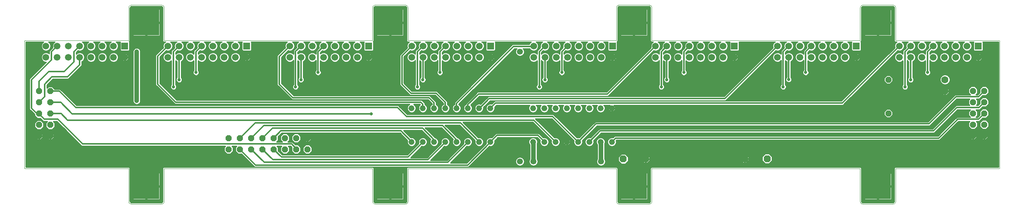
<source format=gtl>
G75*
%MOIN*%
%OFA0B0*%
%FSLAX24Y24*%
%IPPOS*%
%LPD*%
%AMOC8*
5,1,8,0,0,1.08239X$1,22.5*
%
%ADD10C,0.0000*%
%ADD11R,0.0594X0.0594*%
%ADD12C,0.0594*%
%ADD13OC8,0.0630*%
%ADD14C,0.0630*%
%ADD15OC8,0.0520*%
%ADD16OC8,0.0560*%
%ADD17R,0.2300X0.2300*%
%ADD18C,0.0520*%
%ADD19C,0.0396*%
%ADD20C,0.0400*%
%ADD21C,0.0531*%
%ADD22C,0.0100*%
%ADD23C,0.0120*%
%ADD24C,0.0290*%
D10*
X008721Y003400D02*
X008721Y014617D01*
X008723Y014634D01*
X008727Y014651D01*
X008734Y014667D01*
X008744Y014681D01*
X008757Y014694D01*
X008771Y014704D01*
X008787Y014711D01*
X008804Y014715D01*
X008821Y014717D01*
X017973Y014717D01*
X017973Y017617D01*
X017975Y017647D01*
X017980Y017677D01*
X017989Y017706D01*
X018002Y017733D01*
X018017Y017759D01*
X018036Y017783D01*
X018057Y017804D01*
X018081Y017823D01*
X018107Y017838D01*
X018134Y017851D01*
X018163Y017860D01*
X018193Y017865D01*
X018223Y017867D01*
X020873Y017867D01*
X020903Y017865D01*
X020933Y017860D01*
X020962Y017851D01*
X020989Y017838D01*
X021015Y017823D01*
X021039Y017804D01*
X021060Y017783D01*
X021079Y017759D01*
X021094Y017733D01*
X021107Y017706D01*
X021116Y017677D01*
X021121Y017647D01*
X021123Y017617D01*
X021123Y014717D01*
X039627Y014717D01*
X039627Y017617D01*
X039629Y017647D01*
X039634Y017677D01*
X039643Y017706D01*
X039656Y017733D01*
X039671Y017759D01*
X039690Y017783D01*
X039711Y017804D01*
X039735Y017823D01*
X039761Y017838D01*
X039788Y017851D01*
X039817Y017860D01*
X039847Y017865D01*
X039877Y017867D01*
X042527Y017867D01*
X042557Y017865D01*
X042587Y017860D01*
X042616Y017851D01*
X042643Y017838D01*
X042669Y017823D01*
X042693Y017804D01*
X042714Y017783D01*
X042733Y017759D01*
X042748Y017733D01*
X042761Y017706D01*
X042770Y017677D01*
X042775Y017647D01*
X042777Y017617D01*
X042777Y014717D01*
X061281Y014717D01*
X061281Y017617D01*
X061283Y017647D01*
X061288Y017677D01*
X061297Y017706D01*
X061310Y017733D01*
X061325Y017759D01*
X061344Y017783D01*
X061365Y017804D01*
X061389Y017823D01*
X061415Y017838D01*
X061442Y017851D01*
X061471Y017860D01*
X061501Y017865D01*
X061531Y017867D01*
X064180Y017867D01*
X064210Y017865D01*
X064240Y017860D01*
X064269Y017851D01*
X064296Y017838D01*
X064322Y017823D01*
X064346Y017804D01*
X064367Y017783D01*
X064386Y017759D01*
X064401Y017733D01*
X064414Y017706D01*
X064423Y017677D01*
X064428Y017647D01*
X064430Y017617D01*
X064430Y014717D01*
X082934Y014717D01*
X082934Y017617D01*
X082936Y017647D01*
X082941Y017677D01*
X082950Y017706D01*
X082963Y017733D01*
X082978Y017759D01*
X082997Y017783D01*
X083018Y017804D01*
X083042Y017823D01*
X083068Y017838D01*
X083095Y017851D01*
X083124Y017860D01*
X083154Y017865D01*
X083184Y017867D01*
X085834Y017867D01*
X085864Y017865D01*
X085894Y017860D01*
X085923Y017851D01*
X085950Y017838D01*
X085976Y017823D01*
X086000Y017804D01*
X086021Y017783D01*
X086040Y017759D01*
X086055Y017733D01*
X086068Y017706D01*
X086077Y017677D01*
X086082Y017647D01*
X086084Y017617D01*
X086084Y014717D01*
X095236Y014717D01*
X095253Y014715D01*
X095270Y014711D01*
X095286Y014704D01*
X095300Y014694D01*
X095313Y014681D01*
X095323Y014667D01*
X095330Y014651D01*
X095334Y014634D01*
X095336Y014617D01*
X095336Y003400D01*
X095334Y003383D01*
X095330Y003366D01*
X095323Y003350D01*
X095313Y003336D01*
X095300Y003323D01*
X095286Y003313D01*
X095270Y003306D01*
X095253Y003302D01*
X095236Y003300D01*
X086084Y003300D01*
X086084Y000400D01*
X086082Y000370D01*
X086077Y000340D01*
X086068Y000311D01*
X086055Y000284D01*
X086040Y000258D01*
X086021Y000234D01*
X086000Y000213D01*
X085976Y000194D01*
X085950Y000179D01*
X085923Y000166D01*
X085894Y000157D01*
X085864Y000152D01*
X085834Y000150D01*
X083184Y000150D01*
X083154Y000152D01*
X083124Y000157D01*
X083095Y000166D01*
X083068Y000179D01*
X083042Y000194D01*
X083018Y000213D01*
X082997Y000234D01*
X082978Y000258D01*
X082963Y000284D01*
X082950Y000311D01*
X082941Y000340D01*
X082936Y000370D01*
X082934Y000400D01*
X082934Y003300D01*
X064430Y003300D01*
X064430Y000400D01*
X064428Y000370D01*
X064423Y000340D01*
X064414Y000311D01*
X064401Y000284D01*
X064386Y000258D01*
X064367Y000234D01*
X064346Y000213D01*
X064322Y000194D01*
X064296Y000179D01*
X064269Y000166D01*
X064240Y000157D01*
X064210Y000152D01*
X064180Y000150D01*
X061531Y000150D01*
X061501Y000152D01*
X061471Y000157D01*
X061442Y000166D01*
X061415Y000179D01*
X061389Y000194D01*
X061365Y000213D01*
X061344Y000234D01*
X061325Y000258D01*
X061310Y000284D01*
X061297Y000311D01*
X061288Y000340D01*
X061283Y000370D01*
X061281Y000400D01*
X061281Y003300D01*
X042777Y003300D01*
X042777Y000400D01*
X042775Y000370D01*
X042770Y000340D01*
X042761Y000311D01*
X042748Y000284D01*
X042733Y000258D01*
X042714Y000234D01*
X042693Y000213D01*
X042669Y000194D01*
X042643Y000179D01*
X042616Y000166D01*
X042587Y000157D01*
X042557Y000152D01*
X042527Y000150D01*
X039877Y000150D01*
X039847Y000152D01*
X039817Y000157D01*
X039788Y000166D01*
X039761Y000179D01*
X039735Y000194D01*
X039711Y000213D01*
X039690Y000234D01*
X039671Y000258D01*
X039656Y000284D01*
X039643Y000311D01*
X039634Y000340D01*
X039629Y000370D01*
X039627Y000400D01*
X039627Y003300D01*
X021123Y003300D01*
X021123Y000400D01*
X021121Y000370D01*
X021116Y000340D01*
X021107Y000311D01*
X021094Y000284D01*
X021079Y000258D01*
X021060Y000234D01*
X021039Y000213D01*
X021015Y000194D01*
X020989Y000179D01*
X020962Y000166D01*
X020933Y000157D01*
X020903Y000152D01*
X020873Y000150D01*
X018223Y000150D01*
X018193Y000152D01*
X018163Y000157D01*
X018134Y000166D01*
X018107Y000179D01*
X018081Y000194D01*
X018057Y000213D01*
X018036Y000234D01*
X018017Y000258D01*
X018002Y000284D01*
X017989Y000311D01*
X017980Y000340D01*
X017975Y000370D01*
X017973Y000400D01*
X017973Y003300D01*
X008821Y003300D01*
X008804Y003302D01*
X008787Y003306D01*
X008771Y003313D01*
X008757Y003323D01*
X008744Y003336D01*
X008734Y003350D01*
X008727Y003366D01*
X008723Y003383D01*
X008721Y003400D01*
D11*
X017635Y014217D03*
X028462Y014217D03*
X039288Y014217D03*
X050115Y014217D03*
X060942Y014217D03*
X071769Y014217D03*
X082596Y014217D03*
X093422Y014217D03*
D12*
X092422Y014217D03*
X091422Y014217D03*
X090422Y014217D03*
X089422Y014217D03*
X088422Y014217D03*
X087422Y014217D03*
X086422Y014217D03*
X086422Y013217D03*
X087422Y013217D03*
X088422Y013217D03*
X089422Y013217D03*
X090422Y013217D03*
X091422Y013217D03*
X092422Y013217D03*
X093422Y013217D03*
X082596Y013217D03*
X081596Y013217D03*
X080596Y013217D03*
X079596Y013217D03*
X078596Y013217D03*
X077596Y013217D03*
X076596Y013217D03*
X075596Y013217D03*
X071769Y013217D03*
X070769Y013217D03*
X069769Y013217D03*
X068769Y013217D03*
X067769Y013217D03*
X066769Y013217D03*
X065769Y013217D03*
X064769Y013217D03*
X060942Y013217D03*
X059942Y013217D03*
X058942Y013217D03*
X057942Y013217D03*
X056942Y013217D03*
X055942Y013217D03*
X054942Y013217D03*
X053942Y013217D03*
X050115Y013217D03*
X049115Y013217D03*
X048115Y013217D03*
X047115Y013217D03*
X046115Y013217D03*
X045115Y013217D03*
X044115Y013217D03*
X043115Y013217D03*
X039288Y013217D03*
X038288Y013217D03*
X037288Y013217D03*
X036288Y013217D03*
X035288Y013217D03*
X034288Y013217D03*
X033288Y013217D03*
X032288Y013217D03*
X028462Y013217D03*
X027462Y013217D03*
X026462Y013217D03*
X025462Y013217D03*
X024462Y013217D03*
X023462Y013217D03*
X022462Y013217D03*
X021462Y013217D03*
X017635Y013217D03*
X016635Y013217D03*
X015635Y013217D03*
X014635Y013217D03*
X013635Y013217D03*
X012635Y013217D03*
X011635Y013217D03*
X010635Y013217D03*
X010635Y014217D03*
X011635Y014217D03*
X012635Y014217D03*
X013635Y014217D03*
X014635Y014217D03*
X015635Y014217D03*
X016635Y014217D03*
X021462Y014217D03*
X022462Y014217D03*
X023462Y014217D03*
X024462Y014217D03*
X025462Y014217D03*
X026462Y014217D03*
X027462Y014217D03*
X032288Y014217D03*
X033288Y014217D03*
X034288Y014217D03*
X035288Y014217D03*
X036288Y014217D03*
X037288Y014217D03*
X038288Y014217D03*
X043115Y014217D03*
X044115Y014217D03*
X045115Y014217D03*
X046115Y014217D03*
X047115Y014217D03*
X048115Y014217D03*
X049115Y014217D03*
X053942Y014217D03*
X054942Y014217D03*
X055942Y014217D03*
X056942Y014217D03*
X057942Y014217D03*
X058942Y014217D03*
X059942Y014217D03*
X064769Y014217D03*
X065769Y014217D03*
X066769Y014217D03*
X067769Y014217D03*
X068769Y014217D03*
X069769Y014217D03*
X070769Y014217D03*
X075596Y014217D03*
X076596Y014217D03*
X077596Y014217D03*
X078596Y014217D03*
X079596Y014217D03*
X080596Y014217D03*
X081596Y014217D03*
D13*
X090461Y010220D03*
X074681Y004180D03*
X072681Y004180D03*
X063901Y004160D03*
X061901Y004160D03*
D14*
X090461Y011220D03*
D15*
X085441Y011220D03*
X085441Y008220D03*
D16*
X092961Y008220D03*
X093961Y008220D03*
X093961Y007220D03*
X092961Y007220D03*
X092961Y006220D03*
X093961Y006220D03*
X093961Y009220D03*
X092961Y009220D03*
X092961Y010220D03*
X093961Y010220D03*
X033861Y006020D03*
X032861Y006020D03*
X031861Y006020D03*
X030861Y006020D03*
X029861Y006020D03*
X028861Y006020D03*
X027861Y006020D03*
X026861Y006020D03*
X026861Y005020D03*
X027861Y005020D03*
X028861Y005020D03*
X029861Y005020D03*
X030861Y005020D03*
X031861Y005020D03*
X032861Y005020D03*
X033861Y005020D03*
X011021Y006200D03*
X010021Y006200D03*
X010021Y007200D03*
X011021Y007200D03*
X011021Y008200D03*
X010021Y008200D03*
X010021Y009200D03*
X011021Y009200D03*
X011021Y010200D03*
X010021Y010200D03*
D17*
X019548Y016292D03*
X041202Y016292D03*
X062855Y016292D03*
X084509Y016292D03*
X084509Y001725D03*
X062855Y001725D03*
X041202Y001725D03*
X019548Y001725D03*
D18*
X043101Y005680D03*
X044101Y005680D03*
X045101Y005680D03*
X046101Y005680D03*
X047101Y005680D03*
X048101Y005680D03*
X049101Y005680D03*
X050101Y005680D03*
X053885Y005680D03*
X054885Y005680D03*
X055885Y005680D03*
X056885Y005680D03*
X057885Y005680D03*
X058885Y005680D03*
X059885Y005680D03*
X060885Y005680D03*
X060885Y008680D03*
X059885Y008680D03*
X058885Y008680D03*
X057885Y008680D03*
X056885Y008680D03*
X055885Y008680D03*
X054885Y008680D03*
X053885Y008680D03*
X050101Y008680D03*
X049101Y008680D03*
X048101Y008680D03*
X047101Y008680D03*
X046101Y008680D03*
X045101Y008680D03*
X044101Y008680D03*
X043101Y008680D03*
D19*
X018701Y009340D03*
X018701Y013720D03*
D20*
X018701Y009340D01*
X053885Y005680D02*
X053921Y005680D01*
X053921Y003940D01*
X059921Y003940D02*
X059921Y005643D01*
X059885Y005680D01*
D21*
X059921Y003940D03*
X053921Y003940D03*
X052721Y003940D03*
X052721Y013700D03*
D22*
X052351Y013839D02*
X052090Y013839D01*
X052188Y013938D02*
X052400Y013938D01*
X052386Y013924D02*
X052326Y013778D01*
X052326Y013621D01*
X052386Y013475D01*
X052497Y013364D01*
X052643Y013304D01*
X052800Y013304D01*
X052946Y013364D01*
X053057Y013475D01*
X053117Y013621D01*
X053117Y013778D01*
X053057Y013924D01*
X052991Y013990D01*
X053574Y013990D01*
X053580Y013975D01*
X053700Y013855D01*
X053857Y013790D01*
X054027Y013790D01*
X054184Y013855D01*
X054304Y013975D01*
X054369Y014132D01*
X054369Y014302D01*
X054304Y014459D01*
X054184Y014579D01*
X054164Y014587D01*
X054720Y014587D01*
X054700Y014579D01*
X054580Y014459D01*
X054515Y014302D01*
X054515Y014132D01*
X054536Y014082D01*
X054363Y013910D01*
X054251Y013798D01*
X054251Y013511D01*
X054184Y013579D01*
X054027Y013644D01*
X053857Y013644D01*
X053700Y013579D01*
X053580Y013459D01*
X053515Y013302D01*
X053515Y013132D01*
X053580Y012975D01*
X053700Y012855D01*
X053857Y012790D01*
X054027Y012790D01*
X054184Y012855D01*
X054251Y012923D01*
X054251Y010779D01*
X054208Y010735D01*
X054166Y010634D01*
X054166Y010525D01*
X054208Y010424D01*
X054286Y010346D01*
X054387Y010305D01*
X054496Y010305D01*
X054597Y010346D01*
X054675Y010424D01*
X054716Y010525D01*
X054716Y010634D01*
X054675Y010735D01*
X054631Y010779D01*
X054631Y012924D01*
X054700Y012855D01*
X054752Y012834D01*
X054752Y011419D01*
X054708Y011375D01*
X054666Y011274D01*
X054666Y011165D01*
X054708Y011064D01*
X054786Y010986D01*
X054887Y010945D01*
X054996Y010945D01*
X055097Y010986D01*
X055175Y011064D01*
X055216Y011165D01*
X055216Y011274D01*
X055175Y011375D01*
X055132Y011418D01*
X055132Y012834D01*
X055184Y012855D01*
X055304Y012975D01*
X055369Y013132D01*
X055369Y013302D01*
X055304Y013459D01*
X055184Y013579D01*
X055027Y013644D01*
X054857Y013644D01*
X054700Y013579D01*
X054631Y013510D01*
X054631Y013641D01*
X054803Y013812D01*
X054857Y013790D01*
X055027Y013790D01*
X055184Y013855D01*
X055304Y013975D01*
X055369Y014132D01*
X055369Y014302D01*
X055304Y014459D01*
X055184Y014579D01*
X055164Y014587D01*
X055720Y014587D01*
X055700Y014579D01*
X055580Y014459D01*
X055515Y014302D01*
X055515Y014132D01*
X055580Y013975D01*
X055700Y013855D01*
X055857Y013790D01*
X056027Y013790D01*
X056184Y013855D01*
X056304Y013975D01*
X056369Y014132D01*
X056369Y014302D01*
X056304Y014459D01*
X056184Y014579D01*
X056164Y014587D01*
X056720Y014587D01*
X056700Y014579D01*
X056580Y014459D01*
X056515Y014302D01*
X056515Y014132D01*
X056536Y014082D01*
X056363Y013910D01*
X056251Y013798D01*
X056251Y013511D01*
X056184Y013579D01*
X056027Y013644D01*
X055857Y013644D01*
X055700Y013579D01*
X055580Y013459D01*
X055515Y013302D01*
X055515Y013132D01*
X055580Y012975D01*
X055700Y012855D01*
X055857Y012790D01*
X056027Y012790D01*
X056184Y012855D01*
X056251Y012923D01*
X056251Y012059D01*
X056208Y012015D01*
X056166Y011914D01*
X056166Y011805D01*
X056208Y011704D01*
X056286Y011626D01*
X056387Y011585D01*
X056496Y011585D01*
X056597Y011626D01*
X056675Y011704D01*
X056716Y011805D01*
X056716Y011914D01*
X056675Y012015D01*
X056631Y012059D01*
X056631Y012924D01*
X056700Y012855D01*
X056857Y012790D01*
X057027Y012790D01*
X057184Y012855D01*
X057304Y012975D01*
X057369Y013132D01*
X057369Y013302D01*
X057304Y013459D01*
X057184Y013579D01*
X057027Y013644D01*
X056857Y013644D01*
X056700Y013579D01*
X056631Y013510D01*
X056631Y013641D01*
X056803Y013812D01*
X056857Y013790D01*
X057027Y013790D01*
X057184Y013855D01*
X057304Y013975D01*
X057369Y014132D01*
X057369Y014302D01*
X057304Y014459D01*
X057184Y014579D01*
X057164Y014587D01*
X057720Y014587D01*
X057700Y014579D01*
X057580Y014459D01*
X057515Y014302D01*
X057515Y014132D01*
X057580Y013975D01*
X057700Y013855D01*
X057857Y013790D01*
X058027Y013790D01*
X058184Y013855D01*
X058304Y013975D01*
X058369Y014132D01*
X058369Y014302D01*
X058304Y014459D01*
X058184Y014579D01*
X058164Y014587D01*
X058720Y014587D01*
X058700Y014579D01*
X058580Y014459D01*
X058515Y014302D01*
X058515Y014132D01*
X058580Y013975D01*
X058700Y013855D01*
X058857Y013790D01*
X059027Y013790D01*
X059184Y013855D01*
X059304Y013975D01*
X059369Y014132D01*
X059369Y014302D01*
X059304Y014459D01*
X059184Y014579D01*
X059164Y014587D01*
X059720Y014587D01*
X059700Y014579D01*
X059580Y014459D01*
X059515Y014302D01*
X059515Y014132D01*
X059580Y013975D01*
X059700Y013855D01*
X059857Y013790D01*
X060027Y013790D01*
X060184Y013855D01*
X060304Y013975D01*
X060369Y014132D01*
X060369Y014302D01*
X060304Y014459D01*
X060184Y014579D01*
X060164Y014587D01*
X060534Y014587D01*
X060515Y014568D01*
X060515Y013866D01*
X060591Y013790D01*
X061293Y013790D01*
X061369Y013866D01*
X061369Y014568D01*
X061342Y014594D01*
X061411Y014663D01*
X061411Y017617D01*
X061415Y017648D01*
X061446Y017701D01*
X061499Y017732D01*
X061531Y017737D01*
X064180Y017737D01*
X064211Y017732D01*
X064265Y017701D01*
X064296Y017648D01*
X064300Y017617D01*
X064300Y014663D01*
X064376Y014587D01*
X064547Y014587D01*
X064527Y014579D01*
X064407Y014459D01*
X064342Y014302D01*
X064342Y014132D01*
X064363Y014080D01*
X060413Y010130D01*
X048963Y010130D01*
X048851Y010018D01*
X047911Y009078D01*
X047911Y009023D01*
X047881Y009010D01*
X047771Y008901D01*
X047711Y008757D01*
X047711Y008602D01*
X047771Y008459D01*
X047881Y008349D01*
X048024Y008290D01*
X048179Y008290D01*
X048322Y008349D01*
X048432Y008459D01*
X048491Y008602D01*
X048491Y008757D01*
X048432Y008901D01*
X048352Y008981D01*
X049120Y009750D01*
X060570Y009750D01*
X064632Y013812D01*
X064684Y013790D01*
X064854Y013790D01*
X065011Y013855D01*
X065131Y013975D01*
X065196Y014132D01*
X065196Y014302D01*
X065131Y014459D01*
X065011Y014579D01*
X064991Y014587D01*
X065547Y014587D01*
X065527Y014579D01*
X065407Y014459D01*
X065342Y014302D01*
X065342Y014132D01*
X065366Y014073D01*
X065203Y013910D01*
X065091Y013798D01*
X065091Y013498D01*
X065011Y013579D01*
X064854Y013644D01*
X064684Y013644D01*
X064527Y013579D01*
X064407Y013459D01*
X064342Y013302D01*
X064342Y013132D01*
X064407Y012975D01*
X064527Y012855D01*
X064684Y012790D01*
X064854Y012790D01*
X065011Y012855D01*
X065091Y012936D01*
X065091Y010779D01*
X065048Y010735D01*
X065006Y010634D01*
X065006Y010525D01*
X065048Y010424D01*
X065126Y010346D01*
X065227Y010305D01*
X065336Y010305D01*
X065437Y010346D01*
X065515Y010424D01*
X065556Y010525D01*
X065556Y010634D01*
X065515Y010735D01*
X065471Y010779D01*
X065471Y012911D01*
X065527Y012855D01*
X065579Y012834D01*
X065579Y011426D01*
X065528Y011375D01*
X065486Y011274D01*
X065486Y011165D01*
X065528Y011064D01*
X065606Y010986D01*
X065707Y010945D01*
X065816Y010945D01*
X065917Y010986D01*
X065995Y011064D01*
X066036Y011165D01*
X066036Y011274D01*
X065995Y011375D01*
X065959Y011411D01*
X065959Y012834D01*
X066011Y012855D01*
X066131Y012975D01*
X066196Y013132D01*
X066196Y013302D01*
X066131Y013459D01*
X066011Y013579D01*
X065854Y013644D01*
X065684Y013644D01*
X065527Y013579D01*
X065471Y013523D01*
X065471Y013641D01*
X065639Y013809D01*
X065684Y013790D01*
X065854Y013790D01*
X066011Y013855D01*
X066131Y013975D01*
X066196Y014132D01*
X066196Y014302D01*
X066131Y014459D01*
X066011Y014579D01*
X065991Y014587D01*
X066547Y014587D01*
X066527Y014579D01*
X066407Y014459D01*
X066342Y014302D01*
X066342Y014132D01*
X066407Y013975D01*
X066527Y013855D01*
X066684Y013790D01*
X066854Y013790D01*
X067011Y013855D01*
X067131Y013975D01*
X067196Y014132D01*
X067196Y014302D01*
X067131Y014459D01*
X067011Y014579D01*
X066991Y014587D01*
X067547Y014587D01*
X067527Y014579D01*
X067407Y014459D01*
X067342Y014302D01*
X067342Y014132D01*
X067366Y014073D01*
X067203Y013910D01*
X067091Y013798D01*
X067091Y013498D01*
X067011Y013579D01*
X066854Y013644D01*
X066684Y013644D01*
X066527Y013579D01*
X066407Y013459D01*
X066342Y013302D01*
X066342Y013132D01*
X066407Y012975D01*
X066527Y012855D01*
X066684Y012790D01*
X066854Y012790D01*
X067011Y012855D01*
X067091Y012936D01*
X067091Y012059D01*
X067048Y012015D01*
X067006Y011914D01*
X067006Y011805D01*
X067048Y011704D01*
X067126Y011626D01*
X067227Y011585D01*
X067336Y011585D01*
X067437Y011626D01*
X067515Y011704D01*
X067556Y011805D01*
X067556Y011914D01*
X067515Y012015D01*
X067471Y012059D01*
X067471Y012911D01*
X067527Y012855D01*
X067684Y012790D01*
X067854Y012790D01*
X068011Y012855D01*
X068131Y012975D01*
X068196Y013132D01*
X068196Y013302D01*
X068131Y013459D01*
X068011Y013579D01*
X067854Y013644D01*
X067684Y013644D01*
X067527Y013579D01*
X067471Y013523D01*
X067471Y013641D01*
X067639Y013809D01*
X067684Y013790D01*
X067854Y013790D01*
X068011Y013855D01*
X068131Y013975D01*
X068196Y014132D01*
X068196Y014302D01*
X068131Y014459D01*
X068011Y014579D01*
X067991Y014587D01*
X068547Y014587D01*
X068527Y014579D01*
X068407Y014459D01*
X068342Y014302D01*
X068342Y014132D01*
X068407Y013975D01*
X068527Y013855D01*
X068684Y013790D01*
X068854Y013790D01*
X069011Y013855D01*
X069131Y013975D01*
X069196Y014132D01*
X069196Y014302D01*
X069131Y014459D01*
X069011Y014579D01*
X068991Y014587D01*
X069547Y014587D01*
X069527Y014579D01*
X069407Y014459D01*
X069342Y014302D01*
X069342Y014132D01*
X069407Y013975D01*
X069527Y013855D01*
X069684Y013790D01*
X069854Y013790D01*
X070011Y013855D01*
X070131Y013975D01*
X070196Y014132D01*
X070196Y014302D01*
X070131Y014459D01*
X070011Y014579D01*
X069991Y014587D01*
X070547Y014587D01*
X070527Y014579D01*
X070407Y014459D01*
X070342Y014302D01*
X070342Y014132D01*
X070407Y013975D01*
X070527Y013855D01*
X070684Y013790D01*
X070854Y013790D01*
X071011Y013855D01*
X071131Y013975D01*
X071196Y014132D01*
X071196Y014302D01*
X071131Y014459D01*
X071011Y014579D01*
X070991Y014587D01*
X071361Y014587D01*
X071342Y014568D01*
X071342Y013866D01*
X071418Y013790D01*
X072119Y013790D01*
X072196Y013866D01*
X072196Y014568D01*
X072176Y014587D01*
X075373Y014587D01*
X075354Y014579D01*
X075234Y014459D01*
X075169Y014302D01*
X075169Y014132D01*
X075190Y014080D01*
X070839Y009730D01*
X049923Y009730D01*
X049811Y009618D01*
X049238Y009045D01*
X049179Y009070D01*
X049024Y009070D01*
X048881Y009010D01*
X048771Y008901D01*
X048711Y008757D01*
X048711Y008602D01*
X048771Y008459D01*
X048881Y008349D01*
X049024Y008290D01*
X049179Y008290D01*
X049322Y008349D01*
X049432Y008459D01*
X049491Y008602D01*
X049491Y008757D01*
X049490Y008760D01*
X050080Y009350D01*
X070997Y009350D01*
X075459Y013812D01*
X075511Y013790D01*
X075680Y013790D01*
X075837Y013855D01*
X075957Y013975D01*
X076022Y014132D01*
X076022Y014302D01*
X075957Y014459D01*
X075837Y014579D01*
X075818Y014587D01*
X076373Y014587D01*
X076354Y014579D01*
X076234Y014459D01*
X076169Y014302D01*
X076169Y014132D01*
X076191Y014078D01*
X076023Y013910D01*
X075911Y013798D01*
X075911Y013505D01*
X075837Y013579D01*
X075680Y013644D01*
X075511Y013644D01*
X075354Y013579D01*
X075234Y013459D01*
X075169Y013302D01*
X075169Y013132D01*
X075234Y012975D01*
X075354Y012855D01*
X075511Y012790D01*
X075680Y012790D01*
X075837Y012855D01*
X075911Y012929D01*
X075911Y010779D01*
X075868Y010735D01*
X075826Y010634D01*
X075826Y010525D01*
X075868Y010424D01*
X075946Y010346D01*
X076047Y010305D01*
X076156Y010305D01*
X076257Y010346D01*
X076335Y010424D01*
X076376Y010525D01*
X076376Y010634D01*
X076335Y010735D01*
X076291Y010779D01*
X076291Y012917D01*
X076354Y012855D01*
X076406Y012834D01*
X076406Y011433D01*
X076362Y011389D01*
X076321Y011288D01*
X076321Y011179D01*
X076362Y011078D01*
X076440Y011000D01*
X076530Y010963D01*
X076540Y010955D01*
X076594Y010959D01*
X076650Y010959D01*
X076662Y010963D01*
X076688Y010965D01*
X076701Y010980D01*
X076751Y011000D01*
X076829Y011078D01*
X076871Y011179D01*
X076871Y011288D01*
X076829Y011389D01*
X076786Y011433D01*
X076786Y012834D01*
X076837Y012855D01*
X076957Y012975D01*
X077022Y013132D01*
X077022Y013302D01*
X076957Y013459D01*
X076837Y013579D01*
X076680Y013644D01*
X076511Y013644D01*
X076354Y013579D01*
X076291Y013517D01*
X076291Y013641D01*
X076461Y013811D01*
X076511Y013790D01*
X076680Y013790D01*
X076837Y013855D01*
X076957Y013975D01*
X077022Y014132D01*
X077022Y014302D01*
X076957Y014459D01*
X076837Y014579D01*
X076818Y014587D01*
X077373Y014587D01*
X077354Y014579D01*
X077234Y014459D01*
X077169Y014302D01*
X077169Y014132D01*
X077234Y013975D01*
X077354Y013855D01*
X077511Y013790D01*
X077680Y013790D01*
X077837Y013855D01*
X077957Y013975D01*
X078022Y014132D01*
X078022Y014302D01*
X077957Y014459D01*
X077837Y014579D01*
X077818Y014587D01*
X078373Y014587D01*
X078354Y014579D01*
X078234Y014459D01*
X078169Y014302D01*
X078169Y014132D01*
X078191Y014078D01*
X078023Y013910D01*
X077911Y013798D01*
X077911Y013505D01*
X077837Y013579D01*
X077680Y013644D01*
X077511Y013644D01*
X077354Y013579D01*
X077234Y013459D01*
X077169Y013302D01*
X077169Y013132D01*
X077234Y012975D01*
X077354Y012855D01*
X077511Y012790D01*
X077680Y012790D01*
X077837Y012855D01*
X077911Y012929D01*
X077911Y012059D01*
X077868Y012015D01*
X077826Y011914D01*
X077826Y011805D01*
X077868Y011704D01*
X077946Y011626D01*
X078047Y011585D01*
X078156Y011585D01*
X078257Y011626D01*
X078335Y011704D01*
X078376Y011805D01*
X078376Y011914D01*
X078335Y012015D01*
X078291Y012059D01*
X078291Y012917D01*
X078354Y012855D01*
X078511Y012790D01*
X078680Y012790D01*
X078837Y012855D01*
X078957Y012975D01*
X079022Y013132D01*
X079022Y013302D01*
X078957Y013459D01*
X078837Y013579D01*
X078680Y013644D01*
X078511Y013644D01*
X078354Y013579D01*
X078291Y013517D01*
X078291Y013641D01*
X078461Y013811D01*
X078511Y013790D01*
X078680Y013790D01*
X078837Y013855D01*
X078957Y013975D01*
X079022Y014132D01*
X079022Y014302D01*
X078957Y014459D01*
X078837Y014579D01*
X078818Y014587D01*
X079373Y014587D01*
X079354Y014579D01*
X079234Y014459D01*
X079169Y014302D01*
X079169Y014132D01*
X079234Y013975D01*
X079354Y013855D01*
X079511Y013790D01*
X079680Y013790D01*
X079837Y013855D01*
X079957Y013975D01*
X080022Y014132D01*
X080022Y014302D01*
X079957Y014459D01*
X079837Y014579D01*
X079818Y014587D01*
X080373Y014587D01*
X080354Y014579D01*
X080234Y014459D01*
X080169Y014302D01*
X080169Y014132D01*
X080234Y013975D01*
X080354Y013855D01*
X080511Y013790D01*
X080680Y013790D01*
X080837Y013855D01*
X080957Y013975D01*
X081022Y014132D01*
X081022Y014302D01*
X080957Y014459D01*
X080837Y014579D01*
X080818Y014587D01*
X081373Y014587D01*
X081354Y014579D01*
X081234Y014459D01*
X081169Y014302D01*
X081169Y014132D01*
X081234Y013975D01*
X081354Y013855D01*
X081511Y013790D01*
X081680Y013790D01*
X081837Y013855D01*
X081957Y013975D01*
X082022Y014132D01*
X082022Y014302D01*
X081957Y014459D01*
X081837Y014579D01*
X081818Y014587D01*
X082188Y014587D01*
X082169Y014568D01*
X082169Y013866D01*
X082245Y013790D01*
X082946Y013790D01*
X083022Y013866D01*
X083022Y014568D01*
X082995Y014594D01*
X083064Y014663D01*
X083064Y017617D01*
X083068Y017648D01*
X083099Y017701D01*
X083153Y017732D01*
X083184Y017737D01*
X085834Y017737D01*
X085865Y017732D01*
X085919Y017701D01*
X085950Y017648D01*
X085954Y017617D01*
X085954Y014663D01*
X086030Y014587D01*
X086200Y014587D01*
X086180Y014579D01*
X086060Y014459D01*
X085995Y014302D01*
X085995Y014132D01*
X086017Y014080D01*
X081266Y009330D01*
X050483Y009330D01*
X050371Y009218D01*
X050210Y009057D01*
X050179Y009070D01*
X050024Y009070D01*
X049881Y009010D01*
X049771Y008901D01*
X049711Y008757D01*
X049711Y008602D01*
X049771Y008459D01*
X049881Y008349D01*
X050024Y008290D01*
X050179Y008290D01*
X050322Y008349D01*
X050432Y008459D01*
X050491Y008602D01*
X050491Y008757D01*
X050479Y008788D01*
X050640Y008950D01*
X053603Y008950D01*
X053554Y008901D01*
X053495Y008757D01*
X053495Y008602D01*
X053554Y008459D01*
X053664Y008349D01*
X053807Y008290D01*
X053962Y008290D01*
X054106Y008349D01*
X054215Y008459D01*
X054275Y008602D01*
X054275Y008757D01*
X054215Y008901D01*
X054166Y008950D01*
X054603Y008950D01*
X054554Y008901D01*
X054495Y008757D01*
X054495Y008602D01*
X054554Y008459D01*
X054664Y008349D01*
X054807Y008290D01*
X054962Y008290D01*
X055106Y008349D01*
X055215Y008459D01*
X055275Y008602D01*
X055275Y008757D01*
X055215Y008901D01*
X055166Y008950D01*
X055603Y008950D01*
X055554Y008901D01*
X055495Y008757D01*
X055495Y008602D01*
X055554Y008459D01*
X055664Y008349D01*
X055807Y008290D01*
X055962Y008290D01*
X056106Y008349D01*
X056215Y008459D01*
X056275Y008602D01*
X056275Y008757D01*
X056215Y008901D01*
X056166Y008950D01*
X056603Y008950D01*
X056554Y008901D01*
X056495Y008757D01*
X056495Y008602D01*
X056554Y008459D01*
X056664Y008349D01*
X056807Y008290D01*
X056962Y008290D01*
X057106Y008349D01*
X057215Y008459D01*
X057275Y008602D01*
X057275Y008757D01*
X057215Y008901D01*
X057166Y008950D01*
X057603Y008950D01*
X057554Y008901D01*
X057495Y008757D01*
X057495Y008602D01*
X057554Y008459D01*
X057664Y008349D01*
X057807Y008290D01*
X057962Y008290D01*
X058106Y008349D01*
X058215Y008459D01*
X058275Y008602D01*
X058275Y008757D01*
X058215Y008901D01*
X058166Y008950D01*
X058603Y008950D01*
X058554Y008901D01*
X058495Y008757D01*
X058495Y008602D01*
X058554Y008459D01*
X058664Y008349D01*
X058807Y008290D01*
X058962Y008290D01*
X059106Y008349D01*
X059215Y008459D01*
X059275Y008602D01*
X059275Y008757D01*
X059215Y008901D01*
X059166Y008950D01*
X059603Y008950D01*
X059554Y008901D01*
X059495Y008757D01*
X059495Y008602D01*
X059554Y008459D01*
X059664Y008349D01*
X059807Y008290D01*
X059962Y008290D01*
X060106Y008349D01*
X060215Y008459D01*
X060275Y008602D01*
X060275Y008757D01*
X060215Y008901D01*
X060166Y008950D01*
X060731Y008950D01*
X060687Y008920D01*
X060644Y008877D01*
X060610Y008826D01*
X060587Y008770D01*
X060575Y008710D01*
X060575Y008710D01*
X060855Y008710D01*
X060855Y008650D01*
X060575Y008650D01*
X060575Y008649D01*
X060587Y008589D01*
X060610Y008533D01*
X060644Y008482D01*
X060687Y008439D01*
X060738Y008405D01*
X060794Y008382D01*
X060854Y008370D01*
X060855Y008370D01*
X060855Y008650D01*
X060915Y008650D01*
X060915Y008710D01*
X061195Y008710D01*
X061183Y008770D01*
X061160Y008826D01*
X061126Y008877D01*
X061082Y008920D01*
X061039Y008950D01*
X081424Y008950D01*
X081535Y009061D01*
X086286Y013812D01*
X086337Y013790D01*
X086507Y013790D01*
X086664Y013855D01*
X086784Y013975D01*
X086849Y014132D01*
X086849Y014302D01*
X086784Y014459D01*
X086664Y014579D01*
X086644Y014587D01*
X087200Y014587D01*
X087180Y014579D01*
X087060Y014459D01*
X086995Y014302D01*
X086995Y014132D01*
X087016Y014083D01*
X086843Y013910D01*
X086731Y013798D01*
X086731Y013511D01*
X086664Y013579D01*
X086507Y013644D01*
X086337Y013644D01*
X086180Y013579D01*
X086060Y013459D01*
X085995Y013302D01*
X085995Y013132D01*
X086060Y012975D01*
X086180Y012855D01*
X086337Y012790D01*
X086507Y012790D01*
X086664Y012855D01*
X086731Y012922D01*
X086731Y010779D01*
X086688Y010735D01*
X086646Y010634D01*
X086646Y010525D01*
X086688Y010424D01*
X086766Y010346D01*
X086867Y010305D01*
X086976Y010305D01*
X087077Y010346D01*
X087155Y010424D01*
X087196Y010525D01*
X087196Y010634D01*
X087155Y010735D01*
X087111Y010779D01*
X087111Y012924D01*
X087180Y012855D01*
X087231Y012834D01*
X087231Y011419D01*
X087188Y011375D01*
X087146Y011274D01*
X087146Y011165D01*
X087188Y011064D01*
X087266Y010986D01*
X087367Y010945D01*
X087476Y010945D01*
X087577Y010986D01*
X087655Y011064D01*
X087696Y011165D01*
X087696Y011274D01*
X087655Y011375D01*
X087611Y011419D01*
X087611Y012833D01*
X087664Y012855D01*
X087784Y012975D01*
X087849Y013132D01*
X087849Y013302D01*
X087784Y013459D01*
X087664Y013579D01*
X087507Y013644D01*
X087337Y013644D01*
X087180Y013579D01*
X087111Y013510D01*
X087111Y013641D01*
X087283Y013813D01*
X087337Y013790D01*
X087507Y013790D01*
X087664Y013855D01*
X087784Y013975D01*
X087849Y014132D01*
X087849Y014302D01*
X087784Y014459D01*
X087664Y014579D01*
X087644Y014587D01*
X088200Y014587D01*
X088180Y014579D01*
X088060Y014459D01*
X087995Y014302D01*
X087995Y014132D01*
X088060Y013975D01*
X088180Y013855D01*
X088337Y013790D01*
X088507Y013790D01*
X088664Y013855D01*
X088784Y013975D01*
X088849Y014132D01*
X088849Y014302D01*
X088784Y014459D01*
X088664Y014579D01*
X088644Y014587D01*
X089200Y014587D01*
X089180Y014579D01*
X089060Y014459D01*
X088995Y014302D01*
X088995Y014132D01*
X089016Y014083D01*
X088843Y013910D01*
X088731Y013798D01*
X088731Y013511D01*
X088664Y013579D01*
X088507Y013644D01*
X088337Y013644D01*
X088180Y013579D01*
X088060Y013459D01*
X087995Y013302D01*
X087995Y013132D01*
X088060Y012975D01*
X088180Y012855D01*
X088337Y012790D01*
X088507Y012790D01*
X088664Y012855D01*
X088731Y012922D01*
X088731Y012059D01*
X088688Y012015D01*
X088646Y011914D01*
X088646Y011805D01*
X088688Y011704D01*
X088766Y011626D01*
X088867Y011585D01*
X088976Y011585D01*
X089077Y011626D01*
X089155Y011704D01*
X089196Y011805D01*
X089196Y011914D01*
X089155Y012015D01*
X089111Y012059D01*
X089111Y012924D01*
X089180Y012855D01*
X089337Y012790D01*
X089507Y012790D01*
X089664Y012855D01*
X089784Y012975D01*
X089849Y013132D01*
X089849Y013302D01*
X089784Y013459D01*
X089664Y013579D01*
X089507Y013644D01*
X089337Y013644D01*
X089180Y013579D01*
X089111Y013510D01*
X089111Y013641D01*
X089283Y013813D01*
X089337Y013790D01*
X089507Y013790D01*
X089664Y013855D01*
X089784Y013975D01*
X089849Y014132D01*
X089849Y014302D01*
X089784Y014459D01*
X089664Y014579D01*
X089644Y014587D01*
X090200Y014587D01*
X090180Y014579D01*
X090060Y014459D01*
X089995Y014302D01*
X089995Y014132D01*
X090060Y013975D01*
X090180Y013855D01*
X090337Y013790D01*
X090507Y013790D01*
X090664Y013855D01*
X090784Y013975D01*
X090849Y014132D01*
X090849Y014302D01*
X090784Y014459D01*
X090664Y014579D01*
X090644Y014587D01*
X091200Y014587D01*
X091180Y014579D01*
X091060Y014459D01*
X090995Y014302D01*
X090995Y014132D01*
X091060Y013975D01*
X091180Y013855D01*
X091337Y013790D01*
X091507Y013790D01*
X091664Y013855D01*
X091784Y013975D01*
X091849Y014132D01*
X091849Y014302D01*
X091784Y014459D01*
X091664Y014579D01*
X091644Y014587D01*
X092200Y014587D01*
X092180Y014579D01*
X092060Y014459D01*
X091995Y014302D01*
X091995Y014132D01*
X092060Y013975D01*
X092180Y013855D01*
X092337Y013790D01*
X092507Y013790D01*
X092664Y013855D01*
X092784Y013975D01*
X092849Y014132D01*
X092849Y014302D01*
X092784Y014459D01*
X092664Y014579D01*
X092644Y014587D01*
X093015Y014587D01*
X092995Y014568D01*
X092995Y013866D01*
X093072Y013790D01*
X093773Y013790D01*
X093849Y013866D01*
X093849Y014568D01*
X093830Y014587D01*
X095206Y014587D01*
X095206Y003430D01*
X086030Y003430D01*
X085954Y003353D01*
X085954Y000400D01*
X085950Y000369D01*
X085919Y000315D01*
X085865Y000284D01*
X085834Y000280D01*
X083184Y000280D01*
X083153Y000284D01*
X083099Y000315D01*
X083068Y000369D01*
X083064Y000400D01*
X083064Y003353D01*
X082988Y003430D01*
X064376Y003430D01*
X064300Y003353D01*
X064300Y000400D01*
X064296Y000369D01*
X064265Y000315D01*
X064211Y000284D01*
X064180Y000280D01*
X061531Y000280D01*
X061499Y000284D01*
X061446Y000315D01*
X061415Y000369D01*
X061411Y000400D01*
X061411Y003353D01*
X061334Y003430D01*
X042723Y003430D01*
X042647Y003353D01*
X042647Y000400D01*
X042643Y000369D01*
X042611Y000315D01*
X042558Y000284D01*
X042527Y000280D01*
X039877Y000280D01*
X039846Y000284D01*
X039792Y000315D01*
X039761Y000369D01*
X039757Y000400D01*
X039757Y003353D01*
X039681Y003430D01*
X021069Y003430D01*
X020993Y003353D01*
X020993Y000400D01*
X020989Y000369D01*
X020958Y000315D01*
X020904Y000284D01*
X020873Y000280D01*
X018223Y000280D01*
X018192Y000284D01*
X018139Y000315D01*
X018108Y000369D01*
X018103Y000400D01*
X018103Y003353D01*
X018027Y003430D01*
X008851Y003430D01*
X008851Y014587D01*
X010413Y014587D01*
X010393Y014579D01*
X010273Y014459D01*
X010208Y014302D01*
X010208Y014132D01*
X010273Y013975D01*
X010393Y013855D01*
X010550Y013790D01*
X010720Y013790D01*
X010877Y013855D01*
X010997Y013975D01*
X011062Y014132D01*
X011062Y014302D01*
X010997Y014459D01*
X010877Y014579D01*
X010857Y014587D01*
X011413Y014587D01*
X011393Y014579D01*
X011273Y014459D01*
X011208Y014302D01*
X011208Y014132D01*
X011229Y014080D01*
X010931Y013782D01*
X010931Y013524D01*
X010877Y013579D01*
X010720Y013644D01*
X010550Y013644D01*
X010393Y013579D01*
X010273Y013459D01*
X010208Y013302D01*
X010208Y013132D01*
X010273Y012975D01*
X010393Y012855D01*
X010550Y012790D01*
X010663Y012790D01*
X010531Y012658D01*
X010371Y012498D01*
X009171Y011298D01*
X009171Y008581D01*
X009283Y008470D01*
X009611Y008141D01*
X009611Y008030D01*
X009852Y007790D01*
X010123Y007790D01*
X010291Y007621D01*
X010403Y007510D01*
X010752Y007510D01*
X010611Y007369D01*
X010611Y007030D01*
X010852Y006790D01*
X011191Y006790D01*
X011431Y007030D01*
X011431Y007369D01*
X011291Y007510D01*
X011603Y007510D01*
X012251Y006861D01*
X013803Y005310D01*
X026572Y005310D01*
X026451Y005189D01*
X026451Y004850D01*
X026692Y004610D01*
X027031Y004610D01*
X027271Y004850D01*
X027271Y005189D01*
X027151Y005310D01*
X027572Y005310D01*
X027451Y005189D01*
X027451Y004850D01*
X027692Y004610D01*
X028003Y004610D01*
X029071Y003541D01*
X029183Y003430D01*
X048160Y003430D01*
X050021Y005291D01*
X050024Y005290D01*
X050179Y005290D01*
X050322Y005349D01*
X050432Y005459D01*
X050491Y005602D01*
X050491Y005757D01*
X050479Y005788D01*
X050760Y006070D01*
X054243Y006070D01*
X054512Y005800D01*
X054495Y005757D01*
X054495Y005602D01*
X054554Y005459D01*
X054664Y005349D01*
X054807Y005290D01*
X054962Y005290D01*
X055106Y005349D01*
X055215Y005459D01*
X055275Y005602D01*
X055275Y005757D01*
X055215Y005901D01*
X055106Y006010D01*
X054962Y006070D01*
X054807Y006070D01*
X054788Y006062D01*
X054400Y006450D01*
X050603Y006450D01*
X050491Y006338D01*
X050210Y006057D01*
X050179Y006070D01*
X050024Y006070D01*
X049881Y006010D01*
X049771Y005901D01*
X049711Y005757D01*
X049711Y005602D01*
X049736Y005543D01*
X048003Y003810D01*
X046540Y003810D01*
X048021Y005291D01*
X048024Y005290D01*
X048179Y005290D01*
X048322Y005349D01*
X048432Y005459D01*
X048491Y005602D01*
X048491Y005757D01*
X048432Y005901D01*
X048322Y006010D01*
X048179Y006070D01*
X048024Y006070D01*
X047881Y006010D01*
X047771Y005901D01*
X047711Y005757D01*
X047711Y005602D01*
X047736Y005543D01*
X046243Y004050D01*
X044780Y004050D01*
X046021Y005291D01*
X046024Y005290D01*
X046179Y005290D01*
X046322Y005349D01*
X046432Y005459D01*
X046491Y005602D01*
X046491Y005757D01*
X046432Y005901D01*
X046322Y006010D01*
X046179Y006070D01*
X046024Y006070D01*
X045881Y006010D01*
X045771Y005901D01*
X045711Y005757D01*
X045711Y005602D01*
X045736Y005543D01*
X044483Y004290D01*
X043020Y004290D01*
X044021Y005291D01*
X044024Y005290D01*
X044179Y005290D01*
X044322Y005349D01*
X044432Y005459D01*
X044491Y005602D01*
X044491Y005757D01*
X044432Y005901D01*
X044322Y006010D01*
X044179Y006070D01*
X044024Y006070D01*
X043881Y006010D01*
X043771Y005901D01*
X043711Y005757D01*
X043711Y005602D01*
X043736Y005543D01*
X042723Y004530D01*
X031620Y004530D01*
X031271Y004878D01*
X031271Y005189D01*
X031151Y005310D01*
X031572Y005310D01*
X031451Y005189D01*
X031451Y004850D01*
X031692Y004610D01*
X032031Y004610D01*
X032271Y004850D01*
X032271Y005189D01*
X032151Y005310D01*
X032363Y005310D01*
X032467Y005205D01*
X032451Y005189D01*
X032451Y004850D01*
X032692Y004610D01*
X033031Y004610D01*
X033271Y004850D01*
X033271Y005189D01*
X033031Y005430D01*
X032780Y005430D01*
X032631Y005578D01*
X032520Y005690D01*
X032111Y005690D01*
X032271Y005850D01*
X032271Y006189D01*
X032031Y006430D01*
X031692Y006430D01*
X031451Y006189D01*
X031451Y005850D01*
X031612Y005690D01*
X031111Y005690D01*
X031271Y005850D01*
X031271Y006161D01*
X031580Y006470D01*
X042083Y006470D01*
X042736Y005816D01*
X042711Y005757D01*
X042711Y005602D01*
X042771Y005459D01*
X042881Y005349D01*
X043024Y005290D01*
X043179Y005290D01*
X043322Y005349D01*
X043432Y005459D01*
X043491Y005602D01*
X043491Y005757D01*
X043432Y005901D01*
X043322Y006010D01*
X043179Y006070D01*
X043024Y006070D01*
X043021Y006069D01*
X042380Y006710D01*
X044003Y006710D01*
X044791Y005921D01*
X044771Y005901D01*
X044711Y005757D01*
X044711Y005602D01*
X044771Y005459D01*
X044881Y005349D01*
X045024Y005290D01*
X045179Y005290D01*
X045322Y005349D01*
X045432Y005459D01*
X045491Y005602D01*
X045491Y005757D01*
X045432Y005901D01*
X045322Y006010D01*
X045181Y006069D01*
X045180Y006070D01*
X044300Y006950D01*
X045763Y006950D01*
X046791Y005921D01*
X046771Y005901D01*
X046711Y005757D01*
X046711Y005602D01*
X046771Y005459D01*
X046881Y005349D01*
X047024Y005290D01*
X047179Y005290D01*
X047322Y005349D01*
X047432Y005459D01*
X047491Y005602D01*
X047491Y005757D01*
X047432Y005901D01*
X047322Y006010D01*
X047181Y006069D01*
X047180Y006070D01*
X046060Y007190D01*
X047363Y007190D01*
X048736Y005816D01*
X048711Y005757D01*
X048711Y005602D01*
X048771Y005459D01*
X048881Y005349D01*
X049024Y005290D01*
X049179Y005290D01*
X049322Y005349D01*
X049432Y005459D01*
X049491Y005602D01*
X049491Y005757D01*
X049432Y005901D01*
X049322Y006010D01*
X049179Y006070D01*
X049024Y006070D01*
X049021Y006069D01*
X047660Y007430D01*
X053866Y007430D01*
X055508Y005788D01*
X055495Y005757D01*
X055495Y005602D01*
X055554Y005459D01*
X055664Y005349D01*
X055807Y005290D01*
X055962Y005290D01*
X056106Y005349D01*
X056215Y005459D01*
X056275Y005602D01*
X056275Y005757D01*
X056215Y005901D01*
X056106Y006010D01*
X055962Y006070D01*
X055807Y006070D01*
X055776Y006057D01*
X054083Y007750D01*
X055546Y007750D01*
X057508Y005788D01*
X057495Y005757D01*
X057495Y005602D01*
X057554Y005459D01*
X057664Y005349D01*
X057807Y005290D01*
X057962Y005290D01*
X058106Y005349D01*
X058215Y005459D01*
X058275Y005602D01*
X058275Y005757D01*
X058262Y005788D01*
X059583Y007110D01*
X089120Y007110D01*
X091520Y009510D01*
X092672Y009510D01*
X092551Y009389D01*
X092551Y009050D01*
X092672Y008930D01*
X091443Y008930D01*
X091331Y008818D01*
X091251Y008738D01*
X089363Y006850D01*
X059786Y006850D01*
X058993Y006057D01*
X058962Y006070D01*
X058807Y006070D01*
X058664Y006010D01*
X058554Y005901D01*
X058495Y005757D01*
X058495Y005602D01*
X058554Y005459D01*
X058664Y005349D01*
X058807Y005290D01*
X058962Y005290D01*
X059106Y005349D01*
X059215Y005459D01*
X059275Y005602D01*
X059275Y005757D01*
X059262Y005788D01*
X059943Y006470D01*
X089520Y006470D01*
X091520Y008470D01*
X091600Y008550D01*
X092712Y008550D01*
X092551Y008389D01*
X092551Y008050D01*
X092712Y007890D01*
X091523Y007890D01*
X091411Y007778D01*
X091331Y007698D01*
X089843Y006210D01*
X061146Y006210D01*
X060993Y006057D01*
X060962Y006070D01*
X060807Y006070D01*
X060664Y006010D01*
X060554Y005901D01*
X060495Y005757D01*
X060495Y005602D01*
X060554Y005459D01*
X060664Y005349D01*
X060807Y005290D01*
X060962Y005290D01*
X061106Y005349D01*
X061215Y005459D01*
X061275Y005602D01*
X061275Y005757D01*
X061262Y005788D01*
X061303Y005830D01*
X090000Y005830D01*
X091600Y007430D01*
X091680Y007510D01*
X092672Y007510D01*
X092551Y007389D01*
X092551Y007050D01*
X092792Y006810D01*
X093131Y006810D01*
X093371Y007050D01*
X093371Y007389D01*
X093251Y007510D01*
X093520Y007510D01*
X093820Y007810D01*
X094131Y007810D01*
X094371Y008050D01*
X094371Y008389D01*
X094131Y008630D01*
X093792Y008630D01*
X093551Y008389D01*
X093551Y008078D01*
X093363Y007890D01*
X093211Y007890D01*
X093371Y008050D01*
X093371Y008389D01*
X093211Y008550D01*
X093560Y008550D01*
X093820Y008810D01*
X094131Y008810D01*
X094371Y009050D01*
X094371Y009389D01*
X094131Y009630D01*
X093792Y009630D01*
X093551Y009389D01*
X093551Y009078D01*
X093403Y008930D01*
X093251Y008930D01*
X093371Y009050D01*
X093371Y009389D01*
X093251Y009510D01*
X093520Y009510D01*
X093820Y009810D01*
X094131Y009810D01*
X094371Y010050D01*
X094371Y010389D01*
X094131Y010630D01*
X093792Y010630D01*
X093551Y010389D01*
X093551Y010078D01*
X093363Y009890D01*
X093211Y009890D01*
X093371Y010050D01*
X093371Y010389D01*
X093131Y010630D01*
X092792Y010630D01*
X092551Y010389D01*
X092551Y010050D01*
X092712Y009890D01*
X091363Y009890D01*
X091251Y009778D01*
X088963Y007490D01*
X059426Y007490D01*
X057993Y006057D01*
X057962Y006070D01*
X057807Y006070D01*
X057776Y006057D01*
X055703Y008130D01*
X042720Y008130D01*
X042031Y008818D01*
X042031Y008818D01*
X041920Y008930D01*
X013360Y008930D01*
X013120Y009170D01*
X011900Y010390D01*
X011411Y010390D01*
X011191Y010610D01*
X010852Y010610D01*
X010711Y010469D01*
X010711Y010741D01*
X011240Y011270D01*
X012620Y011270D01*
X013700Y012350D01*
X013811Y012461D01*
X013811Y012828D01*
X013877Y012855D01*
X013997Y012975D01*
X014062Y013132D01*
X014062Y013302D01*
X013997Y013459D01*
X013877Y013579D01*
X013720Y013644D01*
X013550Y013644D01*
X013393Y013579D01*
X013311Y013497D01*
X013311Y013625D01*
X013498Y013812D01*
X013550Y013790D01*
X013720Y013790D01*
X013877Y013855D01*
X013997Y013975D01*
X014062Y014132D01*
X014062Y014302D01*
X013997Y014459D01*
X013877Y014579D01*
X013857Y014587D01*
X014413Y014587D01*
X014393Y014579D01*
X014273Y014459D01*
X014208Y014302D01*
X014208Y014132D01*
X014273Y013975D01*
X014393Y013855D01*
X014550Y013790D01*
X014720Y013790D01*
X014877Y013855D01*
X014997Y013975D01*
X015062Y014132D01*
X015062Y014302D01*
X014997Y014459D01*
X014877Y014579D01*
X014857Y014587D01*
X015413Y014587D01*
X015393Y014579D01*
X015273Y014459D01*
X015208Y014302D01*
X015208Y014132D01*
X015273Y013975D01*
X015393Y013855D01*
X015550Y013790D01*
X015720Y013790D01*
X015877Y013855D01*
X015997Y013975D01*
X016062Y014132D01*
X016062Y014302D01*
X015997Y014459D01*
X015877Y014579D01*
X015857Y014587D01*
X016413Y014587D01*
X016393Y014579D01*
X016273Y014459D01*
X016208Y014302D01*
X016208Y014132D01*
X016273Y013975D01*
X016393Y013855D01*
X016550Y013790D01*
X016720Y013790D01*
X016877Y013855D01*
X016997Y013975D01*
X017062Y014132D01*
X017062Y014302D01*
X016997Y014459D01*
X016877Y014579D01*
X016857Y014587D01*
X017227Y014587D01*
X017208Y014568D01*
X017208Y013866D01*
X017284Y013790D01*
X017986Y013790D01*
X018062Y013866D01*
X018062Y014568D01*
X018035Y014594D01*
X018103Y014663D01*
X018103Y017617D01*
X018108Y017648D01*
X018139Y017701D01*
X018192Y017732D01*
X018223Y017737D01*
X020873Y017737D01*
X020904Y017732D01*
X020958Y017701D01*
X020989Y017648D01*
X020993Y017617D01*
X020993Y014663D01*
X021069Y014587D01*
X021239Y014587D01*
X021220Y014579D01*
X021100Y014459D01*
X021035Y014302D01*
X021035Y014132D01*
X021056Y014080D01*
X020371Y013395D01*
X020371Y010741D01*
X020483Y010630D01*
X022083Y009030D01*
X042927Y009030D01*
X042881Y009010D01*
X042771Y008901D01*
X042711Y008757D01*
X042711Y008602D01*
X042771Y008459D01*
X042881Y008349D01*
X043024Y008290D01*
X043179Y008290D01*
X043322Y008349D01*
X043432Y008459D01*
X043491Y008602D01*
X043491Y008757D01*
X043432Y008901D01*
X043322Y009010D01*
X043276Y009030D01*
X043843Y009030D01*
X043871Y009001D01*
X043771Y008901D01*
X043711Y008757D01*
X043711Y008602D01*
X043771Y008459D01*
X043881Y008349D01*
X044024Y008290D01*
X044179Y008290D01*
X044322Y008349D01*
X044432Y008459D01*
X044491Y008602D01*
X044491Y008757D01*
X044432Y008901D01*
X044322Y009010D01*
X044291Y009023D01*
X044291Y009118D01*
X044111Y009298D01*
X044000Y009410D01*
X022240Y009410D01*
X020751Y010898D01*
X020751Y013238D01*
X021325Y013812D01*
X021377Y013790D01*
X021547Y013790D01*
X021703Y013855D01*
X021824Y013975D01*
X021888Y014132D01*
X021888Y014302D01*
X021824Y014459D01*
X021703Y014579D01*
X021684Y014587D01*
X022239Y014587D01*
X022220Y014579D01*
X022100Y014459D01*
X022035Y014302D01*
X022035Y014132D01*
X022055Y014082D01*
X021883Y013910D01*
X021771Y013798D01*
X021771Y013511D01*
X021703Y013579D01*
X021547Y013644D01*
X021377Y013644D01*
X021220Y013579D01*
X021100Y013459D01*
X021035Y013302D01*
X021035Y013132D01*
X021100Y012975D01*
X021220Y012855D01*
X021377Y012790D01*
X021547Y012790D01*
X021703Y012855D01*
X021771Y012923D01*
X021771Y010779D01*
X021728Y010735D01*
X021686Y010634D01*
X021686Y010525D01*
X021728Y010424D01*
X021806Y010346D01*
X021907Y010305D01*
X022016Y010305D01*
X022117Y010346D01*
X022195Y010424D01*
X022236Y010525D01*
X022236Y010634D01*
X022195Y010735D01*
X022151Y010779D01*
X022151Y012923D01*
X022220Y012855D01*
X022272Y012834D01*
X022272Y011419D01*
X022228Y011375D01*
X022186Y011274D01*
X022186Y011165D01*
X022228Y011064D01*
X022306Y010986D01*
X022407Y010945D01*
X022516Y010945D01*
X022617Y010986D01*
X022695Y011064D01*
X022736Y011165D01*
X022736Y011274D01*
X022695Y011375D01*
X022652Y011418D01*
X022652Y012834D01*
X022703Y012855D01*
X022824Y012975D01*
X022888Y013132D01*
X022888Y013302D01*
X022824Y013459D01*
X022703Y013579D01*
X022547Y013644D01*
X022377Y013644D01*
X022220Y013579D01*
X022151Y013510D01*
X022151Y013641D01*
X022323Y013812D01*
X022377Y013790D01*
X022547Y013790D01*
X022703Y013855D01*
X022824Y013975D01*
X022888Y014132D01*
X022888Y014302D01*
X022824Y014459D01*
X022703Y014579D01*
X022684Y014587D01*
X023239Y014587D01*
X023220Y014579D01*
X023100Y014459D01*
X023035Y014302D01*
X023035Y014132D01*
X023100Y013975D01*
X023220Y013855D01*
X023377Y013790D01*
X023547Y013790D01*
X023703Y013855D01*
X023824Y013975D01*
X023888Y014132D01*
X023888Y014302D01*
X023824Y014459D01*
X023703Y014579D01*
X023684Y014587D01*
X024239Y014587D01*
X024220Y014579D01*
X024100Y014459D01*
X024035Y014302D01*
X024035Y014132D01*
X024055Y014082D01*
X023883Y013910D01*
X023771Y013798D01*
X023771Y013511D01*
X023703Y013579D01*
X023547Y013644D01*
X023377Y013644D01*
X023220Y013579D01*
X023100Y013459D01*
X023035Y013302D01*
X023035Y013132D01*
X023100Y012975D01*
X023220Y012855D01*
X023377Y012790D01*
X023547Y012790D01*
X023703Y012855D01*
X023771Y012923D01*
X023771Y012059D01*
X023728Y012015D01*
X023686Y011914D01*
X023686Y011805D01*
X023728Y011704D01*
X023806Y011626D01*
X023907Y011585D01*
X024016Y011585D01*
X024117Y011626D01*
X024195Y011704D01*
X024236Y011805D01*
X024236Y011914D01*
X024195Y012015D01*
X024151Y012059D01*
X024151Y012923D01*
X024220Y012855D01*
X024377Y012790D01*
X024547Y012790D01*
X024703Y012855D01*
X024824Y012975D01*
X024888Y013132D01*
X024888Y013302D01*
X024824Y013459D01*
X024703Y013579D01*
X024547Y013644D01*
X024377Y013644D01*
X024220Y013579D01*
X024151Y013510D01*
X024151Y013641D01*
X024323Y013812D01*
X024377Y013790D01*
X024547Y013790D01*
X024703Y013855D01*
X024824Y013975D01*
X024888Y014132D01*
X024888Y014302D01*
X024824Y014459D01*
X024703Y014579D01*
X024684Y014587D01*
X025239Y014587D01*
X025220Y014579D01*
X025100Y014459D01*
X025035Y014302D01*
X025035Y014132D01*
X025100Y013975D01*
X025220Y013855D01*
X025377Y013790D01*
X025547Y013790D01*
X025703Y013855D01*
X025824Y013975D01*
X025888Y014132D01*
X025888Y014302D01*
X025824Y014459D01*
X025703Y014579D01*
X025684Y014587D01*
X026239Y014587D01*
X026220Y014579D01*
X026100Y014459D01*
X026035Y014302D01*
X026035Y014132D01*
X026100Y013975D01*
X026220Y013855D01*
X026377Y013790D01*
X026547Y013790D01*
X026703Y013855D01*
X026824Y013975D01*
X026888Y014132D01*
X026888Y014302D01*
X026824Y014459D01*
X026703Y014579D01*
X026684Y014587D01*
X027239Y014587D01*
X027220Y014579D01*
X027100Y014459D01*
X027035Y014302D01*
X027035Y014132D01*
X027100Y013975D01*
X027220Y013855D01*
X027377Y013790D01*
X027547Y013790D01*
X027703Y013855D01*
X027824Y013975D01*
X027888Y014132D01*
X027888Y014302D01*
X027824Y014459D01*
X027703Y014579D01*
X027684Y014587D01*
X028054Y014587D01*
X028035Y014568D01*
X028035Y013866D01*
X028111Y013790D01*
X028812Y013790D01*
X028888Y013866D01*
X028888Y014568D01*
X028869Y014587D01*
X032066Y014587D01*
X032047Y014579D01*
X031927Y014459D01*
X031862Y014302D01*
X031862Y014132D01*
X031883Y014080D01*
X031171Y013369D01*
X031171Y010741D01*
X031283Y010630D01*
X032483Y009430D01*
X044563Y009430D01*
X044911Y009081D01*
X044911Y009023D01*
X044881Y009010D01*
X044771Y008901D01*
X044711Y008757D01*
X044711Y008602D01*
X044771Y008459D01*
X044881Y008349D01*
X045024Y008290D01*
X045179Y008290D01*
X045322Y008349D01*
X045432Y008459D01*
X045491Y008602D01*
X045491Y008757D01*
X045432Y008901D01*
X045322Y009010D01*
X045291Y009023D01*
X045291Y009238D01*
X044831Y009698D01*
X044720Y009810D01*
X032640Y009810D01*
X031551Y010898D01*
X031551Y013211D01*
X032152Y013812D01*
X032204Y013790D01*
X032373Y013790D01*
X032530Y013855D01*
X032650Y013975D01*
X032715Y014132D01*
X032715Y014302D01*
X032650Y014459D01*
X032530Y014579D01*
X032511Y014587D01*
X033066Y014587D01*
X033047Y014579D01*
X032927Y014459D01*
X032862Y014302D01*
X032862Y014132D01*
X032880Y014087D01*
X032723Y013930D01*
X032611Y013818D01*
X032611Y013498D01*
X032530Y013579D01*
X032373Y013644D01*
X032204Y013644D01*
X032047Y013579D01*
X031927Y013459D01*
X031862Y013302D01*
X031862Y013132D01*
X031927Y012975D01*
X032047Y012855D01*
X032204Y012790D01*
X032373Y012790D01*
X032530Y012855D01*
X032611Y012936D01*
X032611Y010779D01*
X032568Y010735D01*
X032526Y010634D01*
X032526Y010525D01*
X032568Y010424D01*
X032646Y010346D01*
X032747Y010305D01*
X032856Y010305D01*
X032957Y010346D01*
X033035Y010424D01*
X033076Y010525D01*
X033076Y010634D01*
X033035Y010735D01*
X032991Y010779D01*
X032991Y012910D01*
X033047Y012855D01*
X033098Y012834D01*
X033098Y011425D01*
X033048Y011375D01*
X033006Y011274D01*
X033006Y011165D01*
X033048Y011064D01*
X033126Y010986D01*
X033227Y010945D01*
X033336Y010945D01*
X033437Y010986D01*
X033515Y011064D01*
X033556Y011165D01*
X033556Y011274D01*
X033515Y011375D01*
X033478Y011412D01*
X033478Y012834D01*
X033530Y012855D01*
X033650Y012975D01*
X033715Y013132D01*
X033715Y013302D01*
X033650Y013459D01*
X033530Y013579D01*
X033373Y013644D01*
X033204Y013644D01*
X033047Y013579D01*
X032991Y013524D01*
X032991Y013661D01*
X033145Y013814D01*
X033204Y013790D01*
X033373Y013790D01*
X033530Y013855D01*
X033650Y013975D01*
X033715Y014132D01*
X033715Y014302D01*
X033650Y014459D01*
X033530Y014579D01*
X033511Y014587D01*
X034066Y014587D01*
X034047Y014579D01*
X033927Y014459D01*
X033862Y014302D01*
X033862Y014132D01*
X033927Y013975D01*
X034047Y013855D01*
X034204Y013790D01*
X034373Y013790D01*
X034530Y013855D01*
X034650Y013975D01*
X034715Y014132D01*
X034715Y014302D01*
X034650Y014459D01*
X034530Y014579D01*
X034511Y014587D01*
X035066Y014587D01*
X035047Y014579D01*
X034927Y014459D01*
X034862Y014302D01*
X034862Y014132D01*
X034892Y014059D01*
X034723Y013890D01*
X034611Y013778D01*
X034611Y013498D01*
X034530Y013579D01*
X034373Y013644D01*
X034204Y013644D01*
X034047Y013579D01*
X033927Y013459D01*
X033862Y013302D01*
X033862Y013132D01*
X033927Y012975D01*
X034047Y012855D01*
X034204Y012790D01*
X034373Y012790D01*
X034530Y012855D01*
X034611Y012936D01*
X034611Y012059D01*
X034568Y012015D01*
X034526Y011914D01*
X034526Y011805D01*
X034568Y011704D01*
X034646Y011626D01*
X034747Y011585D01*
X034856Y011585D01*
X034957Y011626D01*
X035035Y011704D01*
X035076Y011805D01*
X035076Y011914D01*
X035035Y012015D01*
X034991Y012059D01*
X034991Y012910D01*
X035047Y012855D01*
X035204Y012790D01*
X035373Y012790D01*
X035530Y012855D01*
X035650Y012975D01*
X035715Y013132D01*
X035715Y013302D01*
X035650Y013459D01*
X035530Y013579D01*
X035373Y013644D01*
X035204Y013644D01*
X035047Y013579D01*
X034991Y013524D01*
X034991Y013621D01*
X035173Y013803D01*
X035204Y013790D01*
X035373Y013790D01*
X035530Y013855D01*
X035650Y013975D01*
X035715Y014132D01*
X035715Y014302D01*
X035650Y014459D01*
X035530Y014579D01*
X035511Y014587D01*
X036066Y014587D01*
X036047Y014579D01*
X035927Y014459D01*
X035862Y014302D01*
X035862Y014132D01*
X035927Y013975D01*
X036047Y013855D01*
X036204Y013790D01*
X036373Y013790D01*
X036530Y013855D01*
X036650Y013975D01*
X036715Y014132D01*
X036715Y014302D01*
X036650Y014459D01*
X036530Y014579D01*
X036511Y014587D01*
X037066Y014587D01*
X037047Y014579D01*
X036927Y014459D01*
X036862Y014302D01*
X036862Y014132D01*
X036927Y013975D01*
X037047Y013855D01*
X037204Y013790D01*
X037373Y013790D01*
X037530Y013855D01*
X037650Y013975D01*
X037715Y014132D01*
X037715Y014302D01*
X037650Y014459D01*
X037530Y014579D01*
X037511Y014587D01*
X038066Y014587D01*
X038047Y014579D01*
X037927Y014459D01*
X037862Y014302D01*
X037862Y014132D01*
X037927Y013975D01*
X038047Y013855D01*
X038204Y013790D01*
X038373Y013790D01*
X038530Y013855D01*
X038650Y013975D01*
X038715Y014132D01*
X038715Y014302D01*
X038650Y014459D01*
X038530Y014579D01*
X038511Y014587D01*
X038881Y014587D01*
X038862Y014568D01*
X038862Y013866D01*
X038938Y013790D01*
X039639Y013790D01*
X039715Y013866D01*
X039715Y014568D01*
X039688Y014594D01*
X039757Y014663D01*
X039757Y017617D01*
X039761Y017648D01*
X039792Y017701D01*
X039846Y017732D01*
X039877Y017737D01*
X042527Y017737D01*
X042558Y017732D01*
X042611Y017701D01*
X042643Y017648D01*
X042647Y017617D01*
X042647Y014663D01*
X042723Y014587D01*
X042893Y014587D01*
X042873Y014579D01*
X042753Y014459D01*
X042688Y014302D01*
X042688Y014132D01*
X042710Y014080D01*
X042051Y013422D01*
X042051Y010741D01*
X042163Y010630D01*
X042963Y009830D01*
X045203Y009830D01*
X045911Y009121D01*
X045911Y009023D01*
X045881Y009010D01*
X045771Y008901D01*
X045711Y008757D01*
X045711Y008602D01*
X045771Y008459D01*
X045881Y008349D01*
X046024Y008290D01*
X046179Y008290D01*
X046322Y008349D01*
X046432Y008459D01*
X046491Y008602D01*
X046491Y008757D01*
X046432Y008901D01*
X046322Y009010D01*
X046291Y009023D01*
X046291Y009278D01*
X045471Y010098D01*
X045360Y010210D01*
X043120Y010210D01*
X042431Y010898D01*
X042431Y013265D01*
X042978Y013812D01*
X043030Y013790D01*
X043200Y013790D01*
X043357Y013855D01*
X043477Y013975D01*
X043542Y014132D01*
X043542Y014302D01*
X043477Y014459D01*
X043357Y014579D01*
X043337Y014587D01*
X043893Y014587D01*
X043873Y014579D01*
X043753Y014459D01*
X043688Y014302D01*
X043688Y014132D01*
X043711Y014078D01*
X043543Y013910D01*
X043431Y013798D01*
X043431Y013504D01*
X043357Y013579D01*
X043200Y013644D01*
X043030Y013644D01*
X042873Y013579D01*
X042753Y013459D01*
X042688Y013302D01*
X042688Y013132D01*
X042753Y012975D01*
X042873Y012855D01*
X043030Y012790D01*
X043200Y012790D01*
X043357Y012855D01*
X043431Y012930D01*
X043431Y010779D01*
X043388Y010735D01*
X043346Y010634D01*
X043346Y010525D01*
X043388Y010424D01*
X043466Y010346D01*
X043567Y010305D01*
X043676Y010305D01*
X043777Y010346D01*
X043855Y010424D01*
X043896Y010525D01*
X043896Y010634D01*
X043855Y010735D01*
X043811Y010779D01*
X043811Y012917D01*
X043873Y012855D01*
X043925Y012834D01*
X043925Y011432D01*
X043868Y011375D01*
X043826Y011274D01*
X043826Y011165D01*
X043868Y011064D01*
X043946Y010986D01*
X044047Y010945D01*
X044156Y010945D01*
X044257Y010986D01*
X044335Y011064D01*
X044376Y011165D01*
X044376Y011274D01*
X044335Y011375D01*
X044305Y011405D01*
X044305Y012834D01*
X044357Y012855D01*
X044477Y012975D01*
X044542Y013132D01*
X044542Y013302D01*
X044477Y013459D01*
X044357Y013579D01*
X044200Y013644D01*
X044030Y013644D01*
X043873Y013579D01*
X043811Y013517D01*
X043811Y013641D01*
X043981Y013810D01*
X044030Y013790D01*
X044200Y013790D01*
X044357Y013855D01*
X044477Y013975D01*
X044542Y014132D01*
X044542Y014302D01*
X044477Y014459D01*
X044357Y014579D01*
X044337Y014587D01*
X044893Y014587D01*
X044873Y014579D01*
X044753Y014459D01*
X044688Y014302D01*
X044688Y014132D01*
X044753Y013975D01*
X044873Y013855D01*
X045030Y013790D01*
X045200Y013790D01*
X045357Y013855D01*
X045477Y013975D01*
X045542Y014132D01*
X045542Y014302D01*
X045477Y014459D01*
X045357Y014579D01*
X045337Y014587D01*
X045893Y014587D01*
X045873Y014579D01*
X045753Y014459D01*
X045688Y014302D01*
X045688Y014132D01*
X045711Y014078D01*
X045543Y013910D01*
X045431Y013798D01*
X045431Y013504D01*
X045357Y013579D01*
X045200Y013644D01*
X045030Y013644D01*
X044873Y013579D01*
X044753Y013459D01*
X044688Y013302D01*
X044688Y013132D01*
X044753Y012975D01*
X044873Y012855D01*
X045030Y012790D01*
X045200Y012790D01*
X045357Y012855D01*
X045431Y012930D01*
X045431Y012059D01*
X045388Y012015D01*
X045346Y011914D01*
X045346Y011805D01*
X045388Y011704D01*
X045466Y011626D01*
X045567Y011585D01*
X045676Y011585D01*
X045777Y011626D01*
X045855Y011704D01*
X045896Y011805D01*
X045896Y011914D01*
X045855Y012015D01*
X045811Y012059D01*
X045811Y012917D01*
X045873Y012855D01*
X046030Y012790D01*
X046200Y012790D01*
X046357Y012855D01*
X046477Y012975D01*
X046542Y013132D01*
X046542Y013302D01*
X046477Y013459D01*
X046357Y013579D01*
X046200Y013644D01*
X046030Y013644D01*
X045873Y013579D01*
X045811Y013517D01*
X045811Y013641D01*
X045981Y013810D01*
X046030Y013790D01*
X046200Y013790D01*
X046357Y013855D01*
X046477Y013975D01*
X046542Y014132D01*
X046542Y014302D01*
X046477Y014459D01*
X046357Y014579D01*
X046337Y014587D01*
X046893Y014587D01*
X046873Y014579D01*
X046753Y014459D01*
X046688Y014302D01*
X046688Y014132D01*
X046753Y013975D01*
X046873Y013855D01*
X047030Y013790D01*
X047200Y013790D01*
X047357Y013855D01*
X047477Y013975D01*
X047542Y014132D01*
X047542Y014302D01*
X047477Y014459D01*
X047357Y014579D01*
X047337Y014587D01*
X047893Y014587D01*
X047873Y014579D01*
X047753Y014459D01*
X047688Y014302D01*
X047688Y014132D01*
X047753Y013975D01*
X047873Y013855D01*
X048030Y013790D01*
X048200Y013790D01*
X048357Y013855D01*
X048477Y013975D01*
X048542Y014132D01*
X048542Y014302D01*
X048477Y014459D01*
X048357Y014579D01*
X048337Y014587D01*
X048893Y014587D01*
X048873Y014579D01*
X048753Y014459D01*
X048688Y014302D01*
X048688Y014132D01*
X048753Y013975D01*
X048873Y013855D01*
X049030Y013790D01*
X049200Y013790D01*
X049357Y013855D01*
X049477Y013975D01*
X049542Y014132D01*
X049542Y014302D01*
X049477Y014459D01*
X049357Y014579D01*
X049337Y014587D01*
X049708Y014587D01*
X049688Y014568D01*
X049688Y013866D01*
X049764Y013790D01*
X050466Y013790D01*
X050542Y013866D01*
X050542Y014568D01*
X050523Y014587D01*
X053720Y014587D01*
X053700Y014579D01*
X053580Y014459D01*
X053543Y014370D01*
X052083Y014370D01*
X051971Y014258D01*
X047811Y010098D01*
X046911Y009198D01*
X046911Y009023D01*
X046881Y009010D01*
X046771Y008901D01*
X046711Y008757D01*
X046711Y008602D01*
X046771Y008459D01*
X046881Y008349D01*
X047024Y008290D01*
X047179Y008290D01*
X047322Y008349D01*
X047432Y008459D01*
X047491Y008602D01*
X047491Y008757D01*
X047432Y008901D01*
X047322Y009010D01*
X047291Y009023D01*
X047291Y009041D01*
X048080Y009830D01*
X052240Y013990D01*
X052452Y013990D01*
X052386Y013924D01*
X052326Y013741D02*
X051991Y013741D01*
X051893Y013642D02*
X052326Y013642D01*
X052358Y013544D02*
X051794Y013544D01*
X051696Y013445D02*
X052416Y013445D01*
X052540Y013347D02*
X051597Y013347D01*
X051499Y013248D02*
X053515Y013248D01*
X053515Y013150D02*
X051400Y013150D01*
X051302Y013051D02*
X053549Y013051D01*
X053603Y012953D02*
X051203Y012953D01*
X051105Y012854D02*
X053702Y012854D01*
X054181Y012854D02*
X054251Y012854D01*
X054251Y012756D02*
X051006Y012756D01*
X050908Y012657D02*
X054251Y012657D01*
X054251Y012559D02*
X050809Y012559D01*
X050711Y012460D02*
X054251Y012460D01*
X054251Y012362D02*
X050612Y012362D01*
X050514Y012263D02*
X054251Y012263D01*
X054251Y012165D02*
X050415Y012165D01*
X050317Y012066D02*
X054251Y012066D01*
X054251Y011968D02*
X050218Y011968D01*
X050120Y011869D02*
X054251Y011869D01*
X054251Y011771D02*
X050021Y011771D01*
X049923Y011672D02*
X054251Y011672D01*
X054251Y011574D02*
X049824Y011574D01*
X049726Y011475D02*
X054251Y011475D01*
X054251Y011377D02*
X049627Y011377D01*
X049529Y011278D02*
X054251Y011278D01*
X054251Y011180D02*
X049430Y011180D01*
X049332Y011081D02*
X054251Y011081D01*
X054251Y010983D02*
X049233Y010983D01*
X049135Y010884D02*
X054251Y010884D01*
X054251Y010786D02*
X049036Y010786D01*
X048938Y010687D02*
X054188Y010687D01*
X054166Y010589D02*
X048839Y010589D01*
X048741Y010490D02*
X054181Y010490D01*
X054241Y010392D02*
X048642Y010392D01*
X048544Y010293D02*
X060576Y010293D01*
X060478Y010195D02*
X048445Y010195D01*
X048347Y010096D02*
X048929Y010096D01*
X048831Y009998D02*
X048248Y009998D01*
X048150Y009899D02*
X048732Y009899D01*
X048634Y009801D02*
X048051Y009801D01*
X047953Y009702D02*
X048535Y009702D01*
X048437Y009604D02*
X047854Y009604D01*
X047756Y009505D02*
X048338Y009505D01*
X048240Y009407D02*
X047657Y009407D01*
X047559Y009308D02*
X048141Y009308D01*
X048043Y009210D02*
X047460Y009210D01*
X047362Y009111D02*
X047944Y009111D01*
X047886Y009013D02*
X047317Y009013D01*
X047419Y008914D02*
X047784Y008914D01*
X047736Y008816D02*
X047467Y008816D01*
X047491Y008717D02*
X047711Y008717D01*
X047711Y008619D02*
X047491Y008619D01*
X047458Y008520D02*
X047745Y008520D01*
X047808Y008422D02*
X047395Y008422D01*
X047260Y008323D02*
X047943Y008323D01*
X048260Y008323D02*
X048943Y008323D01*
X048808Y008422D02*
X048395Y008422D01*
X048458Y008520D02*
X048745Y008520D01*
X048711Y008619D02*
X048491Y008619D01*
X048491Y008717D02*
X048711Y008717D01*
X048736Y008816D02*
X048467Y008816D01*
X048419Y008914D02*
X048784Y008914D01*
X048886Y009013D02*
X048383Y009013D01*
X048482Y009111D02*
X049304Y009111D01*
X049403Y009210D02*
X048580Y009210D01*
X048679Y009308D02*
X049501Y009308D01*
X049600Y009407D02*
X048777Y009407D01*
X048876Y009505D02*
X049698Y009505D01*
X049797Y009604D02*
X048974Y009604D01*
X049073Y009702D02*
X049895Y009702D01*
X050039Y009308D02*
X050461Y009308D01*
X050363Y009210D02*
X049940Y009210D01*
X049842Y009111D02*
X050264Y009111D01*
X049886Y009013D02*
X049743Y009013D01*
X049784Y008914D02*
X049645Y008914D01*
X049736Y008816D02*
X049546Y008816D01*
X049491Y008717D02*
X049711Y008717D01*
X049711Y008619D02*
X049491Y008619D01*
X049458Y008520D02*
X049745Y008520D01*
X049808Y008422D02*
X049395Y008422D01*
X049260Y008323D02*
X049943Y008323D01*
X050260Y008323D02*
X053726Y008323D01*
X053591Y008422D02*
X050395Y008422D01*
X050458Y008520D02*
X053529Y008520D01*
X053495Y008619D02*
X050491Y008619D01*
X050491Y008717D02*
X053495Y008717D01*
X053519Y008816D02*
X050506Y008816D01*
X050605Y008914D02*
X053568Y008914D01*
X054202Y008914D02*
X054568Y008914D01*
X054519Y008816D02*
X054251Y008816D01*
X054275Y008717D02*
X054495Y008717D01*
X054495Y008619D02*
X054275Y008619D01*
X054241Y008520D02*
X054529Y008520D01*
X054591Y008422D02*
X054178Y008422D01*
X054043Y008323D02*
X054726Y008323D01*
X055043Y008323D02*
X055726Y008323D01*
X055591Y008422D02*
X055178Y008422D01*
X055241Y008520D02*
X055529Y008520D01*
X055495Y008619D02*
X055275Y008619D01*
X055275Y008717D02*
X055495Y008717D01*
X055519Y008816D02*
X055251Y008816D01*
X055202Y008914D02*
X055568Y008914D01*
X056202Y008914D02*
X056568Y008914D01*
X056519Y008816D02*
X056251Y008816D01*
X056275Y008717D02*
X056495Y008717D01*
X056495Y008619D02*
X056275Y008619D01*
X056241Y008520D02*
X056529Y008520D01*
X056591Y008422D02*
X056178Y008422D01*
X056043Y008323D02*
X056726Y008323D01*
X057043Y008323D02*
X057726Y008323D01*
X057591Y008422D02*
X057178Y008422D01*
X057241Y008520D02*
X057529Y008520D01*
X057495Y008619D02*
X057275Y008619D01*
X057275Y008717D02*
X057495Y008717D01*
X057519Y008816D02*
X057251Y008816D01*
X057202Y008914D02*
X057568Y008914D01*
X058202Y008914D02*
X058568Y008914D01*
X058519Y008816D02*
X058251Y008816D01*
X058275Y008717D02*
X058495Y008717D01*
X058495Y008619D02*
X058275Y008619D01*
X058241Y008520D02*
X058529Y008520D01*
X058591Y008422D02*
X058178Y008422D01*
X058043Y008323D02*
X058726Y008323D01*
X059043Y008323D02*
X059726Y008323D01*
X059591Y008422D02*
X059178Y008422D01*
X059241Y008520D02*
X059529Y008520D01*
X059495Y008619D02*
X059275Y008619D01*
X059275Y008717D02*
X059495Y008717D01*
X059519Y008816D02*
X059251Y008816D01*
X059202Y008914D02*
X059568Y008914D01*
X060202Y008914D02*
X060681Y008914D01*
X060606Y008816D02*
X060251Y008816D01*
X060275Y008717D02*
X060576Y008717D01*
X060581Y008619D02*
X060275Y008619D01*
X060241Y008520D02*
X060619Y008520D01*
X060713Y008422D02*
X060178Y008422D01*
X060043Y008323D02*
X085051Y008323D01*
X085051Y008381D02*
X085051Y008058D01*
X085280Y007830D01*
X085603Y007830D01*
X085831Y008058D01*
X085831Y008381D01*
X085603Y008610D01*
X085280Y008610D01*
X085051Y008381D01*
X085092Y008422D02*
X061057Y008422D01*
X061082Y008439D02*
X061126Y008482D01*
X061160Y008533D01*
X061183Y008589D01*
X061195Y008649D01*
X061195Y008650D01*
X060915Y008650D01*
X060915Y008370D01*
X060915Y008370D01*
X060975Y008382D01*
X061032Y008405D01*
X061082Y008439D01*
X061151Y008520D02*
X085190Y008520D01*
X085693Y008520D02*
X089993Y008520D01*
X089895Y008422D02*
X085791Y008422D01*
X085831Y008323D02*
X089796Y008323D01*
X089698Y008225D02*
X085831Y008225D01*
X085831Y008126D02*
X089599Y008126D01*
X089501Y008028D02*
X085801Y008028D01*
X085703Y007929D02*
X089402Y007929D01*
X089304Y007831D02*
X085604Y007831D01*
X085279Y007831D02*
X056002Y007831D01*
X055904Y007929D02*
X085180Y007929D01*
X085082Y008028D02*
X055805Y008028D01*
X055707Y008126D02*
X085051Y008126D01*
X085051Y008225D02*
X042625Y008225D01*
X042527Y008323D02*
X042943Y008323D01*
X042808Y008422D02*
X042428Y008422D01*
X042330Y008520D02*
X042745Y008520D01*
X042711Y008619D02*
X042231Y008619D01*
X042133Y008717D02*
X042711Y008717D01*
X042736Y008816D02*
X042034Y008816D01*
X041936Y008914D02*
X042784Y008914D01*
X042886Y009013D02*
X018774Y009013D01*
X018767Y009010D02*
X018888Y009060D01*
X018981Y009153D01*
X019031Y009274D01*
X019031Y013785D01*
X018981Y013907D01*
X018888Y013999D01*
X018767Y014050D01*
X018636Y014050D01*
X018515Y013999D01*
X018422Y013907D01*
X018371Y013785D01*
X018371Y009274D01*
X018422Y009153D01*
X018515Y009060D01*
X018636Y009010D01*
X018767Y009010D01*
X018629Y009013D02*
X013277Y009013D01*
X013179Y009111D02*
X018463Y009111D01*
X018398Y009210D02*
X013080Y009210D01*
X012982Y009308D02*
X018371Y009308D01*
X018371Y009407D02*
X012883Y009407D01*
X012785Y009505D02*
X018371Y009505D01*
X018371Y009604D02*
X012686Y009604D01*
X012588Y009702D02*
X018371Y009702D01*
X018371Y009801D02*
X012489Y009801D01*
X012391Y009899D02*
X018371Y009899D01*
X018371Y009998D02*
X012292Y009998D01*
X012194Y010096D02*
X018371Y010096D01*
X018371Y010195D02*
X012095Y010195D01*
X011997Y010293D02*
X018371Y010293D01*
X018371Y010392D02*
X011409Y010392D01*
X011311Y010490D02*
X018371Y010490D01*
X018371Y010589D02*
X011212Y010589D01*
X010831Y010589D02*
X010711Y010589D01*
X010711Y010687D02*
X018371Y010687D01*
X018371Y010786D02*
X010756Y010786D01*
X010855Y010884D02*
X018371Y010884D01*
X018371Y010983D02*
X010953Y010983D01*
X011052Y011081D02*
X018371Y011081D01*
X018371Y011180D02*
X011150Y011180D01*
X012629Y011278D02*
X018371Y011278D01*
X018371Y011377D02*
X012727Y011377D01*
X012826Y011475D02*
X018371Y011475D01*
X018371Y011574D02*
X012924Y011574D01*
X013023Y011672D02*
X018371Y011672D01*
X018371Y011771D02*
X013121Y011771D01*
X013220Y011869D02*
X018371Y011869D01*
X018371Y011968D02*
X013318Y011968D01*
X013417Y012066D02*
X018371Y012066D01*
X018371Y012165D02*
X013515Y012165D01*
X013614Y012263D02*
X018371Y012263D01*
X018371Y012362D02*
X013712Y012362D01*
X013811Y012460D02*
X018371Y012460D01*
X018371Y012559D02*
X013811Y012559D01*
X013811Y012657D02*
X018371Y012657D01*
X018371Y012756D02*
X013811Y012756D01*
X013874Y012854D02*
X014395Y012854D01*
X014393Y012855D02*
X014550Y012790D01*
X014720Y012790D01*
X014877Y012855D01*
X014997Y012975D01*
X015062Y013132D01*
X015062Y013302D01*
X014997Y013459D01*
X014877Y013579D01*
X014720Y013644D01*
X014550Y013644D01*
X014393Y013579D01*
X014273Y013459D01*
X014208Y013302D01*
X014208Y013132D01*
X014273Y012975D01*
X014393Y012855D01*
X014296Y012953D02*
X013974Y012953D01*
X014028Y013051D02*
X014242Y013051D01*
X014208Y013150D02*
X014062Y013150D01*
X014062Y013248D02*
X014208Y013248D01*
X014227Y013347D02*
X014043Y013347D01*
X014002Y013445D02*
X014267Y013445D01*
X014358Y013544D02*
X013912Y013544D01*
X013724Y013642D02*
X014546Y013642D01*
X014724Y013642D02*
X015546Y013642D01*
X015550Y013644D02*
X015393Y013579D01*
X015273Y013459D01*
X015208Y013302D01*
X015208Y013132D01*
X015273Y012975D01*
X015393Y012855D01*
X015550Y012790D01*
X015720Y012790D01*
X015877Y012855D01*
X015997Y012975D01*
X016062Y013132D01*
X016062Y013302D01*
X015997Y013459D01*
X015877Y013579D01*
X015720Y013644D01*
X015550Y013644D01*
X015724Y013642D02*
X016546Y013642D01*
X016550Y013644D02*
X016393Y013579D01*
X016273Y013459D01*
X016208Y013302D01*
X016208Y013132D01*
X016273Y012975D01*
X016393Y012855D01*
X016550Y012790D01*
X016720Y012790D01*
X016877Y012855D01*
X016997Y012975D01*
X017062Y013132D01*
X017062Y013302D01*
X016997Y013459D01*
X016877Y013579D01*
X016720Y013644D01*
X016550Y013644D01*
X016724Y013642D02*
X018371Y013642D01*
X018371Y013544D02*
X017753Y013544D01*
X017736Y013550D02*
X017683Y013561D01*
X017683Y013265D01*
X017979Y013265D01*
X017968Y013318D01*
X017942Y013381D01*
X017904Y013438D01*
X017856Y013486D01*
X017799Y013524D01*
X017736Y013550D01*
X017683Y013544D02*
X017586Y013544D01*
X017586Y013561D02*
X017534Y013550D01*
X017471Y013524D01*
X017414Y013486D01*
X017365Y013438D01*
X017327Y013381D01*
X017301Y013318D01*
X017291Y013265D01*
X017586Y013265D01*
X017586Y013169D01*
X017291Y013169D01*
X017301Y013116D01*
X017327Y013053D01*
X017365Y012996D01*
X017414Y012948D01*
X017471Y012910D01*
X017534Y012883D01*
X017586Y012873D01*
X017586Y013168D01*
X017683Y013168D01*
X017683Y012873D01*
X017736Y012883D01*
X017799Y012910D01*
X017856Y012948D01*
X017904Y012996D01*
X017942Y013053D01*
X017968Y013116D01*
X017979Y013169D01*
X017683Y013169D01*
X017683Y013265D01*
X017586Y013265D01*
X017586Y013561D01*
X017517Y013544D02*
X016912Y013544D01*
X017002Y013445D02*
X017373Y013445D01*
X017313Y013347D02*
X017043Y013347D01*
X017062Y013248D02*
X017586Y013248D01*
X017683Y013248D02*
X018371Y013248D01*
X018371Y013150D02*
X017975Y013150D01*
X017941Y013051D02*
X018371Y013051D01*
X018371Y012953D02*
X017861Y012953D01*
X017683Y012953D02*
X017586Y012953D01*
X017586Y013051D02*
X017683Y013051D01*
X017683Y013150D02*
X017586Y013150D01*
X017586Y013347D02*
X017683Y013347D01*
X017683Y013445D02*
X017586Y013445D01*
X017897Y013445D02*
X018371Y013445D01*
X018371Y013347D02*
X017957Y013347D01*
X017295Y013150D02*
X017062Y013150D01*
X017028Y013051D02*
X017329Y013051D01*
X017409Y012953D02*
X016974Y012953D01*
X016874Y012854D02*
X018371Y012854D01*
X019031Y012854D02*
X020371Y012854D01*
X020371Y012756D02*
X019031Y012756D01*
X019031Y012657D02*
X020371Y012657D01*
X020371Y012559D02*
X019031Y012559D01*
X019031Y012460D02*
X020371Y012460D01*
X020371Y012362D02*
X019031Y012362D01*
X019031Y012263D02*
X020371Y012263D01*
X020371Y012165D02*
X019031Y012165D01*
X019031Y012066D02*
X020371Y012066D01*
X020371Y011968D02*
X019031Y011968D01*
X019031Y011869D02*
X020371Y011869D01*
X020371Y011771D02*
X019031Y011771D01*
X019031Y011672D02*
X020371Y011672D01*
X020371Y011574D02*
X019031Y011574D01*
X019031Y011475D02*
X020371Y011475D01*
X020371Y011377D02*
X019031Y011377D01*
X019031Y011278D02*
X020371Y011278D01*
X020371Y011180D02*
X019031Y011180D01*
X019031Y011081D02*
X020371Y011081D01*
X020371Y010983D02*
X019031Y010983D01*
X019031Y010884D02*
X020371Y010884D01*
X020371Y010786D02*
X019031Y010786D01*
X019031Y010687D02*
X020425Y010687D01*
X020524Y010589D02*
X019031Y010589D01*
X019031Y010490D02*
X020622Y010490D01*
X020721Y010392D02*
X019031Y010392D01*
X019031Y010293D02*
X020819Y010293D01*
X020918Y010195D02*
X019031Y010195D01*
X019031Y010096D02*
X021016Y010096D01*
X021115Y009998D02*
X019031Y009998D01*
X019031Y009899D02*
X021213Y009899D01*
X021312Y009801D02*
X019031Y009801D01*
X019031Y009702D02*
X021410Y009702D01*
X021509Y009604D02*
X019031Y009604D01*
X019031Y009505D02*
X021607Y009505D01*
X021706Y009407D02*
X019031Y009407D01*
X019031Y009308D02*
X021804Y009308D01*
X021903Y009210D02*
X019005Y009210D01*
X018940Y009111D02*
X022001Y009111D01*
X022145Y009505D02*
X032407Y009505D01*
X032309Y009604D02*
X022046Y009604D01*
X021948Y009702D02*
X032210Y009702D01*
X032112Y009801D02*
X021849Y009801D01*
X021751Y009899D02*
X032013Y009899D01*
X031915Y009998D02*
X021652Y009998D01*
X021554Y010096D02*
X031816Y010096D01*
X031718Y010195D02*
X021455Y010195D01*
X021357Y010293D02*
X031619Y010293D01*
X031521Y010392D02*
X022162Y010392D01*
X022222Y010490D02*
X031422Y010490D01*
X031324Y010589D02*
X022236Y010589D01*
X022215Y010687D02*
X031225Y010687D01*
X031171Y010786D02*
X022151Y010786D01*
X022151Y010884D02*
X031171Y010884D01*
X031171Y010983D02*
X022608Y010983D01*
X022702Y011081D02*
X031171Y011081D01*
X031171Y011180D02*
X022736Y011180D01*
X022735Y011278D02*
X031171Y011278D01*
X031171Y011377D02*
X022693Y011377D01*
X022652Y011475D02*
X031171Y011475D01*
X031171Y011574D02*
X022652Y011574D01*
X022652Y011672D02*
X023760Y011672D01*
X023701Y011771D02*
X022652Y011771D01*
X022652Y011869D02*
X023686Y011869D01*
X023709Y011968D02*
X022652Y011968D01*
X022652Y012066D02*
X023771Y012066D01*
X023771Y012165D02*
X022652Y012165D01*
X022652Y012263D02*
X023771Y012263D01*
X023771Y012362D02*
X022652Y012362D01*
X022652Y012460D02*
X023771Y012460D01*
X023771Y012559D02*
X022652Y012559D01*
X022652Y012657D02*
X023771Y012657D01*
X023771Y012756D02*
X022652Y012756D01*
X022701Y012854D02*
X023222Y012854D01*
X023122Y012953D02*
X022801Y012953D01*
X022855Y013051D02*
X023068Y013051D01*
X023035Y013150D02*
X022888Y013150D01*
X022888Y013248D02*
X023035Y013248D01*
X023053Y013347D02*
X022870Y013347D01*
X022829Y013445D02*
X023094Y013445D01*
X023185Y013544D02*
X022739Y013544D01*
X022551Y013642D02*
X023373Y013642D01*
X023551Y013642D02*
X023771Y013642D01*
X023771Y013544D02*
X023739Y013544D01*
X023771Y013741D02*
X022251Y013741D01*
X022153Y013642D02*
X022373Y013642D01*
X022185Y013544D02*
X022151Y013544D01*
X021771Y013544D02*
X021739Y013544D01*
X021771Y013642D02*
X021551Y013642D01*
X021373Y013642D02*
X021156Y013642D01*
X021185Y013544D02*
X021057Y013544D01*
X021094Y013445D02*
X020959Y013445D01*
X021053Y013347D02*
X020860Y013347D01*
X020762Y013248D02*
X021035Y013248D01*
X021035Y013150D02*
X020751Y013150D01*
X020751Y013051D02*
X021068Y013051D01*
X021122Y012953D02*
X020751Y012953D01*
X020751Y012854D02*
X021222Y012854D01*
X021701Y012854D02*
X021771Y012854D01*
X021771Y012756D02*
X020751Y012756D01*
X020751Y012657D02*
X021771Y012657D01*
X021771Y012559D02*
X020751Y012559D01*
X020751Y012460D02*
X021771Y012460D01*
X021771Y012362D02*
X020751Y012362D01*
X020751Y012263D02*
X021771Y012263D01*
X021771Y012165D02*
X020751Y012165D01*
X020751Y012066D02*
X021771Y012066D01*
X021771Y011968D02*
X020751Y011968D01*
X020751Y011869D02*
X021771Y011869D01*
X021771Y011771D02*
X020751Y011771D01*
X020751Y011672D02*
X021771Y011672D01*
X021771Y011574D02*
X020751Y011574D01*
X020751Y011475D02*
X021771Y011475D01*
X021771Y011377D02*
X020751Y011377D01*
X020751Y011278D02*
X021771Y011278D01*
X021771Y011180D02*
X020751Y011180D01*
X020751Y011081D02*
X021771Y011081D01*
X021771Y010983D02*
X020751Y010983D01*
X020766Y010884D02*
X021771Y010884D01*
X021771Y010786D02*
X020864Y010786D01*
X020963Y010687D02*
X021708Y010687D01*
X021686Y010589D02*
X021061Y010589D01*
X021160Y010490D02*
X021701Y010490D01*
X021761Y010392D02*
X021258Y010392D01*
X022151Y010983D02*
X022315Y010983D01*
X022221Y011081D02*
X022151Y011081D01*
X022151Y011180D02*
X022186Y011180D01*
X022188Y011278D02*
X022151Y011278D01*
X022151Y011377D02*
X022230Y011377D01*
X022272Y011475D02*
X022151Y011475D01*
X022151Y011574D02*
X022272Y011574D01*
X022272Y011672D02*
X022151Y011672D01*
X022151Y011771D02*
X022272Y011771D01*
X022272Y011869D02*
X022151Y011869D01*
X022151Y011968D02*
X022272Y011968D01*
X022272Y012066D02*
X022151Y012066D01*
X022151Y012165D02*
X022272Y012165D01*
X022272Y012263D02*
X022151Y012263D01*
X022151Y012362D02*
X022272Y012362D01*
X022272Y012460D02*
X022151Y012460D01*
X022151Y012559D02*
X022272Y012559D01*
X022272Y012657D02*
X022151Y012657D01*
X022151Y012756D02*
X022272Y012756D01*
X022222Y012854D02*
X022151Y012854D01*
X023701Y012854D02*
X023771Y012854D01*
X024151Y012854D02*
X024222Y012854D01*
X024151Y012756D02*
X031171Y012756D01*
X031171Y012854D02*
X027701Y012854D01*
X027703Y012855D02*
X027824Y012975D01*
X027888Y013132D01*
X027888Y013302D01*
X027824Y013459D01*
X027703Y013579D01*
X027547Y013644D01*
X027377Y013644D01*
X027220Y013579D01*
X027100Y013459D01*
X027035Y013302D01*
X027035Y013132D01*
X027100Y012975D01*
X027220Y012855D01*
X027377Y012790D01*
X027547Y012790D01*
X027703Y012855D01*
X027801Y012953D02*
X028235Y012953D01*
X028241Y012948D02*
X028297Y012910D01*
X028360Y012883D01*
X028413Y012873D01*
X028413Y013168D01*
X028510Y013168D01*
X028510Y012873D01*
X028563Y012883D01*
X028626Y012910D01*
X028683Y012948D01*
X028731Y012996D01*
X028769Y013053D01*
X028795Y013116D01*
X028806Y013169D01*
X028510Y013169D01*
X028510Y013265D01*
X028806Y013265D01*
X028795Y013318D01*
X028769Y013381D01*
X028731Y013438D01*
X028683Y013486D01*
X028626Y013524D01*
X028563Y013550D01*
X028510Y013561D01*
X028510Y013265D01*
X028413Y013265D01*
X028413Y013169D01*
X028118Y013169D01*
X028128Y013116D01*
X028154Y013053D01*
X028192Y012996D01*
X028241Y012948D01*
X028155Y013051D02*
X027855Y013051D01*
X027888Y013150D02*
X028121Y013150D01*
X028118Y013265D02*
X028413Y013265D01*
X028413Y013561D01*
X028360Y013550D01*
X028297Y013524D01*
X028241Y013486D01*
X028192Y013438D01*
X028154Y013381D01*
X028128Y013318D01*
X028118Y013265D01*
X028140Y013347D02*
X027870Y013347D01*
X027888Y013248D02*
X028413Y013248D01*
X028510Y013248D02*
X031171Y013248D01*
X031171Y013150D02*
X028802Y013150D01*
X028768Y013051D02*
X031171Y013051D01*
X031171Y012953D02*
X028688Y012953D01*
X028510Y012953D02*
X028413Y012953D01*
X028413Y013051D02*
X028510Y013051D01*
X028510Y013150D02*
X028413Y013150D01*
X028413Y013347D02*
X028510Y013347D01*
X028510Y013445D02*
X028413Y013445D01*
X028413Y013544D02*
X028510Y013544D01*
X028579Y013544D02*
X031346Y013544D01*
X031248Y013445D02*
X028724Y013445D01*
X028783Y013347D02*
X031171Y013347D01*
X031551Y013150D02*
X031862Y013150D01*
X031862Y013248D02*
X031588Y013248D01*
X031687Y013347D02*
X031880Y013347D01*
X031921Y013445D02*
X031785Y013445D01*
X031884Y013544D02*
X032011Y013544D01*
X031982Y013642D02*
X032200Y013642D01*
X032081Y013741D02*
X032611Y013741D01*
X032611Y013642D02*
X032377Y013642D01*
X032565Y013544D02*
X032611Y013544D01*
X032632Y013839D02*
X032492Y013839D01*
X032613Y013938D02*
X032731Y013938D01*
X032676Y014036D02*
X032829Y014036D01*
X032862Y014135D02*
X032715Y014135D01*
X032715Y014233D02*
X032862Y014233D01*
X032874Y014332D02*
X032703Y014332D01*
X032662Y014430D02*
X032915Y014430D01*
X032996Y014529D02*
X032580Y014529D01*
X031996Y014529D02*
X028888Y014529D01*
X028888Y014430D02*
X031915Y014430D01*
X031874Y014332D02*
X028888Y014332D01*
X028888Y014233D02*
X031862Y014233D01*
X031862Y014135D02*
X028888Y014135D01*
X028888Y014036D02*
X031839Y014036D01*
X031740Y013938D02*
X028888Y013938D01*
X028861Y013839D02*
X031642Y013839D01*
X031543Y013741D02*
X024251Y013741D01*
X024153Y013642D02*
X024373Y013642D01*
X024551Y013642D02*
X025373Y013642D01*
X025377Y013644D02*
X025220Y013579D01*
X025100Y013459D01*
X025035Y013302D01*
X025035Y013132D01*
X025100Y012975D01*
X025220Y012855D01*
X025377Y012790D01*
X025547Y012790D01*
X025703Y012855D01*
X025824Y012975D01*
X025888Y013132D01*
X025888Y013302D01*
X025824Y013459D01*
X025703Y013579D01*
X025547Y013644D01*
X025377Y013644D01*
X025551Y013642D02*
X026373Y013642D01*
X026377Y013644D02*
X026220Y013579D01*
X026100Y013459D01*
X026035Y013302D01*
X026035Y013132D01*
X026100Y012975D01*
X026220Y012855D01*
X026377Y012790D01*
X026547Y012790D01*
X026703Y012855D01*
X026824Y012975D01*
X026888Y013132D01*
X026888Y013302D01*
X026824Y013459D01*
X026703Y013579D01*
X026547Y013644D01*
X026377Y013644D01*
X026551Y013642D02*
X027373Y013642D01*
X027551Y013642D02*
X031445Y013642D01*
X032991Y013642D02*
X033200Y013642D01*
X033071Y013741D02*
X034611Y013741D01*
X034611Y013642D02*
X034377Y013642D01*
X034200Y013642D02*
X033377Y013642D01*
X033565Y013544D02*
X034011Y013544D01*
X033921Y013445D02*
X033656Y013445D01*
X033697Y013347D02*
X033880Y013347D01*
X033862Y013248D02*
X033715Y013248D01*
X033715Y013150D02*
X033862Y013150D01*
X033895Y013051D02*
X033682Y013051D01*
X033628Y012953D02*
X033949Y012953D01*
X034049Y012854D02*
X033528Y012854D01*
X033478Y012756D02*
X034611Y012756D01*
X034611Y012854D02*
X034528Y012854D01*
X034611Y012657D02*
X033478Y012657D01*
X033478Y012559D02*
X034611Y012559D01*
X034611Y012460D02*
X033478Y012460D01*
X033478Y012362D02*
X034611Y012362D01*
X034611Y012263D02*
X033478Y012263D01*
X033478Y012165D02*
X034611Y012165D01*
X034611Y012066D02*
X033478Y012066D01*
X033478Y011968D02*
X034549Y011968D01*
X034526Y011869D02*
X033478Y011869D01*
X033478Y011771D02*
X034541Y011771D01*
X034600Y011672D02*
X033478Y011672D01*
X033478Y011574D02*
X042051Y011574D01*
X042051Y011672D02*
X035003Y011672D01*
X035062Y011771D02*
X042051Y011771D01*
X042051Y011869D02*
X035076Y011869D01*
X035054Y011968D02*
X042051Y011968D01*
X042051Y012066D02*
X034991Y012066D01*
X034991Y012165D02*
X042051Y012165D01*
X042051Y012263D02*
X034991Y012263D01*
X034991Y012362D02*
X042051Y012362D01*
X042051Y012460D02*
X034991Y012460D01*
X034991Y012559D02*
X042051Y012559D01*
X042051Y012657D02*
X034991Y012657D01*
X034991Y012756D02*
X042051Y012756D01*
X042051Y012854D02*
X038528Y012854D01*
X038530Y012855D02*
X038650Y012975D01*
X038715Y013132D01*
X038715Y013302D01*
X038650Y013459D01*
X038530Y013579D01*
X038373Y013644D01*
X038204Y013644D01*
X038047Y013579D01*
X037927Y013459D01*
X037862Y013302D01*
X037862Y013132D01*
X037927Y012975D01*
X038047Y012855D01*
X038204Y012790D01*
X038373Y012790D01*
X038530Y012855D01*
X038628Y012953D02*
X039062Y012953D01*
X039067Y012948D02*
X039124Y012910D01*
X039187Y012883D01*
X039240Y012873D01*
X039240Y013168D01*
X039337Y013168D01*
X039337Y012873D01*
X039390Y012883D01*
X039453Y012910D01*
X039510Y012948D01*
X039558Y012996D01*
X039596Y013053D01*
X039622Y013116D01*
X039632Y013169D01*
X039337Y013169D01*
X039337Y013265D01*
X039632Y013265D01*
X039622Y013318D01*
X039596Y013381D01*
X039558Y013438D01*
X039510Y013486D01*
X039453Y013524D01*
X039390Y013550D01*
X039337Y013561D01*
X039337Y013265D01*
X039240Y013265D01*
X039240Y013169D01*
X038944Y013169D01*
X038955Y013116D01*
X038981Y013053D01*
X039019Y012996D01*
X039067Y012948D01*
X038982Y013051D02*
X038682Y013051D01*
X038715Y013150D02*
X038948Y013150D01*
X038944Y013265D02*
X039240Y013265D01*
X039240Y013561D01*
X039187Y013550D01*
X039124Y013524D01*
X039067Y013486D01*
X039019Y013438D01*
X038981Y013381D01*
X038955Y013318D01*
X038944Y013265D01*
X038967Y013347D02*
X038697Y013347D01*
X038715Y013248D02*
X039240Y013248D01*
X039337Y013248D02*
X042051Y013248D01*
X042051Y013150D02*
X039629Y013150D01*
X039595Y013051D02*
X042051Y013051D01*
X042051Y012953D02*
X039515Y012953D01*
X039337Y012953D02*
X039240Y012953D01*
X039240Y013051D02*
X039337Y013051D01*
X039337Y013150D02*
X039240Y013150D01*
X039240Y013347D02*
X039337Y013347D01*
X039337Y013445D02*
X039240Y013445D01*
X039240Y013544D02*
X039337Y013544D01*
X039406Y013544D02*
X042173Y013544D01*
X042272Y013642D02*
X038377Y013642D01*
X038200Y013642D02*
X037377Y013642D01*
X037373Y013644D02*
X037204Y013644D01*
X037047Y013579D01*
X036927Y013459D01*
X036862Y013302D01*
X036862Y013132D01*
X036927Y012975D01*
X037047Y012855D01*
X037204Y012790D01*
X037373Y012790D01*
X037530Y012855D01*
X037650Y012975D01*
X037715Y013132D01*
X037715Y013302D01*
X037650Y013459D01*
X037530Y013579D01*
X037373Y013644D01*
X037200Y013642D02*
X036377Y013642D01*
X036373Y013644D02*
X036204Y013644D01*
X036047Y013579D01*
X035927Y013459D01*
X035862Y013302D01*
X035862Y013132D01*
X035927Y012975D01*
X036047Y012855D01*
X036204Y012790D01*
X036373Y012790D01*
X036530Y012855D01*
X036650Y012975D01*
X036715Y013132D01*
X036715Y013302D01*
X036650Y013459D01*
X036530Y013579D01*
X036373Y013644D01*
X036200Y013642D02*
X035377Y013642D01*
X035200Y013642D02*
X035013Y013642D01*
X035011Y013544D02*
X034991Y013544D01*
X035111Y013741D02*
X042370Y013741D01*
X042469Y013839D02*
X039688Y013839D01*
X039715Y013938D02*
X042567Y013938D01*
X042666Y014036D02*
X039715Y014036D01*
X039715Y014135D02*
X042688Y014135D01*
X042688Y014233D02*
X039715Y014233D01*
X039715Y014332D02*
X042701Y014332D01*
X042741Y014430D02*
X039715Y014430D01*
X039715Y014529D02*
X042823Y014529D01*
X042683Y014627D02*
X039721Y014627D01*
X039757Y014726D02*
X042647Y014726D01*
X042647Y014824D02*
X039757Y014824D01*
X039757Y014923D02*
X042647Y014923D01*
X042647Y015021D02*
X039757Y015021D01*
X039757Y015120D02*
X040007Y015120D01*
X040009Y015113D02*
X040023Y015099D01*
X040042Y015092D01*
X041152Y015092D01*
X041152Y016242D01*
X040002Y016242D01*
X040002Y015132D01*
X040009Y015113D01*
X040002Y015218D02*
X039757Y015218D01*
X039757Y015317D02*
X040002Y015317D01*
X040002Y015415D02*
X039757Y015415D01*
X039757Y015514D02*
X040002Y015514D01*
X040002Y015612D02*
X039757Y015612D01*
X039757Y015711D02*
X040002Y015711D01*
X040002Y015809D02*
X039757Y015809D01*
X039757Y015908D02*
X040002Y015908D01*
X040002Y016006D02*
X039757Y016006D01*
X039757Y016105D02*
X040002Y016105D01*
X040002Y016203D02*
X039757Y016203D01*
X039757Y016302D02*
X041152Y016302D01*
X041152Y016342D02*
X041152Y016242D01*
X041252Y016242D01*
X041252Y016342D01*
X041152Y016342D01*
X041152Y017492D01*
X040042Y017492D01*
X040023Y017484D01*
X039757Y017484D01*
X039757Y017582D02*
X042647Y017582D01*
X042647Y017484D02*
X042381Y017484D01*
X042380Y017484D02*
X042362Y017492D01*
X041252Y017492D01*
X041252Y016342D01*
X042402Y016342D01*
X042402Y017452D01*
X042394Y017470D01*
X042380Y017484D01*
X042402Y017385D02*
X042647Y017385D01*
X042647Y017287D02*
X042402Y017287D01*
X042402Y017188D02*
X042647Y017188D01*
X042647Y017090D02*
X042402Y017090D01*
X042402Y016991D02*
X042647Y016991D01*
X042647Y016893D02*
X042402Y016893D01*
X042402Y016794D02*
X042647Y016794D01*
X042647Y016696D02*
X042402Y016696D01*
X042402Y016597D02*
X042647Y016597D01*
X042647Y016499D02*
X042402Y016499D01*
X042402Y016400D02*
X042647Y016400D01*
X042647Y016302D02*
X041252Y016302D01*
X041252Y016242D02*
X042402Y016242D01*
X042402Y015132D01*
X042394Y015113D01*
X042380Y015099D01*
X042362Y015092D01*
X041252Y015092D01*
X041252Y016242D01*
X041252Y016203D02*
X041152Y016203D01*
X041152Y016105D02*
X041252Y016105D01*
X041252Y016006D02*
X041152Y016006D01*
X041152Y015908D02*
X041252Y015908D01*
X041252Y015809D02*
X041152Y015809D01*
X041152Y015711D02*
X041252Y015711D01*
X041252Y015612D02*
X041152Y015612D01*
X041152Y015514D02*
X041252Y015514D01*
X041252Y015415D02*
X041152Y015415D01*
X041152Y015317D02*
X041252Y015317D01*
X041252Y015218D02*
X041152Y015218D01*
X041152Y015120D02*
X041252Y015120D01*
X042397Y015120D02*
X042647Y015120D01*
X042647Y015218D02*
X042402Y015218D01*
X042402Y015317D02*
X042647Y015317D01*
X042647Y015415D02*
X042402Y015415D01*
X042402Y015514D02*
X042647Y015514D01*
X042647Y015612D02*
X042402Y015612D01*
X042402Y015711D02*
X042647Y015711D01*
X042647Y015809D02*
X042402Y015809D01*
X042402Y015908D02*
X042647Y015908D01*
X042647Y016006D02*
X042402Y016006D01*
X042402Y016105D02*
X042647Y016105D01*
X042647Y016203D02*
X042402Y016203D01*
X041252Y016400D02*
X041152Y016400D01*
X041152Y016342D02*
X040002Y016342D01*
X040002Y017452D01*
X040009Y017470D01*
X040023Y017484D01*
X040002Y017385D02*
X039757Y017385D01*
X039757Y017287D02*
X040002Y017287D01*
X040002Y017188D02*
X039757Y017188D01*
X039757Y017090D02*
X040002Y017090D01*
X040002Y016991D02*
X039757Y016991D01*
X039757Y016893D02*
X040002Y016893D01*
X040002Y016794D02*
X039757Y016794D01*
X039757Y016696D02*
X040002Y016696D01*
X040002Y016597D02*
X039757Y016597D01*
X039757Y016499D02*
X040002Y016499D01*
X040002Y016400D02*
X039757Y016400D01*
X041152Y016499D02*
X041252Y016499D01*
X041252Y016597D02*
X041152Y016597D01*
X041152Y016696D02*
X041252Y016696D01*
X041252Y016794D02*
X041152Y016794D01*
X041152Y016893D02*
X041252Y016893D01*
X041252Y016991D02*
X041152Y016991D01*
X041152Y017090D02*
X041252Y017090D01*
X041252Y017188D02*
X041152Y017188D01*
X041152Y017287D02*
X041252Y017287D01*
X041252Y017385D02*
X041152Y017385D01*
X041152Y017484D02*
X041252Y017484D01*
X042623Y017681D02*
X039780Y017681D01*
X038862Y014529D02*
X038580Y014529D01*
X038662Y014430D02*
X038862Y014430D01*
X038862Y014332D02*
X038703Y014332D01*
X038715Y014233D02*
X038862Y014233D01*
X038862Y014135D02*
X038715Y014135D01*
X038676Y014036D02*
X038862Y014036D01*
X038862Y013938D02*
X038613Y013938D01*
X038492Y013839D02*
X038889Y013839D01*
X039171Y013544D02*
X038565Y013544D01*
X038656Y013445D02*
X039026Y013445D01*
X039551Y013445D02*
X042075Y013445D01*
X042051Y013347D02*
X039610Y013347D01*
X038011Y013544D02*
X037565Y013544D01*
X037656Y013445D02*
X037921Y013445D01*
X037880Y013347D02*
X037697Y013347D01*
X037715Y013248D02*
X037862Y013248D01*
X037862Y013150D02*
X037715Y013150D01*
X037682Y013051D02*
X037895Y013051D01*
X037949Y012953D02*
X037628Y012953D01*
X037528Y012854D02*
X038049Y012854D01*
X037049Y012854D02*
X036528Y012854D01*
X036628Y012953D02*
X036949Y012953D01*
X036895Y013051D02*
X036682Y013051D01*
X036715Y013150D02*
X036862Y013150D01*
X036862Y013248D02*
X036715Y013248D01*
X036697Y013347D02*
X036880Y013347D01*
X036921Y013445D02*
X036656Y013445D01*
X036565Y013544D02*
X037011Y013544D01*
X037085Y013839D02*
X036492Y013839D01*
X036613Y013938D02*
X036964Y013938D01*
X036901Y014036D02*
X036676Y014036D01*
X036715Y014135D02*
X036862Y014135D01*
X036862Y014233D02*
X036715Y014233D01*
X036703Y014332D02*
X036874Y014332D01*
X036915Y014430D02*
X036662Y014430D01*
X036580Y014529D02*
X036996Y014529D01*
X037580Y014529D02*
X037996Y014529D01*
X037915Y014430D02*
X037662Y014430D01*
X037703Y014332D02*
X037874Y014332D01*
X037862Y014233D02*
X037715Y014233D01*
X037715Y014135D02*
X037862Y014135D01*
X037901Y014036D02*
X037676Y014036D01*
X037613Y013938D02*
X037964Y013938D01*
X038085Y013839D02*
X037492Y013839D01*
X036085Y013839D02*
X035492Y013839D01*
X035613Y013938D02*
X035964Y013938D01*
X035901Y014036D02*
X035676Y014036D01*
X035715Y014135D02*
X035862Y014135D01*
X035862Y014233D02*
X035715Y014233D01*
X035703Y014332D02*
X035874Y014332D01*
X035915Y014430D02*
X035662Y014430D01*
X035580Y014529D02*
X035996Y014529D01*
X034996Y014529D02*
X034580Y014529D01*
X034662Y014430D02*
X034915Y014430D01*
X034874Y014332D02*
X034703Y014332D01*
X034715Y014233D02*
X034862Y014233D01*
X034862Y014135D02*
X034715Y014135D01*
X034676Y014036D02*
X034869Y014036D01*
X034771Y013938D02*
X034613Y013938D01*
X034672Y013839D02*
X034492Y013839D01*
X034565Y013544D02*
X034611Y013544D01*
X034085Y013839D02*
X033492Y013839D01*
X033613Y013938D02*
X033964Y013938D01*
X033901Y014036D02*
X033676Y014036D01*
X033715Y014135D02*
X033862Y014135D01*
X033862Y014233D02*
X033715Y014233D01*
X033703Y014332D02*
X033874Y014332D01*
X033915Y014430D02*
X033662Y014430D01*
X033580Y014529D02*
X033996Y014529D01*
X033011Y013544D02*
X032991Y013544D01*
X031895Y013051D02*
X031551Y013051D01*
X031551Y012953D02*
X031949Y012953D01*
X032049Y012854D02*
X031551Y012854D01*
X031551Y012756D02*
X032611Y012756D01*
X032611Y012854D02*
X032528Y012854D01*
X032611Y012657D02*
X031551Y012657D01*
X031551Y012559D02*
X032611Y012559D01*
X032611Y012460D02*
X031551Y012460D01*
X031551Y012362D02*
X032611Y012362D01*
X032611Y012263D02*
X031551Y012263D01*
X031551Y012165D02*
X032611Y012165D01*
X032611Y012066D02*
X031551Y012066D01*
X031551Y011968D02*
X032611Y011968D01*
X032611Y011869D02*
X031551Y011869D01*
X031551Y011771D02*
X032611Y011771D01*
X032611Y011672D02*
X031551Y011672D01*
X031551Y011574D02*
X032611Y011574D01*
X032611Y011475D02*
X031551Y011475D01*
X031551Y011377D02*
X032611Y011377D01*
X032611Y011278D02*
X031551Y011278D01*
X031551Y011180D02*
X032611Y011180D01*
X032611Y011081D02*
X031551Y011081D01*
X031551Y010983D02*
X032611Y010983D01*
X032611Y010884D02*
X031566Y010884D01*
X031664Y010786D02*
X032611Y010786D01*
X032548Y010687D02*
X031763Y010687D01*
X031861Y010589D02*
X032526Y010589D01*
X032541Y010490D02*
X031960Y010490D01*
X032058Y010392D02*
X032601Y010392D01*
X032255Y010195D02*
X042598Y010195D01*
X042499Y010293D02*
X032157Y010293D01*
X033002Y010392D02*
X042401Y010392D01*
X042302Y010490D02*
X033062Y010490D01*
X033076Y010589D02*
X042204Y010589D01*
X042105Y010687D02*
X033055Y010687D01*
X032991Y010786D02*
X042051Y010786D01*
X042051Y010884D02*
X032991Y010884D01*
X032991Y010983D02*
X033135Y010983D01*
X033041Y011081D02*
X032991Y011081D01*
X032991Y011180D02*
X033006Y011180D01*
X033008Y011278D02*
X032991Y011278D01*
X032991Y011377D02*
X033050Y011377D01*
X033098Y011475D02*
X032991Y011475D01*
X032991Y011574D02*
X033098Y011574D01*
X033098Y011672D02*
X032991Y011672D01*
X032991Y011771D02*
X033098Y011771D01*
X033098Y011869D02*
X032991Y011869D01*
X032991Y011968D02*
X033098Y011968D01*
X033098Y012066D02*
X032991Y012066D01*
X032991Y012165D02*
X033098Y012165D01*
X033098Y012263D02*
X032991Y012263D01*
X032991Y012362D02*
X033098Y012362D01*
X033098Y012460D02*
X032991Y012460D01*
X032991Y012559D02*
X033098Y012559D01*
X033098Y012657D02*
X032991Y012657D01*
X032991Y012756D02*
X033098Y012756D01*
X033049Y012854D02*
X032991Y012854D01*
X031171Y012657D02*
X024151Y012657D01*
X024151Y012559D02*
X031171Y012559D01*
X031171Y012460D02*
X024151Y012460D01*
X024151Y012362D02*
X031171Y012362D01*
X031171Y012263D02*
X024151Y012263D01*
X024151Y012165D02*
X031171Y012165D01*
X031171Y012066D02*
X024151Y012066D01*
X024214Y011968D02*
X031171Y011968D01*
X031171Y011869D02*
X024236Y011869D01*
X024222Y011771D02*
X031171Y011771D01*
X031171Y011672D02*
X024163Y011672D01*
X024701Y012854D02*
X025222Y012854D01*
X025122Y012953D02*
X024801Y012953D01*
X024855Y013051D02*
X025068Y013051D01*
X025035Y013150D02*
X024888Y013150D01*
X024888Y013248D02*
X025035Y013248D01*
X025053Y013347D02*
X024870Y013347D01*
X024829Y013445D02*
X025094Y013445D01*
X025185Y013544D02*
X024739Y013544D01*
X024665Y013839D02*
X025258Y013839D01*
X025137Y013938D02*
X024786Y013938D01*
X024849Y014036D02*
X025075Y014036D01*
X025035Y014135D02*
X024888Y014135D01*
X024888Y014233D02*
X025035Y014233D01*
X025047Y014332D02*
X024876Y014332D01*
X024835Y014430D02*
X025088Y014430D01*
X025170Y014529D02*
X024754Y014529D01*
X024170Y014529D02*
X023754Y014529D01*
X023835Y014430D02*
X024088Y014430D01*
X024047Y014332D02*
X023876Y014332D01*
X023888Y014233D02*
X024035Y014233D01*
X024035Y014135D02*
X023888Y014135D01*
X023849Y014036D02*
X024009Y014036D01*
X023911Y013938D02*
X023786Y013938D01*
X023812Y013839D02*
X023665Y013839D01*
X023258Y013839D02*
X022665Y013839D01*
X022786Y013938D02*
X023137Y013938D01*
X023075Y014036D02*
X022849Y014036D01*
X022888Y014135D02*
X023035Y014135D01*
X023035Y014233D02*
X022888Y014233D01*
X022876Y014332D02*
X023047Y014332D01*
X023088Y014430D02*
X022835Y014430D01*
X022754Y014529D02*
X023170Y014529D01*
X022170Y014529D02*
X021754Y014529D01*
X021835Y014430D02*
X022088Y014430D01*
X022047Y014332D02*
X021876Y014332D01*
X021888Y014233D02*
X022035Y014233D01*
X022035Y014135D02*
X021888Y014135D01*
X021849Y014036D02*
X022009Y014036D01*
X021911Y013938D02*
X021786Y013938D01*
X021812Y013839D02*
X021665Y013839D01*
X021771Y013741D02*
X021254Y013741D01*
X021012Y014036D02*
X018800Y014036D01*
X018950Y013938D02*
X020914Y013938D01*
X020815Y013839D02*
X019009Y013839D01*
X019031Y013741D02*
X020717Y013741D01*
X020618Y013642D02*
X019031Y013642D01*
X019031Y013544D02*
X020520Y013544D01*
X020421Y013445D02*
X019031Y013445D01*
X019031Y013347D02*
X020371Y013347D01*
X020371Y013248D02*
X019031Y013248D01*
X019031Y013150D02*
X020371Y013150D01*
X020371Y013051D02*
X019031Y013051D01*
X019031Y012953D02*
X020371Y012953D01*
X024151Y013544D02*
X024185Y013544D01*
X025665Y013839D02*
X026258Y013839D01*
X026137Y013938D02*
X025786Y013938D01*
X025849Y014036D02*
X026075Y014036D01*
X026035Y014135D02*
X025888Y014135D01*
X025888Y014233D02*
X026035Y014233D01*
X026047Y014332D02*
X025876Y014332D01*
X025835Y014430D02*
X026088Y014430D01*
X026170Y014529D02*
X025754Y014529D01*
X026754Y014529D02*
X027170Y014529D01*
X027088Y014430D02*
X026835Y014430D01*
X026876Y014332D02*
X027047Y014332D01*
X027035Y014233D02*
X026888Y014233D01*
X026888Y014135D02*
X027035Y014135D01*
X027075Y014036D02*
X026849Y014036D01*
X026786Y013938D02*
X027137Y013938D01*
X027258Y013839D02*
X026665Y013839D01*
X026739Y013544D02*
X027185Y013544D01*
X027094Y013445D02*
X026829Y013445D01*
X026870Y013347D02*
X027053Y013347D01*
X027035Y013248D02*
X026888Y013248D01*
X026888Y013150D02*
X027035Y013150D01*
X027068Y013051D02*
X026855Y013051D01*
X026801Y012953D02*
X027122Y012953D01*
X027222Y012854D02*
X026701Y012854D01*
X026222Y012854D02*
X025701Y012854D01*
X025801Y012953D02*
X026122Y012953D01*
X026068Y013051D02*
X025855Y013051D01*
X025888Y013150D02*
X026035Y013150D01*
X026035Y013248D02*
X025888Y013248D01*
X025870Y013347D02*
X026053Y013347D01*
X026094Y013445D02*
X025829Y013445D01*
X025739Y013544D02*
X026185Y013544D01*
X027665Y013839D02*
X028062Y013839D01*
X028035Y013938D02*
X027786Y013938D01*
X027849Y014036D02*
X028035Y014036D01*
X028035Y014135D02*
X027888Y014135D01*
X027888Y014233D02*
X028035Y014233D01*
X028035Y014332D02*
X027876Y014332D01*
X027835Y014430D02*
X028035Y014430D01*
X028035Y014529D02*
X027754Y014529D01*
X027739Y013544D02*
X028344Y013544D01*
X028199Y013445D02*
X027829Y013445D01*
X021170Y014529D02*
X018062Y014529D01*
X018068Y014627D02*
X021029Y014627D01*
X020993Y014726D02*
X018103Y014726D01*
X018103Y014824D02*
X020993Y014824D01*
X020993Y014923D02*
X018103Y014923D01*
X018103Y015021D02*
X020993Y015021D01*
X020993Y015120D02*
X020743Y015120D01*
X020741Y015113D02*
X020748Y015132D01*
X020748Y016242D01*
X019598Y016242D01*
X019598Y015092D01*
X020708Y015092D01*
X020727Y015099D01*
X020741Y015113D01*
X020748Y015218D02*
X020993Y015218D01*
X020993Y015317D02*
X020748Y015317D01*
X020748Y015415D02*
X020993Y015415D01*
X020993Y015514D02*
X020748Y015514D01*
X020748Y015612D02*
X020993Y015612D01*
X020993Y015711D02*
X020748Y015711D01*
X020748Y015809D02*
X020993Y015809D01*
X020993Y015908D02*
X020748Y015908D01*
X020748Y016006D02*
X020993Y016006D01*
X020993Y016105D02*
X020748Y016105D01*
X020748Y016203D02*
X020993Y016203D01*
X020993Y016302D02*
X019598Y016302D01*
X019598Y016342D02*
X020748Y016342D01*
X020748Y017452D01*
X020741Y017470D01*
X020727Y017484D01*
X020993Y017484D01*
X020993Y017582D02*
X018103Y017582D01*
X018103Y017484D02*
X018369Y017484D01*
X018370Y017484D02*
X018356Y017470D01*
X018348Y017452D01*
X018348Y016342D01*
X019498Y016342D01*
X019498Y017492D01*
X018388Y017492D01*
X018370Y017484D01*
X018348Y017385D02*
X018103Y017385D01*
X018103Y017287D02*
X018348Y017287D01*
X018348Y017188D02*
X018103Y017188D01*
X018103Y017090D02*
X018348Y017090D01*
X018348Y016991D02*
X018103Y016991D01*
X018103Y016893D02*
X018348Y016893D01*
X018348Y016794D02*
X018103Y016794D01*
X018103Y016696D02*
X018348Y016696D01*
X018348Y016597D02*
X018103Y016597D01*
X018103Y016499D02*
X018348Y016499D01*
X018348Y016400D02*
X018103Y016400D01*
X018103Y016302D02*
X019498Y016302D01*
X019498Y016342D02*
X019498Y016242D01*
X018348Y016242D01*
X018348Y015132D01*
X018356Y015113D01*
X018370Y015099D01*
X018388Y015092D01*
X019498Y015092D01*
X019498Y016242D01*
X019598Y016242D01*
X019598Y016342D01*
X019498Y016342D01*
X019498Y016400D02*
X019598Y016400D01*
X019598Y016342D02*
X019598Y017492D01*
X020708Y017492D01*
X020727Y017484D01*
X020748Y017385D02*
X020993Y017385D01*
X020993Y017287D02*
X020748Y017287D01*
X020748Y017188D02*
X020993Y017188D01*
X020993Y017090D02*
X020748Y017090D01*
X020748Y016991D02*
X020993Y016991D01*
X020993Y016893D02*
X020748Y016893D01*
X020748Y016794D02*
X020993Y016794D01*
X020993Y016696D02*
X020748Y016696D01*
X020748Y016597D02*
X020993Y016597D01*
X020993Y016499D02*
X020748Y016499D01*
X020748Y016400D02*
X020993Y016400D01*
X019598Y016499D02*
X019498Y016499D01*
X019498Y016597D02*
X019598Y016597D01*
X019598Y016696D02*
X019498Y016696D01*
X019498Y016794D02*
X019598Y016794D01*
X019598Y016893D02*
X019498Y016893D01*
X019498Y016991D02*
X019598Y016991D01*
X019598Y017090D02*
X019498Y017090D01*
X019498Y017188D02*
X019598Y017188D01*
X019598Y017287D02*
X019498Y017287D01*
X019498Y017385D02*
X019598Y017385D01*
X019598Y017484D02*
X019498Y017484D01*
X018127Y017681D02*
X020970Y017681D01*
X019598Y016203D02*
X019498Y016203D01*
X019498Y016105D02*
X019598Y016105D01*
X019598Y016006D02*
X019498Y016006D01*
X019498Y015908D02*
X019598Y015908D01*
X019598Y015809D02*
X019498Y015809D01*
X019498Y015711D02*
X019598Y015711D01*
X019598Y015612D02*
X019498Y015612D01*
X019498Y015514D02*
X019598Y015514D01*
X019598Y015415D02*
X019498Y015415D01*
X019498Y015317D02*
X019598Y015317D01*
X019598Y015218D02*
X019498Y015218D01*
X019498Y015120D02*
X019598Y015120D01*
X018353Y015120D02*
X018103Y015120D01*
X018103Y015218D02*
X018348Y015218D01*
X018348Y015317D02*
X018103Y015317D01*
X018103Y015415D02*
X018348Y015415D01*
X018348Y015514D02*
X018103Y015514D01*
X018103Y015612D02*
X018348Y015612D01*
X018348Y015711D02*
X018103Y015711D01*
X018103Y015809D02*
X018348Y015809D01*
X018348Y015908D02*
X018103Y015908D01*
X018103Y016006D02*
X018348Y016006D01*
X018348Y016105D02*
X018103Y016105D01*
X018103Y016203D02*
X018348Y016203D01*
X017208Y014529D02*
X016927Y014529D01*
X017009Y014430D02*
X017208Y014430D01*
X017208Y014332D02*
X017049Y014332D01*
X017062Y014233D02*
X017208Y014233D01*
X017208Y014135D02*
X017062Y014135D01*
X017022Y014036D02*
X017208Y014036D01*
X017208Y013938D02*
X016959Y013938D01*
X016838Y013839D02*
X017235Y013839D01*
X018035Y013839D02*
X018394Y013839D01*
X018371Y013741D02*
X013427Y013741D01*
X013329Y013642D02*
X013546Y013642D01*
X013358Y013544D02*
X013311Y013544D01*
X013838Y013839D02*
X014432Y013839D01*
X014311Y013938D02*
X013959Y013938D01*
X014022Y014036D02*
X014248Y014036D01*
X014208Y014135D02*
X014062Y014135D01*
X014062Y014233D02*
X014208Y014233D01*
X014220Y014332D02*
X014049Y014332D01*
X014009Y014430D02*
X014261Y014430D01*
X014343Y014529D02*
X013927Y014529D01*
X014927Y014529D02*
X015343Y014529D01*
X015261Y014430D02*
X015009Y014430D01*
X015049Y014332D02*
X015220Y014332D01*
X015208Y014233D02*
X015062Y014233D01*
X015062Y014135D02*
X015208Y014135D01*
X015248Y014036D02*
X015022Y014036D01*
X014959Y013938D02*
X015311Y013938D01*
X015432Y013839D02*
X014838Y013839D01*
X014912Y013544D02*
X015358Y013544D01*
X015267Y013445D02*
X015002Y013445D01*
X015043Y013347D02*
X015227Y013347D01*
X015208Y013248D02*
X015062Y013248D01*
X015062Y013150D02*
X015208Y013150D01*
X015242Y013051D02*
X015028Y013051D01*
X014974Y012953D02*
X015296Y012953D01*
X015395Y012854D02*
X014874Y012854D01*
X015874Y012854D02*
X016395Y012854D01*
X016296Y012953D02*
X015974Y012953D01*
X016028Y013051D02*
X016242Y013051D01*
X016208Y013150D02*
X016062Y013150D01*
X016062Y013248D02*
X016208Y013248D01*
X016227Y013347D02*
X016043Y013347D01*
X016002Y013445D02*
X016267Y013445D01*
X016358Y013544D02*
X015912Y013544D01*
X015838Y013839D02*
X016432Y013839D01*
X016311Y013938D02*
X015959Y013938D01*
X016022Y014036D02*
X016248Y014036D01*
X016208Y014135D02*
X016062Y014135D01*
X016062Y014233D02*
X016208Y014233D01*
X016220Y014332D02*
X016049Y014332D01*
X016009Y014430D02*
X016261Y014430D01*
X016343Y014529D02*
X015927Y014529D01*
X018062Y014430D02*
X021088Y014430D01*
X021047Y014332D02*
X018062Y014332D01*
X018062Y014233D02*
X021035Y014233D01*
X021035Y014135D02*
X018062Y014135D01*
X018062Y014036D02*
X018603Y014036D01*
X018453Y013938D02*
X018062Y013938D01*
X011343Y014529D02*
X010927Y014529D01*
X011009Y014430D02*
X011261Y014430D01*
X011220Y014332D02*
X011049Y014332D01*
X011062Y014233D02*
X011208Y014233D01*
X011208Y014135D02*
X011062Y014135D01*
X011022Y014036D02*
X011185Y014036D01*
X011087Y013938D02*
X010959Y013938D01*
X010988Y013839D02*
X010838Y013839D01*
X010931Y013741D02*
X008851Y013741D01*
X008851Y013839D02*
X010432Y013839D01*
X010311Y013938D02*
X008851Y013938D01*
X008851Y014036D02*
X010248Y014036D01*
X010208Y014135D02*
X008851Y014135D01*
X008851Y014233D02*
X010208Y014233D01*
X010220Y014332D02*
X008851Y014332D01*
X008851Y014430D02*
X010261Y014430D01*
X010343Y014529D02*
X008851Y014529D01*
X008851Y013642D02*
X010546Y013642D01*
X010724Y013642D02*
X010931Y013642D01*
X010931Y013544D02*
X010912Y013544D01*
X010358Y013544D02*
X008851Y013544D01*
X008851Y013445D02*
X010267Y013445D01*
X010227Y013347D02*
X008851Y013347D01*
X008851Y013248D02*
X010208Y013248D01*
X010208Y013150D02*
X008851Y013150D01*
X008851Y013051D02*
X010242Y013051D01*
X010296Y012953D02*
X008851Y012953D01*
X008851Y012854D02*
X010395Y012854D01*
X010530Y012657D02*
X008851Y012657D01*
X008851Y012559D02*
X010432Y012559D01*
X010333Y012460D02*
X008851Y012460D01*
X008851Y012362D02*
X010235Y012362D01*
X010136Y012263D02*
X008851Y012263D01*
X008851Y012165D02*
X010038Y012165D01*
X009939Y012066D02*
X008851Y012066D01*
X008851Y011968D02*
X009841Y011968D01*
X009742Y011869D02*
X008851Y011869D01*
X008851Y011771D02*
X009644Y011771D01*
X009545Y011672D02*
X008851Y011672D01*
X008851Y011574D02*
X009447Y011574D01*
X009348Y011475D02*
X008851Y011475D01*
X008851Y011377D02*
X009250Y011377D01*
X009171Y011278D02*
X008851Y011278D01*
X008851Y011180D02*
X009171Y011180D01*
X009171Y011081D02*
X008851Y011081D01*
X008851Y010983D02*
X009171Y010983D01*
X009171Y010884D02*
X008851Y010884D01*
X008851Y010786D02*
X009171Y010786D01*
X009171Y010687D02*
X008851Y010687D01*
X008851Y010589D02*
X009171Y010589D01*
X009171Y010490D02*
X008851Y010490D01*
X008851Y010392D02*
X009171Y010392D01*
X009171Y010293D02*
X008851Y010293D01*
X008851Y010195D02*
X009171Y010195D01*
X009171Y010096D02*
X008851Y010096D01*
X008851Y009998D02*
X009171Y009998D01*
X009171Y009899D02*
X008851Y009899D01*
X008851Y009801D02*
X009171Y009801D01*
X009171Y009702D02*
X008851Y009702D01*
X008851Y009604D02*
X009171Y009604D01*
X009171Y009505D02*
X008851Y009505D01*
X008851Y009407D02*
X009171Y009407D01*
X009171Y009308D02*
X008851Y009308D01*
X008851Y009210D02*
X009171Y009210D01*
X009171Y009111D02*
X008851Y009111D01*
X008851Y009013D02*
X009171Y009013D01*
X009171Y008914D02*
X008851Y008914D01*
X008851Y008816D02*
X009171Y008816D01*
X009171Y008717D02*
X008851Y008717D01*
X008851Y008619D02*
X009171Y008619D01*
X009232Y008520D02*
X008851Y008520D01*
X008851Y008422D02*
X009331Y008422D01*
X009429Y008323D02*
X008851Y008323D01*
X008851Y008225D02*
X009528Y008225D01*
X009611Y008126D02*
X008851Y008126D01*
X008851Y008028D02*
X009614Y008028D01*
X009712Y007929D02*
X008851Y007929D01*
X008851Y007831D02*
X009811Y007831D01*
X009852Y007610D02*
X009611Y007369D01*
X009611Y007030D01*
X009852Y006790D01*
X010191Y006790D01*
X010431Y007030D01*
X010431Y007369D01*
X010191Y007610D01*
X009852Y007610D01*
X009777Y007535D02*
X008851Y007535D01*
X008851Y007437D02*
X009679Y007437D01*
X009611Y007338D02*
X008851Y007338D01*
X008851Y007240D02*
X009611Y007240D01*
X009611Y007141D02*
X008851Y007141D01*
X008851Y007043D02*
X009611Y007043D01*
X009697Y006944D02*
X008851Y006944D01*
X008851Y006846D02*
X009796Y006846D01*
X009885Y006530D02*
X009691Y006336D01*
X009691Y006240D01*
X009981Y006240D01*
X009981Y006160D01*
X009691Y006160D01*
X009691Y006063D01*
X009885Y005870D01*
X009981Y005870D01*
X009981Y006160D01*
X010061Y006160D01*
X010061Y005870D01*
X010158Y005870D01*
X010351Y006063D01*
X010351Y006160D01*
X010061Y006160D01*
X010061Y006240D01*
X009981Y006240D01*
X009981Y006530D01*
X009885Y006530D01*
X009807Y006452D02*
X008851Y006452D01*
X008851Y006550D02*
X012562Y006550D01*
X012464Y006649D02*
X008851Y006649D01*
X008851Y006747D02*
X012365Y006747D01*
X012267Y006846D02*
X011247Y006846D01*
X011346Y006944D02*
X012168Y006944D01*
X012070Y007043D02*
X011431Y007043D01*
X011431Y007141D02*
X011971Y007141D01*
X011873Y007240D02*
X011431Y007240D01*
X011431Y007338D02*
X011774Y007338D01*
X011676Y007437D02*
X011364Y007437D01*
X010679Y007437D02*
X010364Y007437D01*
X010377Y007535D02*
X010266Y007535D01*
X010279Y007634D02*
X008851Y007634D01*
X008851Y007732D02*
X010180Y007732D01*
X010431Y007338D02*
X010611Y007338D01*
X010611Y007240D02*
X010431Y007240D01*
X010431Y007141D02*
X010611Y007141D01*
X010611Y007043D02*
X010431Y007043D01*
X010346Y006944D02*
X010697Y006944D01*
X010796Y006846D02*
X010247Y006846D01*
X010158Y006530D02*
X010061Y006530D01*
X010061Y006240D01*
X010351Y006240D01*
X010351Y006336D01*
X010158Y006530D01*
X010236Y006452D02*
X010807Y006452D01*
X010885Y006530D02*
X010691Y006336D01*
X010691Y006240D01*
X010981Y006240D01*
X010981Y006160D01*
X010691Y006160D01*
X010691Y006063D01*
X010885Y005870D01*
X010981Y005870D01*
X010981Y006160D01*
X011061Y006160D01*
X011061Y005870D01*
X011158Y005870D01*
X011351Y006063D01*
X011351Y006160D01*
X011061Y006160D01*
X011061Y006240D01*
X010981Y006240D01*
X010981Y006530D01*
X010885Y006530D01*
X010981Y006452D02*
X011061Y006452D01*
X011061Y006530D02*
X011061Y006240D01*
X011351Y006240D01*
X011351Y006336D01*
X011158Y006530D01*
X011061Y006530D01*
X011061Y006353D02*
X010981Y006353D01*
X010981Y006255D02*
X011061Y006255D01*
X011061Y006156D02*
X010981Y006156D01*
X010981Y006058D02*
X011061Y006058D01*
X011061Y005959D02*
X010981Y005959D01*
X010795Y005959D02*
X010248Y005959D01*
X010346Y006058D02*
X010697Y006058D01*
X010691Y006156D02*
X010351Y006156D01*
X010351Y006255D02*
X010691Y006255D01*
X010708Y006353D02*
X010335Y006353D01*
X010061Y006353D02*
X009981Y006353D01*
X009981Y006255D02*
X010061Y006255D01*
X010061Y006156D02*
X009981Y006156D01*
X009981Y006058D02*
X010061Y006058D01*
X010061Y005959D02*
X009981Y005959D01*
X009795Y005959D02*
X008851Y005959D01*
X008851Y005861D02*
X013252Y005861D01*
X013153Y005959D02*
X011248Y005959D01*
X011346Y006058D02*
X013055Y006058D01*
X012956Y006156D02*
X011351Y006156D01*
X011351Y006255D02*
X012858Y006255D01*
X012759Y006353D02*
X011335Y006353D01*
X011236Y006452D02*
X012661Y006452D01*
X010061Y006452D02*
X009981Y006452D01*
X009708Y006353D02*
X008851Y006353D01*
X008851Y006255D02*
X009691Y006255D01*
X009691Y006156D02*
X008851Y006156D01*
X008851Y006058D02*
X009697Y006058D01*
X008851Y005762D02*
X013350Y005762D01*
X013449Y005664D02*
X008851Y005664D01*
X008851Y005565D02*
X013547Y005565D01*
X013646Y005467D02*
X008851Y005467D01*
X008851Y005368D02*
X013744Y005368D01*
X008851Y005270D02*
X026532Y005270D01*
X026451Y005171D02*
X008851Y005171D01*
X008851Y005073D02*
X026451Y005073D01*
X026451Y004974D02*
X008851Y004974D01*
X008851Y004876D02*
X026451Y004876D01*
X026524Y004777D02*
X008851Y004777D01*
X008851Y004679D02*
X026623Y004679D01*
X027100Y004679D02*
X027623Y004679D01*
X027524Y004777D02*
X027199Y004777D01*
X027271Y004876D02*
X027451Y004876D01*
X027451Y004974D02*
X027271Y004974D01*
X027271Y005073D02*
X027451Y005073D01*
X027451Y005171D02*
X027271Y005171D01*
X027191Y005270D02*
X027532Y005270D01*
X028032Y004580D02*
X008851Y004580D01*
X008851Y004482D02*
X028131Y004482D01*
X028229Y004383D02*
X008851Y004383D01*
X008851Y004285D02*
X028328Y004285D01*
X028426Y004186D02*
X008851Y004186D01*
X008851Y004088D02*
X028525Y004088D01*
X028623Y003989D02*
X008851Y003989D01*
X008851Y003891D02*
X028722Y003891D01*
X028820Y003792D02*
X008851Y003792D01*
X008851Y003694D02*
X028919Y003694D01*
X029017Y003595D02*
X008851Y003595D01*
X008851Y003497D02*
X029116Y003497D01*
X031471Y004679D02*
X031623Y004679D01*
X031570Y004580D02*
X042773Y004580D01*
X042872Y004679D02*
X034100Y004679D01*
X034031Y004610D02*
X034271Y004850D01*
X034271Y005189D01*
X034031Y005430D01*
X033692Y005430D01*
X033451Y005189D01*
X033451Y004850D01*
X033692Y004610D01*
X034031Y004610D01*
X034199Y004777D02*
X042970Y004777D01*
X043069Y004876D02*
X034271Y004876D01*
X034271Y004974D02*
X043167Y004974D01*
X043266Y005073D02*
X034271Y005073D01*
X034271Y005171D02*
X043364Y005171D01*
X043463Y005270D02*
X034191Y005270D01*
X034093Y005368D02*
X042861Y005368D01*
X042768Y005467D02*
X032743Y005467D01*
X032645Y005565D02*
X042727Y005565D01*
X042711Y005664D02*
X033085Y005664D01*
X033031Y005610D02*
X033271Y005850D01*
X033271Y006189D01*
X033031Y006430D01*
X032692Y006430D01*
X032451Y006189D01*
X032451Y005850D01*
X032692Y005610D01*
X033031Y005610D01*
X033184Y005762D02*
X033652Y005762D01*
X033725Y005690D02*
X033821Y005690D01*
X033821Y005980D01*
X033531Y005980D01*
X033531Y005883D01*
X033725Y005690D01*
X033821Y005762D02*
X033901Y005762D01*
X033901Y005690D02*
X033998Y005690D01*
X034191Y005883D01*
X034191Y005980D01*
X033901Y005980D01*
X033901Y005690D01*
X033901Y005861D02*
X033821Y005861D01*
X033821Y005959D02*
X033901Y005959D01*
X033901Y005980D02*
X033821Y005980D01*
X033821Y006060D01*
X033531Y006060D01*
X033531Y006156D01*
X033271Y006156D01*
X033271Y006058D02*
X033821Y006058D01*
X033821Y006060D02*
X033821Y006350D01*
X033725Y006350D01*
X033531Y006156D01*
X033630Y006255D02*
X033206Y006255D01*
X033108Y006353D02*
X042199Y006353D01*
X042101Y006452D02*
X031562Y006452D01*
X031615Y006353D02*
X031464Y006353D01*
X031517Y006255D02*
X031365Y006255D01*
X031451Y006156D02*
X031271Y006156D01*
X031271Y006058D02*
X031451Y006058D01*
X031451Y005959D02*
X031271Y005959D01*
X031271Y005861D02*
X031451Y005861D01*
X031539Y005762D02*
X031184Y005762D01*
X032184Y005762D02*
X032539Y005762D01*
X032546Y005664D02*
X032638Y005664D01*
X032451Y005861D02*
X032271Y005861D01*
X032271Y005959D02*
X032451Y005959D01*
X032451Y006058D02*
X032271Y006058D01*
X032271Y006156D02*
X032451Y006156D01*
X032517Y006255D02*
X032206Y006255D01*
X032108Y006353D02*
X032615Y006353D01*
X033821Y006255D02*
X033901Y006255D01*
X033901Y006350D02*
X033901Y006060D01*
X033821Y006060D01*
X033901Y006060D02*
X034191Y006060D01*
X034191Y006156D01*
X042396Y006156D01*
X042298Y006255D02*
X034093Y006255D01*
X033998Y006350D02*
X034191Y006156D01*
X034191Y005959D02*
X042593Y005959D01*
X042495Y006058D02*
X033901Y006058D01*
X033901Y006060D02*
X033901Y005980D01*
X033901Y006156D02*
X033821Y006156D01*
X033901Y006350D02*
X033998Y006350D01*
X033531Y005959D02*
X033271Y005959D01*
X033271Y005861D02*
X033554Y005861D01*
X034071Y005762D02*
X042714Y005762D01*
X042692Y005861D02*
X034169Y005861D01*
X033630Y005368D02*
X033093Y005368D01*
X033191Y005270D02*
X033532Y005270D01*
X033451Y005171D02*
X033271Y005171D01*
X033271Y005073D02*
X033451Y005073D01*
X033451Y004974D02*
X033271Y004974D01*
X033271Y004876D02*
X033451Y004876D01*
X033524Y004777D02*
X033199Y004777D01*
X033100Y004679D02*
X033623Y004679D01*
X032623Y004679D02*
X032100Y004679D01*
X032199Y004777D02*
X032524Y004777D01*
X032451Y004876D02*
X032271Y004876D01*
X032271Y004974D02*
X032451Y004974D01*
X032451Y005073D02*
X032271Y005073D01*
X032271Y005171D02*
X032451Y005171D01*
X032403Y005270D02*
X032191Y005270D01*
X031532Y005270D02*
X031191Y005270D01*
X031271Y005171D02*
X031451Y005171D01*
X031451Y005073D02*
X031271Y005073D01*
X031271Y004974D02*
X031451Y004974D01*
X031451Y004876D02*
X031274Y004876D01*
X031373Y004777D02*
X031524Y004777D01*
X039712Y003398D02*
X042691Y003398D01*
X042647Y003300D02*
X039757Y003300D01*
X039757Y003201D02*
X042647Y003201D01*
X042647Y003103D02*
X039757Y003103D01*
X039757Y003004D02*
X042647Y003004D01*
X042647Y002906D02*
X042392Y002906D01*
X042394Y002903D02*
X042380Y002917D01*
X042362Y002925D01*
X041252Y002925D01*
X041252Y001775D01*
X042402Y001775D01*
X042402Y002885D01*
X042394Y002903D01*
X042402Y002807D02*
X042647Y002807D01*
X042647Y002709D02*
X042402Y002709D01*
X042402Y002610D02*
X042647Y002610D01*
X042647Y002512D02*
X042402Y002512D01*
X042402Y002413D02*
X042647Y002413D01*
X042647Y002315D02*
X042402Y002315D01*
X042402Y002216D02*
X042647Y002216D01*
X042647Y002118D02*
X042402Y002118D01*
X042402Y002019D02*
X042647Y002019D01*
X042647Y001921D02*
X042402Y001921D01*
X042402Y001822D02*
X042647Y001822D01*
X042647Y001724D02*
X041252Y001724D01*
X041252Y001675D02*
X041252Y001775D01*
X041152Y001775D01*
X041152Y002925D01*
X040042Y002925D01*
X040023Y002917D01*
X040009Y002903D01*
X040002Y002885D01*
X040002Y001775D01*
X041152Y001775D01*
X041152Y001675D01*
X041252Y001675D01*
X042402Y001675D01*
X042402Y000565D01*
X042394Y000546D01*
X042380Y000532D01*
X042362Y000525D01*
X041252Y000525D01*
X041252Y001675D01*
X041252Y001625D02*
X041152Y001625D01*
X041152Y001675D02*
X041152Y000525D01*
X040042Y000525D01*
X040023Y000532D01*
X040009Y000546D01*
X040002Y000565D01*
X040002Y001675D01*
X041152Y001675D01*
X041152Y001724D02*
X039757Y001724D01*
X039757Y001822D02*
X040002Y001822D01*
X040002Y001921D02*
X039757Y001921D01*
X039757Y002019D02*
X040002Y002019D01*
X040002Y002118D02*
X039757Y002118D01*
X039757Y002216D02*
X040002Y002216D01*
X040002Y002315D02*
X039757Y002315D01*
X039757Y002413D02*
X040002Y002413D01*
X040002Y002512D02*
X039757Y002512D01*
X039757Y002610D02*
X040002Y002610D01*
X040002Y002709D02*
X039757Y002709D01*
X039757Y002807D02*
X040002Y002807D01*
X040012Y002906D02*
X039757Y002906D01*
X041152Y002906D02*
X041252Y002906D01*
X041252Y002807D02*
X041152Y002807D01*
X041152Y002709D02*
X041252Y002709D01*
X041252Y002610D02*
X041152Y002610D01*
X041152Y002512D02*
X041252Y002512D01*
X041252Y002413D02*
X041152Y002413D01*
X041152Y002315D02*
X041252Y002315D01*
X041252Y002216D02*
X041152Y002216D01*
X041152Y002118D02*
X041252Y002118D01*
X041252Y002019D02*
X041152Y002019D01*
X041152Y001921D02*
X041252Y001921D01*
X041252Y001822D02*
X041152Y001822D01*
X042402Y001625D02*
X042647Y001625D01*
X042647Y001527D02*
X042402Y001527D01*
X042402Y001428D02*
X042647Y001428D01*
X042647Y001330D02*
X042402Y001330D01*
X042402Y001231D02*
X042647Y001231D01*
X042647Y001133D02*
X042402Y001133D01*
X042402Y001034D02*
X042647Y001034D01*
X042647Y000936D02*
X042402Y000936D01*
X042402Y000837D02*
X042647Y000837D01*
X042647Y000739D02*
X042402Y000739D01*
X042402Y000640D02*
X042647Y000640D01*
X042647Y000542D02*
X042389Y000542D01*
X042647Y000443D02*
X039757Y000443D01*
X039757Y000542D02*
X040014Y000542D01*
X040002Y000640D02*
X039757Y000640D01*
X039757Y000739D02*
X040002Y000739D01*
X040002Y000837D02*
X039757Y000837D01*
X039757Y000936D02*
X040002Y000936D01*
X040002Y001034D02*
X039757Y001034D01*
X039757Y001133D02*
X040002Y001133D01*
X040002Y001231D02*
X039757Y001231D01*
X039757Y001330D02*
X040002Y001330D01*
X040002Y001428D02*
X039757Y001428D01*
X039757Y001527D02*
X040002Y001527D01*
X040002Y001625D02*
X039757Y001625D01*
X041152Y001527D02*
X041252Y001527D01*
X041252Y001428D02*
X041152Y001428D01*
X041152Y001330D02*
X041252Y001330D01*
X041252Y001231D02*
X041152Y001231D01*
X041152Y001133D02*
X041252Y001133D01*
X041252Y001034D02*
X041152Y001034D01*
X041152Y000936D02*
X041252Y000936D01*
X041252Y000837D02*
X041152Y000837D01*
X041152Y000739D02*
X041252Y000739D01*
X041252Y000640D02*
X041152Y000640D01*
X041152Y000542D02*
X041252Y000542D01*
X042628Y000345D02*
X039775Y000345D01*
X048227Y003497D02*
X095206Y003497D01*
X095206Y003595D02*
X060124Y003595D01*
X060146Y003604D02*
X060257Y003715D01*
X060317Y003861D01*
X060317Y004018D01*
X060257Y004164D01*
X060251Y004169D01*
X060251Y005546D01*
X060275Y005602D01*
X060275Y005757D01*
X060215Y005901D01*
X060106Y006010D01*
X059962Y006070D01*
X059807Y006070D01*
X059664Y006010D01*
X059554Y005901D01*
X059495Y005757D01*
X059495Y005602D01*
X059554Y005459D01*
X059591Y005421D01*
X059591Y004169D01*
X059586Y004164D01*
X059526Y004018D01*
X059526Y003861D01*
X059586Y003715D01*
X059697Y003604D01*
X059843Y003544D01*
X060000Y003544D01*
X060146Y003604D01*
X060235Y003694D02*
X095206Y003694D01*
X095206Y003792D02*
X074923Y003792D01*
X074866Y003735D02*
X075126Y003995D01*
X075126Y004364D01*
X074866Y004625D01*
X074497Y004625D01*
X074236Y004364D01*
X074236Y003995D01*
X074497Y003735D01*
X074866Y003735D01*
X075022Y003891D02*
X095206Y003891D01*
X095206Y003989D02*
X075120Y003989D01*
X075126Y004088D02*
X095206Y004088D01*
X095206Y004186D02*
X075126Y004186D01*
X075126Y004285D02*
X095206Y004285D01*
X095206Y004383D02*
X075107Y004383D01*
X075009Y004482D02*
X095206Y004482D01*
X095206Y004580D02*
X074910Y004580D01*
X074453Y004580D02*
X062110Y004580D01*
X062086Y004605D02*
X061717Y004605D01*
X061456Y004344D01*
X061456Y003975D01*
X061717Y003715D01*
X062086Y003715D01*
X062346Y003975D01*
X062346Y004344D01*
X062086Y004605D01*
X062209Y004482D02*
X063707Y004482D01*
X063750Y004525D02*
X063536Y004311D01*
X063536Y004190D01*
X063871Y004190D01*
X063871Y004130D01*
X063536Y004130D01*
X063536Y004008D01*
X063750Y003795D01*
X063871Y003795D01*
X063871Y004130D01*
X063931Y004130D01*
X063931Y003795D01*
X064053Y003795D01*
X064266Y004008D01*
X064266Y004130D01*
X063931Y004130D01*
X063931Y004190D01*
X063871Y004190D01*
X063871Y004525D01*
X063750Y004525D01*
X063871Y004482D02*
X063931Y004482D01*
X063931Y004525D02*
X063931Y004190D01*
X064266Y004190D01*
X064266Y004311D01*
X064053Y004525D01*
X063931Y004525D01*
X063931Y004383D02*
X063871Y004383D01*
X063871Y004285D02*
X063931Y004285D01*
X063931Y004186D02*
X072651Y004186D01*
X072651Y004210D02*
X072651Y004150D01*
X072316Y004150D01*
X072316Y004028D01*
X072530Y003815D01*
X072651Y003815D01*
X072651Y004150D01*
X072711Y004150D01*
X072711Y003815D01*
X072833Y003815D01*
X073046Y004028D01*
X073046Y004150D01*
X072711Y004150D01*
X072711Y004210D01*
X072651Y004210D01*
X072316Y004210D01*
X072316Y004331D01*
X072530Y004545D01*
X072651Y004545D01*
X072651Y004210D01*
X072711Y004210D02*
X072711Y004545D01*
X072833Y004545D01*
X073046Y004331D01*
X073046Y004210D01*
X072711Y004210D01*
X072711Y004186D02*
X074236Y004186D01*
X074236Y004088D02*
X073046Y004088D01*
X073007Y003989D02*
X074243Y003989D01*
X074341Y003891D02*
X072909Y003891D01*
X072711Y003891D02*
X072651Y003891D01*
X072651Y003989D02*
X072711Y003989D01*
X072711Y004088D02*
X072651Y004088D01*
X072651Y004285D02*
X072711Y004285D01*
X072711Y004383D02*
X072651Y004383D01*
X072651Y004482D02*
X072711Y004482D01*
X072896Y004482D02*
X074354Y004482D01*
X074256Y004383D02*
X072994Y004383D01*
X073046Y004285D02*
X074236Y004285D01*
X074440Y003792D02*
X062163Y003792D01*
X062262Y003891D02*
X063654Y003891D01*
X063556Y003989D02*
X062346Y003989D01*
X062346Y004088D02*
X063536Y004088D01*
X063536Y004285D02*
X062346Y004285D01*
X062346Y004186D02*
X063871Y004186D01*
X063871Y004088D02*
X063931Y004088D01*
X063931Y003989D02*
X063871Y003989D01*
X063871Y003891D02*
X063931Y003891D01*
X064149Y003891D02*
X072454Y003891D01*
X072356Y003989D02*
X064247Y003989D01*
X064266Y004088D02*
X072316Y004088D01*
X072316Y004285D02*
X064266Y004285D01*
X064194Y004383D02*
X072369Y004383D01*
X072467Y004482D02*
X064096Y004482D01*
X063609Y004383D02*
X062307Y004383D01*
X061693Y004580D02*
X060251Y004580D01*
X060251Y004482D02*
X061594Y004482D01*
X061496Y004383D02*
X060251Y004383D01*
X060251Y004285D02*
X061456Y004285D01*
X061456Y004186D02*
X060251Y004186D01*
X060289Y004088D02*
X061456Y004088D01*
X061456Y003989D02*
X060317Y003989D01*
X060317Y003891D02*
X061541Y003891D01*
X061640Y003792D02*
X060289Y003792D01*
X059608Y003694D02*
X054235Y003694D01*
X054257Y003715D02*
X054317Y003861D01*
X054317Y004018D01*
X054257Y004164D01*
X054251Y004169D01*
X054251Y005546D01*
X054275Y005602D01*
X054275Y005757D01*
X054215Y005901D01*
X054106Y006010D01*
X053962Y006070D01*
X053807Y006070D01*
X053664Y006010D01*
X053554Y005901D01*
X053495Y005757D01*
X053495Y005602D01*
X053554Y005459D01*
X053591Y005421D01*
X053591Y004169D01*
X053586Y004164D01*
X053526Y004018D01*
X053526Y003861D01*
X053586Y003715D01*
X053697Y003604D01*
X053843Y003544D01*
X054000Y003544D01*
X054146Y003604D01*
X054257Y003715D01*
X054289Y003792D02*
X059554Y003792D01*
X059526Y003891D02*
X054317Y003891D01*
X054317Y003989D02*
X059526Y003989D01*
X059554Y004088D02*
X054289Y004088D01*
X054251Y004186D02*
X059591Y004186D01*
X059591Y004285D02*
X054251Y004285D01*
X054251Y004383D02*
X059591Y004383D01*
X059591Y004482D02*
X054251Y004482D01*
X054251Y004580D02*
X059591Y004580D01*
X059591Y004679D02*
X054251Y004679D01*
X054251Y004777D02*
X059591Y004777D01*
X059591Y004876D02*
X054251Y004876D01*
X054251Y004974D02*
X059591Y004974D01*
X059591Y005073D02*
X054251Y005073D01*
X054251Y005171D02*
X059591Y005171D01*
X059591Y005270D02*
X054251Y005270D01*
X054251Y005368D02*
X054645Y005368D01*
X054551Y005467D02*
X054251Y005467D01*
X054259Y005565D02*
X054510Y005565D01*
X054495Y005664D02*
X054275Y005664D01*
X054273Y005762D02*
X054497Y005762D01*
X054452Y005861D02*
X054232Y005861D01*
X054157Y005959D02*
X054353Y005959D01*
X054255Y006058D02*
X053991Y006058D01*
X053778Y006058D02*
X050748Y006058D01*
X050650Y005959D02*
X053613Y005959D01*
X053538Y005861D02*
X050551Y005861D01*
X050489Y005762D02*
X053497Y005762D01*
X053495Y005664D02*
X050491Y005664D01*
X050476Y005565D02*
X053510Y005565D01*
X053551Y005467D02*
X050435Y005467D01*
X050342Y005368D02*
X053591Y005368D01*
X053591Y005270D02*
X050000Y005270D01*
X049902Y005171D02*
X053591Y005171D01*
X053591Y005073D02*
X049803Y005073D01*
X049705Y004974D02*
X053591Y004974D01*
X053591Y004876D02*
X049606Y004876D01*
X049508Y004777D02*
X053591Y004777D01*
X053591Y004679D02*
X049409Y004679D01*
X049311Y004580D02*
X053591Y004580D01*
X053591Y004482D02*
X049212Y004482D01*
X049114Y004383D02*
X053591Y004383D01*
X053591Y004285D02*
X052923Y004285D01*
X052946Y004275D02*
X052800Y004335D01*
X052643Y004335D01*
X052497Y004275D01*
X052386Y004164D01*
X052326Y004018D01*
X052326Y003861D01*
X052386Y003715D01*
X052497Y003604D01*
X052643Y003544D01*
X052800Y003544D01*
X052946Y003604D01*
X053057Y003715D01*
X053117Y003861D01*
X053117Y004018D01*
X053057Y004164D01*
X052946Y004275D01*
X053035Y004186D02*
X053591Y004186D01*
X053554Y004088D02*
X053089Y004088D01*
X053117Y003989D02*
X053526Y003989D01*
X053526Y003891D02*
X053117Y003891D01*
X053089Y003792D02*
X053554Y003792D01*
X053608Y003694D02*
X053035Y003694D01*
X052924Y003595D02*
X053719Y003595D01*
X054124Y003595D02*
X059719Y003595D01*
X061366Y003398D02*
X064345Y003398D01*
X064300Y003300D02*
X061411Y003300D01*
X061411Y003201D02*
X064300Y003201D01*
X064300Y003103D02*
X061411Y003103D01*
X061411Y003004D02*
X064300Y003004D01*
X064300Y002906D02*
X064045Y002906D01*
X064048Y002903D02*
X064034Y002917D01*
X064015Y002925D01*
X062905Y002925D01*
X062905Y001775D01*
X062805Y001775D01*
X062805Y001675D01*
X061655Y001675D01*
X061655Y000565D01*
X061663Y000546D01*
X061677Y000532D01*
X061695Y000525D01*
X062805Y000525D01*
X062805Y001675D01*
X062905Y001675D01*
X062905Y000525D01*
X064015Y000525D01*
X064034Y000532D01*
X064048Y000546D01*
X064055Y000565D01*
X064055Y001675D01*
X062905Y001675D01*
X062905Y001775D01*
X064055Y001775D01*
X064055Y002885D01*
X064048Y002903D01*
X064055Y002807D02*
X064300Y002807D01*
X064300Y002709D02*
X064055Y002709D01*
X064055Y002610D02*
X064300Y002610D01*
X064300Y002512D02*
X064055Y002512D01*
X064055Y002413D02*
X064300Y002413D01*
X064300Y002315D02*
X064055Y002315D01*
X064055Y002216D02*
X064300Y002216D01*
X064300Y002118D02*
X064055Y002118D01*
X064055Y002019D02*
X064300Y002019D01*
X064300Y001921D02*
X064055Y001921D01*
X064055Y001822D02*
X064300Y001822D01*
X064300Y001724D02*
X062905Y001724D01*
X062905Y001822D02*
X062805Y001822D01*
X062805Y001775D02*
X062805Y002925D01*
X061695Y002925D01*
X061677Y002917D01*
X061663Y002903D01*
X061655Y002885D01*
X061655Y001775D01*
X062805Y001775D01*
X062805Y001724D02*
X061411Y001724D01*
X061411Y001822D02*
X061655Y001822D01*
X061655Y001921D02*
X061411Y001921D01*
X061411Y002019D02*
X061655Y002019D01*
X061655Y002118D02*
X061411Y002118D01*
X061411Y002216D02*
X061655Y002216D01*
X061655Y002315D02*
X061411Y002315D01*
X061411Y002413D02*
X061655Y002413D01*
X061655Y002512D02*
X061411Y002512D01*
X061411Y002610D02*
X061655Y002610D01*
X061655Y002709D02*
X061411Y002709D01*
X061411Y002807D02*
X061655Y002807D01*
X061665Y002906D02*
X061411Y002906D01*
X062805Y002906D02*
X062905Y002906D01*
X062905Y002807D02*
X062805Y002807D01*
X062805Y002709D02*
X062905Y002709D01*
X062905Y002610D02*
X062805Y002610D01*
X062805Y002512D02*
X062905Y002512D01*
X062905Y002413D02*
X062805Y002413D01*
X062805Y002315D02*
X062905Y002315D01*
X062905Y002216D02*
X062805Y002216D01*
X062805Y002118D02*
X062905Y002118D01*
X062905Y002019D02*
X062805Y002019D01*
X062805Y001921D02*
X062905Y001921D01*
X062905Y001625D02*
X062805Y001625D01*
X062805Y001527D02*
X062905Y001527D01*
X062905Y001428D02*
X062805Y001428D01*
X062805Y001330D02*
X062905Y001330D01*
X062905Y001231D02*
X062805Y001231D01*
X062805Y001133D02*
X062905Y001133D01*
X062905Y001034D02*
X062805Y001034D01*
X062805Y000936D02*
X062905Y000936D01*
X062905Y000837D02*
X062805Y000837D01*
X062805Y000739D02*
X062905Y000739D01*
X062905Y000640D02*
X062805Y000640D01*
X062805Y000542D02*
X062905Y000542D01*
X061668Y000542D02*
X061411Y000542D01*
X061411Y000640D02*
X061655Y000640D01*
X061655Y000739D02*
X061411Y000739D01*
X061411Y000837D02*
X061655Y000837D01*
X061655Y000936D02*
X061411Y000936D01*
X061411Y001034D02*
X061655Y001034D01*
X061655Y001133D02*
X061411Y001133D01*
X061411Y001231D02*
X061655Y001231D01*
X061655Y001330D02*
X061411Y001330D01*
X061411Y001428D02*
X061655Y001428D01*
X061655Y001527D02*
X061411Y001527D01*
X061411Y001625D02*
X061655Y001625D01*
X064055Y001625D02*
X064300Y001625D01*
X064300Y001527D02*
X064055Y001527D01*
X064055Y001428D02*
X064300Y001428D01*
X064300Y001330D02*
X064055Y001330D01*
X064055Y001231D02*
X064300Y001231D01*
X064300Y001133D02*
X064055Y001133D01*
X064055Y001034D02*
X064300Y001034D01*
X064300Y000936D02*
X064055Y000936D01*
X064055Y000837D02*
X064300Y000837D01*
X064300Y000739D02*
X064055Y000739D01*
X064055Y000640D02*
X064300Y000640D01*
X064300Y000542D02*
X064043Y000542D01*
X064300Y000443D02*
X061411Y000443D01*
X061429Y000345D02*
X064282Y000345D01*
X052519Y003595D02*
X048326Y003595D01*
X048424Y003694D02*
X052408Y003694D01*
X052354Y003792D02*
X048523Y003792D01*
X048621Y003891D02*
X052326Y003891D01*
X052326Y003989D02*
X048720Y003989D01*
X048818Y004088D02*
X052354Y004088D01*
X052408Y004186D02*
X048917Y004186D01*
X049015Y004285D02*
X052520Y004285D01*
X049167Y004974D02*
X047705Y004974D01*
X047803Y005073D02*
X049266Y005073D01*
X049364Y005171D02*
X047902Y005171D01*
X048000Y005270D02*
X049463Y005270D01*
X049561Y005368D02*
X049342Y005368D01*
X049435Y005467D02*
X049660Y005467D01*
X049727Y005565D02*
X049476Y005565D01*
X049491Y005664D02*
X049711Y005664D01*
X049714Y005762D02*
X049489Y005762D01*
X049449Y005861D02*
X049754Y005861D01*
X049829Y005959D02*
X049374Y005959D01*
X049208Y006058D02*
X049995Y006058D01*
X050208Y006058D02*
X050211Y006058D01*
X050309Y006156D02*
X048934Y006156D01*
X048835Y006255D02*
X050408Y006255D01*
X050506Y006353D02*
X048737Y006353D01*
X048638Y006452D02*
X054844Y006452D01*
X054746Y006550D02*
X048540Y006550D01*
X048441Y006649D02*
X054647Y006649D01*
X054549Y006747D02*
X048343Y006747D01*
X048244Y006846D02*
X054450Y006846D01*
X054352Y006944D02*
X048146Y006944D01*
X048047Y007043D02*
X054253Y007043D01*
X054155Y007141D02*
X047949Y007141D01*
X047850Y007240D02*
X054056Y007240D01*
X053958Y007338D02*
X047752Y007338D01*
X047510Y007043D02*
X046207Y007043D01*
X046109Y007141D02*
X047411Y007141D01*
X047608Y006944D02*
X046306Y006944D01*
X046404Y006846D02*
X047707Y006846D01*
X047805Y006747D02*
X046503Y006747D01*
X046601Y006649D02*
X047904Y006649D01*
X048002Y006550D02*
X046700Y006550D01*
X046798Y006452D02*
X048101Y006452D01*
X048199Y006353D02*
X046897Y006353D01*
X046995Y006255D02*
X048298Y006255D01*
X048396Y006156D02*
X047094Y006156D01*
X047208Y006058D02*
X047995Y006058D01*
X047829Y005959D02*
X047374Y005959D01*
X047449Y005861D02*
X047754Y005861D01*
X047714Y005762D02*
X047489Y005762D01*
X047491Y005664D02*
X047711Y005664D01*
X047727Y005565D02*
X047476Y005565D01*
X047435Y005467D02*
X047660Y005467D01*
X047561Y005368D02*
X047342Y005368D01*
X047463Y005270D02*
X046000Y005270D01*
X045902Y005171D02*
X047364Y005171D01*
X047266Y005073D02*
X045803Y005073D01*
X045705Y004974D02*
X047167Y004974D01*
X047069Y004876D02*
X045606Y004876D01*
X045508Y004777D02*
X046970Y004777D01*
X046872Y004679D02*
X045409Y004679D01*
X045311Y004580D02*
X046773Y004580D01*
X046675Y004482D02*
X045212Y004482D01*
X045114Y004383D02*
X046576Y004383D01*
X046478Y004285D02*
X045015Y004285D01*
X044917Y004186D02*
X046379Y004186D01*
X046281Y004088D02*
X044818Y004088D01*
X044576Y004383D02*
X043114Y004383D01*
X043212Y004482D02*
X044675Y004482D01*
X044773Y004580D02*
X043311Y004580D01*
X043409Y004679D02*
X044872Y004679D01*
X044970Y004777D02*
X043508Y004777D01*
X043606Y004876D02*
X045069Y004876D01*
X045167Y004974D02*
X043705Y004974D01*
X043803Y005073D02*
X045266Y005073D01*
X045364Y005171D02*
X043902Y005171D01*
X044000Y005270D02*
X045463Y005270D01*
X045561Y005368D02*
X045342Y005368D01*
X045435Y005467D02*
X045660Y005467D01*
X045727Y005565D02*
X045476Y005565D01*
X045491Y005664D02*
X045711Y005664D01*
X045714Y005762D02*
X045489Y005762D01*
X045449Y005861D02*
X045754Y005861D01*
X045829Y005959D02*
X045374Y005959D01*
X045208Y006058D02*
X045995Y006058D01*
X046208Y006058D02*
X046655Y006058D01*
X046556Y006156D02*
X045094Y006156D01*
X044995Y006255D02*
X046458Y006255D01*
X046359Y006353D02*
X044897Y006353D01*
X044798Y006452D02*
X046261Y006452D01*
X046162Y006550D02*
X044700Y006550D01*
X044601Y006649D02*
X046064Y006649D01*
X045965Y006747D02*
X044503Y006747D01*
X044404Y006846D02*
X045867Y006846D01*
X045768Y006944D02*
X044306Y006944D01*
X044064Y006649D02*
X042441Y006649D01*
X042540Y006550D02*
X044162Y006550D01*
X044261Y006452D02*
X042638Y006452D01*
X042737Y006353D02*
X044359Y006353D01*
X044458Y006255D02*
X042835Y006255D01*
X042934Y006156D02*
X044556Y006156D01*
X044655Y006058D02*
X044208Y006058D01*
X044374Y005959D02*
X044753Y005959D01*
X044754Y005861D02*
X044449Y005861D01*
X044489Y005762D02*
X044714Y005762D01*
X044711Y005664D02*
X044491Y005664D01*
X044476Y005565D02*
X044727Y005565D01*
X044768Y005467D02*
X044435Y005467D01*
X044342Y005368D02*
X044861Y005368D01*
X043727Y005565D02*
X043476Y005565D01*
X043491Y005664D02*
X043711Y005664D01*
X043714Y005762D02*
X043489Y005762D01*
X043449Y005861D02*
X043754Y005861D01*
X043829Y005959D02*
X043374Y005959D01*
X043208Y006058D02*
X043995Y006058D01*
X046374Y005959D02*
X046753Y005959D01*
X046754Y005861D02*
X046449Y005861D01*
X046489Y005762D02*
X046714Y005762D01*
X046711Y005664D02*
X046491Y005664D01*
X046476Y005565D02*
X046727Y005565D01*
X046768Y005467D02*
X046435Y005467D01*
X046342Y005368D02*
X046861Y005368D01*
X048342Y005368D02*
X048861Y005368D01*
X048768Y005467D02*
X048435Y005467D01*
X048476Y005565D02*
X048727Y005565D01*
X048711Y005664D02*
X048491Y005664D01*
X048489Y005762D02*
X048714Y005762D01*
X048692Y005861D02*
X048449Y005861D01*
X048374Y005959D02*
X048593Y005959D01*
X048495Y006058D02*
X048208Y006058D01*
X043660Y005467D02*
X043435Y005467D01*
X043342Y005368D02*
X043561Y005368D01*
X047311Y004580D02*
X048773Y004580D01*
X048675Y004482D02*
X047212Y004482D01*
X047114Y004383D02*
X048576Y004383D01*
X048478Y004285D02*
X047015Y004285D01*
X046917Y004186D02*
X048379Y004186D01*
X048281Y004088D02*
X046818Y004088D01*
X046720Y003989D02*
X048182Y003989D01*
X048084Y003891D02*
X046621Y003891D01*
X047409Y004679D02*
X048872Y004679D01*
X048970Y004777D02*
X047508Y004777D01*
X047606Y004876D02*
X049069Y004876D01*
X054991Y006058D02*
X055238Y006058D01*
X055157Y005959D02*
X055337Y005959D01*
X055435Y005861D02*
X055232Y005861D01*
X055273Y005762D02*
X055497Y005762D01*
X055495Y005664D02*
X055275Y005664D01*
X055259Y005565D02*
X055510Y005565D01*
X055551Y005467D02*
X055219Y005467D01*
X055125Y005368D02*
X055645Y005368D01*
X056125Y005368D02*
X057645Y005368D01*
X057551Y005467D02*
X057110Y005467D01*
X057126Y005482D02*
X057160Y005533D01*
X057183Y005589D01*
X057195Y005649D01*
X057195Y005650D01*
X056915Y005650D01*
X056915Y005710D01*
X056855Y005710D01*
X056855Y005990D01*
X056854Y005990D01*
X056794Y005978D01*
X056738Y005954D01*
X056687Y005920D01*
X056644Y005877D01*
X056610Y005826D01*
X056587Y005770D01*
X056575Y005710D01*
X056575Y005710D01*
X056855Y005710D01*
X056855Y005650D01*
X056575Y005650D01*
X056575Y005649D01*
X056587Y005589D01*
X056610Y005533D01*
X056644Y005482D01*
X056687Y005439D01*
X056738Y005405D01*
X056794Y005382D01*
X056854Y005370D01*
X056855Y005370D01*
X056855Y005650D01*
X056915Y005650D01*
X056915Y005370D01*
X056915Y005370D01*
X056975Y005382D01*
X057032Y005405D01*
X057082Y005439D01*
X057126Y005482D01*
X057173Y005565D02*
X057510Y005565D01*
X057495Y005664D02*
X056915Y005664D01*
X056915Y005710D02*
X057195Y005710D01*
X057183Y005770D01*
X057160Y005826D01*
X057126Y005877D01*
X057082Y005920D01*
X057032Y005954D01*
X056975Y005978D01*
X056915Y005990D01*
X056915Y005710D01*
X056915Y005762D02*
X056855Y005762D01*
X056855Y005664D02*
X056275Y005664D01*
X056273Y005762D02*
X056585Y005762D01*
X056633Y005861D02*
X056232Y005861D01*
X056157Y005959D02*
X056750Y005959D01*
X056855Y005959D02*
X056915Y005959D01*
X056915Y005990D02*
X056915Y005990D01*
X057020Y005959D02*
X057337Y005959D01*
X057435Y005861D02*
X057137Y005861D01*
X057184Y005762D02*
X057497Y005762D01*
X057195Y005710D02*
X057195Y005710D01*
X056915Y005565D02*
X056855Y005565D01*
X056855Y005467D02*
X056915Y005467D01*
X056659Y005467D02*
X056219Y005467D01*
X056259Y005565D02*
X056597Y005565D01*
X058125Y005368D02*
X058645Y005368D01*
X058551Y005467D02*
X058219Y005467D01*
X058259Y005565D02*
X058510Y005565D01*
X058495Y005664D02*
X058275Y005664D01*
X058273Y005762D02*
X058497Y005762D01*
X058538Y005861D02*
X058334Y005861D01*
X058433Y005959D02*
X058613Y005959D01*
X058531Y006058D02*
X058778Y006058D01*
X058630Y006156D02*
X059093Y006156D01*
X059191Y006255D02*
X058728Y006255D01*
X058827Y006353D02*
X059290Y006353D01*
X059388Y006452D02*
X058925Y006452D01*
X059024Y006550D02*
X059487Y006550D01*
X059585Y006649D02*
X059123Y006649D01*
X059221Y006747D02*
X059684Y006747D01*
X059782Y006846D02*
X059320Y006846D01*
X059418Y006944D02*
X089457Y006944D01*
X089556Y007043D02*
X059517Y007043D01*
X059275Y007338D02*
X056495Y007338D01*
X056593Y007240D02*
X059176Y007240D01*
X059078Y007141D02*
X056692Y007141D01*
X056790Y007043D02*
X058979Y007043D01*
X058881Y006944D02*
X056889Y006944D01*
X056987Y006846D02*
X058782Y006846D01*
X058684Y006747D02*
X057086Y006747D01*
X057184Y006649D02*
X058585Y006649D01*
X058487Y006550D02*
X057283Y006550D01*
X057381Y006452D02*
X058388Y006452D01*
X058290Y006353D02*
X057480Y006353D01*
X057578Y006255D02*
X058191Y006255D01*
X058093Y006156D02*
X057677Y006156D01*
X057775Y006058D02*
X057778Y006058D01*
X057991Y006058D02*
X057994Y006058D01*
X057238Y006058D02*
X055991Y006058D01*
X055778Y006058D02*
X055775Y006058D01*
X055677Y006156D02*
X057140Y006156D01*
X057041Y006255D02*
X055578Y006255D01*
X055480Y006353D02*
X056943Y006353D01*
X056844Y006452D02*
X055381Y006452D01*
X055283Y006550D02*
X056746Y006550D01*
X056647Y006649D02*
X055184Y006649D01*
X055086Y006747D02*
X056549Y006747D01*
X056450Y006846D02*
X054987Y006846D01*
X054889Y006944D02*
X056352Y006944D01*
X056253Y007043D02*
X054790Y007043D01*
X054692Y007141D02*
X056155Y007141D01*
X056056Y007240D02*
X054593Y007240D01*
X054495Y007338D02*
X055958Y007338D01*
X055859Y007437D02*
X054396Y007437D01*
X054298Y007535D02*
X055761Y007535D01*
X055662Y007634D02*
X054199Y007634D01*
X054101Y007732D02*
X055564Y007732D01*
X056101Y007732D02*
X089205Y007732D01*
X089107Y007634D02*
X056199Y007634D01*
X056298Y007535D02*
X089008Y007535D01*
X089250Y007240D02*
X089753Y007240D01*
X089851Y007338D02*
X089349Y007338D01*
X089447Y007437D02*
X089950Y007437D01*
X090048Y007535D02*
X089546Y007535D01*
X089644Y007634D02*
X090147Y007634D01*
X090245Y007732D02*
X089743Y007732D01*
X089841Y007831D02*
X090344Y007831D01*
X090442Y007929D02*
X089940Y007929D01*
X090038Y008028D02*
X090541Y008028D01*
X090639Y008126D02*
X090137Y008126D01*
X090235Y008225D02*
X090738Y008225D01*
X090836Y008323D02*
X090334Y008323D01*
X090432Y008422D02*
X090935Y008422D01*
X091033Y008520D02*
X090531Y008520D01*
X090629Y008619D02*
X091132Y008619D01*
X091230Y008717D02*
X090728Y008717D01*
X090826Y008816D02*
X091329Y008816D01*
X091427Y008914D02*
X090925Y008914D01*
X091023Y009013D02*
X092589Y009013D01*
X092551Y009111D02*
X091122Y009111D01*
X091220Y009210D02*
X092551Y009210D01*
X092551Y009308D02*
X091319Y009308D01*
X091417Y009407D02*
X092569Y009407D01*
X092667Y009505D02*
X091516Y009505D01*
X091175Y009702D02*
X082176Y009702D01*
X082078Y009604D02*
X091077Y009604D01*
X090978Y009505D02*
X081979Y009505D01*
X081881Y009407D02*
X090880Y009407D01*
X090781Y009308D02*
X081782Y009308D01*
X081684Y009210D02*
X090683Y009210D01*
X090584Y009111D02*
X081585Y009111D01*
X081535Y009061D02*
X081535Y009061D01*
X081487Y009013D02*
X090486Y009013D01*
X090387Y008914D02*
X061089Y008914D01*
X061164Y008816D02*
X090289Y008816D01*
X090190Y008717D02*
X061193Y008717D01*
X061195Y008710D02*
X061195Y008710D01*
X061189Y008619D02*
X090092Y008619D01*
X091374Y008323D02*
X092551Y008323D01*
X092551Y008225D02*
X091275Y008225D01*
X091177Y008126D02*
X092551Y008126D01*
X092574Y008028D02*
X091078Y008028D01*
X090980Y007929D02*
X092672Y007929D01*
X093251Y007929D02*
X093402Y007929D01*
X093349Y008028D02*
X093501Y008028D01*
X093551Y008126D02*
X093371Y008126D01*
X093371Y008225D02*
X093551Y008225D01*
X093551Y008323D02*
X093371Y008323D01*
X093339Y008422D02*
X093584Y008422D01*
X093682Y008520D02*
X093241Y008520D01*
X093629Y008619D02*
X093781Y008619D01*
X093728Y008717D02*
X095206Y008717D01*
X095206Y008619D02*
X094142Y008619D01*
X094241Y008520D02*
X095206Y008520D01*
X095206Y008422D02*
X094339Y008422D01*
X094371Y008323D02*
X095206Y008323D01*
X095206Y008225D02*
X094371Y008225D01*
X094371Y008126D02*
X095206Y008126D01*
X095206Y008028D02*
X094349Y008028D01*
X094251Y007929D02*
X095206Y007929D01*
X095206Y007831D02*
X094152Y007831D01*
X094131Y007630D02*
X093792Y007630D01*
X093551Y007389D01*
X093551Y007050D01*
X093792Y006810D01*
X094131Y006810D01*
X094371Y007050D01*
X094371Y007389D01*
X094131Y007630D01*
X094226Y007535D02*
X095206Y007535D01*
X095206Y007437D02*
X094324Y007437D01*
X094371Y007338D02*
X095206Y007338D01*
X095206Y007240D02*
X094371Y007240D01*
X094371Y007141D02*
X095206Y007141D01*
X095206Y007043D02*
X094364Y007043D01*
X094266Y006944D02*
X095206Y006944D01*
X095206Y006846D02*
X094167Y006846D01*
X094098Y006550D02*
X094001Y006550D01*
X094001Y006260D01*
X093921Y006260D01*
X093921Y006180D01*
X093631Y006180D01*
X093631Y006083D01*
X093825Y005890D01*
X093921Y005890D01*
X093921Y006180D01*
X094001Y006180D01*
X094001Y005890D01*
X094098Y005890D01*
X094291Y006083D01*
X094291Y006180D01*
X094001Y006180D01*
X094001Y006260D01*
X094291Y006260D01*
X094291Y006356D01*
X094098Y006550D01*
X094001Y006452D02*
X093921Y006452D01*
X093921Y006550D02*
X093921Y006260D01*
X093631Y006260D01*
X093631Y006356D01*
X093825Y006550D01*
X093921Y006550D01*
X093921Y006353D02*
X094001Y006353D01*
X094001Y006255D02*
X095206Y006255D01*
X095206Y006353D02*
X094291Y006353D01*
X094196Y006452D02*
X095206Y006452D01*
X095206Y006550D02*
X090721Y006550D01*
X090819Y006649D02*
X095206Y006649D01*
X095206Y006747D02*
X090918Y006747D01*
X091016Y006846D02*
X092756Y006846D01*
X092657Y006944D02*
X091115Y006944D01*
X091213Y007043D02*
X092559Y007043D01*
X092551Y007141D02*
X091312Y007141D01*
X091410Y007240D02*
X092551Y007240D01*
X092551Y007338D02*
X091509Y007338D01*
X091607Y007437D02*
X092599Y007437D01*
X093324Y007437D02*
X093599Y007437D01*
X093551Y007338D02*
X093371Y007338D01*
X093371Y007240D02*
X093551Y007240D01*
X093551Y007141D02*
X093371Y007141D01*
X093364Y007043D02*
X093559Y007043D01*
X093657Y006944D02*
X093266Y006944D01*
X093167Y006846D02*
X093756Y006846D01*
X093291Y006356D02*
X093098Y006550D01*
X093001Y006550D01*
X093001Y006260D01*
X092921Y006260D01*
X092921Y006180D01*
X092631Y006180D01*
X092631Y006083D01*
X092825Y005890D01*
X092921Y005890D01*
X092921Y006180D01*
X093001Y006180D01*
X093001Y005890D01*
X093098Y005890D01*
X093291Y006083D01*
X093291Y006180D01*
X093001Y006180D01*
X093001Y006260D01*
X093291Y006260D01*
X093291Y006356D01*
X093291Y006353D02*
X093631Y006353D01*
X093727Y006452D02*
X093196Y006452D01*
X093001Y006452D02*
X092921Y006452D01*
X092921Y006550D02*
X092921Y006260D01*
X092631Y006260D01*
X092631Y006356D01*
X092825Y006550D01*
X092921Y006550D01*
X092921Y006353D02*
X093001Y006353D01*
X093001Y006255D02*
X093921Y006255D01*
X093921Y006156D02*
X094001Y006156D01*
X094001Y006058D02*
X093921Y006058D01*
X093921Y005959D02*
X094001Y005959D01*
X094168Y005959D02*
X095206Y005959D01*
X095206Y005861D02*
X090031Y005861D01*
X090130Y005959D02*
X092755Y005959D01*
X092657Y006058D02*
X090228Y006058D01*
X090327Y006156D02*
X092631Y006156D01*
X092631Y006353D02*
X090524Y006353D01*
X090622Y006452D02*
X092727Y006452D01*
X092921Y006255D02*
X090425Y006255D01*
X090085Y006452D02*
X059925Y006452D01*
X059827Y006353D02*
X089986Y006353D01*
X089888Y006255D02*
X059728Y006255D01*
X059630Y006156D02*
X061093Y006156D01*
X060994Y006058D02*
X060991Y006058D01*
X060778Y006058D02*
X059991Y006058D01*
X060157Y005959D02*
X060613Y005959D01*
X060538Y005861D02*
X060232Y005861D01*
X060273Y005762D02*
X060497Y005762D01*
X060495Y005664D02*
X060275Y005664D01*
X060259Y005565D02*
X060510Y005565D01*
X060551Y005467D02*
X060251Y005467D01*
X060251Y005368D02*
X060645Y005368D01*
X060251Y005270D02*
X095206Y005270D01*
X095206Y005368D02*
X061125Y005368D01*
X061219Y005467D02*
X095206Y005467D01*
X095206Y005565D02*
X061259Y005565D01*
X061275Y005664D02*
X095206Y005664D01*
X095206Y005762D02*
X061273Y005762D01*
X059778Y006058D02*
X059531Y006058D01*
X059613Y005959D02*
X059433Y005959D01*
X059334Y005861D02*
X059538Y005861D01*
X059497Y005762D02*
X059273Y005762D01*
X059275Y005664D02*
X059495Y005664D01*
X059510Y005565D02*
X059259Y005565D01*
X059219Y005467D02*
X059551Y005467D01*
X059591Y005368D02*
X059125Y005368D01*
X060251Y005171D02*
X095206Y005171D01*
X095206Y005073D02*
X060251Y005073D01*
X060251Y004974D02*
X095206Y004974D01*
X095206Y004876D02*
X060251Y004876D01*
X060251Y004777D02*
X095206Y004777D01*
X095206Y004679D02*
X060251Y004679D01*
X056915Y005861D02*
X056855Y005861D01*
X055140Y006156D02*
X054694Y006156D01*
X054595Y006255D02*
X055041Y006255D01*
X054943Y006353D02*
X054497Y006353D01*
X058991Y006058D02*
X058994Y006058D01*
X059373Y007437D02*
X056396Y007437D01*
X060855Y008422D02*
X060915Y008422D01*
X060915Y008520D02*
X060855Y008520D01*
X060855Y008619D02*
X060915Y008619D01*
X060621Y009801D02*
X070910Y009801D01*
X071009Y009899D02*
X060720Y009899D01*
X060818Y009998D02*
X071107Y009998D01*
X071206Y010096D02*
X060917Y010096D01*
X061015Y010195D02*
X071304Y010195D01*
X071403Y010293D02*
X061114Y010293D01*
X061212Y010392D02*
X065081Y010392D01*
X065021Y010490D02*
X061311Y010490D01*
X061409Y010589D02*
X065006Y010589D01*
X065028Y010687D02*
X061508Y010687D01*
X061606Y010786D02*
X065091Y010786D01*
X065091Y010884D02*
X061705Y010884D01*
X061803Y010983D02*
X065091Y010983D01*
X065091Y011081D02*
X061902Y011081D01*
X062000Y011180D02*
X065091Y011180D01*
X065091Y011278D02*
X062099Y011278D01*
X062197Y011377D02*
X065091Y011377D01*
X065091Y011475D02*
X062296Y011475D01*
X062394Y011574D02*
X065091Y011574D01*
X065091Y011672D02*
X062493Y011672D01*
X062591Y011771D02*
X065091Y011771D01*
X065091Y011869D02*
X062690Y011869D01*
X062788Y011968D02*
X065091Y011968D01*
X065091Y012066D02*
X062887Y012066D01*
X062985Y012165D02*
X065091Y012165D01*
X065091Y012263D02*
X063084Y012263D01*
X063182Y012362D02*
X065091Y012362D01*
X065091Y012460D02*
X063281Y012460D01*
X063379Y012559D02*
X065091Y012559D01*
X065091Y012657D02*
X063478Y012657D01*
X063576Y012756D02*
X065091Y012756D01*
X065091Y012854D02*
X065008Y012854D01*
X065471Y012854D02*
X065529Y012854D01*
X065579Y012756D02*
X065471Y012756D01*
X065471Y012657D02*
X065579Y012657D01*
X065579Y012559D02*
X065471Y012559D01*
X065471Y012460D02*
X065579Y012460D01*
X065579Y012362D02*
X065471Y012362D01*
X065471Y012263D02*
X065579Y012263D01*
X065579Y012165D02*
X065471Y012165D01*
X065471Y012066D02*
X065579Y012066D01*
X065579Y011968D02*
X065471Y011968D01*
X065471Y011869D02*
X065579Y011869D01*
X065579Y011771D02*
X065471Y011771D01*
X065471Y011672D02*
X065579Y011672D01*
X065579Y011574D02*
X065471Y011574D01*
X065471Y011475D02*
X065579Y011475D01*
X065530Y011377D02*
X065471Y011377D01*
X065471Y011278D02*
X065488Y011278D01*
X065486Y011180D02*
X065471Y011180D01*
X065471Y011081D02*
X065521Y011081D01*
X065471Y010983D02*
X065615Y010983D01*
X065471Y010884D02*
X071994Y010884D01*
X071895Y010786D02*
X065471Y010786D01*
X065535Y010687D02*
X071797Y010687D01*
X071698Y010589D02*
X065556Y010589D01*
X065542Y010490D02*
X071600Y010490D01*
X071501Y010392D02*
X065482Y010392D01*
X065908Y010983D02*
X072092Y010983D01*
X072191Y011081D02*
X066002Y011081D01*
X066036Y011180D02*
X072289Y011180D01*
X072388Y011278D02*
X066035Y011278D01*
X065993Y011377D02*
X072486Y011377D01*
X072585Y011475D02*
X065959Y011475D01*
X065959Y011574D02*
X072684Y011574D01*
X072782Y011672D02*
X067483Y011672D01*
X067542Y011771D02*
X072881Y011771D01*
X072979Y011869D02*
X067556Y011869D01*
X067534Y011968D02*
X073078Y011968D01*
X073176Y012066D02*
X067471Y012066D01*
X067471Y012165D02*
X073275Y012165D01*
X073373Y012263D02*
X067471Y012263D01*
X067471Y012362D02*
X073472Y012362D01*
X073570Y012460D02*
X067471Y012460D01*
X067471Y012559D02*
X073669Y012559D01*
X073767Y012657D02*
X067471Y012657D01*
X067471Y012756D02*
X073866Y012756D01*
X073964Y012854D02*
X071008Y012854D01*
X071011Y012855D02*
X071131Y012975D01*
X071196Y013132D01*
X071196Y013302D01*
X071131Y013459D01*
X071011Y013579D01*
X070854Y013644D01*
X070684Y013644D01*
X070527Y013579D01*
X070407Y013459D01*
X070342Y013302D01*
X070342Y013132D01*
X070407Y012975D01*
X070527Y012855D01*
X070684Y012790D01*
X070854Y012790D01*
X071011Y012855D01*
X071108Y012953D02*
X071543Y012953D01*
X071548Y012948D02*
X071604Y012910D01*
X071668Y012883D01*
X071720Y012873D01*
X071720Y013168D01*
X071817Y013168D01*
X071817Y012873D01*
X071870Y012883D01*
X071933Y012910D01*
X071990Y012948D01*
X072038Y012996D01*
X072076Y013053D01*
X072102Y013116D01*
X072113Y013169D01*
X071817Y013169D01*
X071817Y013265D01*
X072113Y013265D01*
X072102Y013318D01*
X072076Y013381D01*
X072038Y013438D01*
X071990Y013486D01*
X071933Y013524D01*
X071870Y013550D01*
X071817Y013561D01*
X071817Y013265D01*
X071720Y013265D01*
X071720Y013169D01*
X071425Y013169D01*
X071435Y013116D01*
X071461Y013053D01*
X071499Y012996D01*
X071548Y012948D01*
X071462Y013051D02*
X071162Y013051D01*
X071196Y013150D02*
X071428Y013150D01*
X071425Y013265D02*
X071720Y013265D01*
X071720Y013561D01*
X071668Y013550D01*
X071604Y013524D01*
X071548Y013486D01*
X071499Y013438D01*
X071461Y013381D01*
X071435Y013318D01*
X071425Y013265D01*
X071447Y013347D02*
X071177Y013347D01*
X071196Y013248D02*
X071720Y013248D01*
X071817Y013248D02*
X074358Y013248D01*
X074260Y013150D02*
X072109Y013150D01*
X072075Y013051D02*
X074161Y013051D01*
X074063Y012953D02*
X071995Y012953D01*
X071817Y012953D02*
X071720Y012953D01*
X071720Y013051D02*
X071817Y013051D01*
X071817Y013150D02*
X071720Y013150D01*
X071720Y013347D02*
X071817Y013347D01*
X071817Y013445D02*
X071720Y013445D01*
X071720Y013544D02*
X071817Y013544D01*
X071886Y013544D02*
X074654Y013544D01*
X074752Y013642D02*
X070858Y013642D01*
X070680Y013642D02*
X069858Y013642D01*
X069854Y013644D02*
X069684Y013644D01*
X069527Y013579D01*
X069407Y013459D01*
X069342Y013302D01*
X069342Y013132D01*
X069407Y012975D01*
X069527Y012855D01*
X069684Y012790D01*
X069854Y012790D01*
X070011Y012855D01*
X070131Y012975D01*
X070196Y013132D01*
X070196Y013302D01*
X070131Y013459D01*
X070011Y013579D01*
X069854Y013644D01*
X069680Y013642D02*
X068858Y013642D01*
X068854Y013644D02*
X068684Y013644D01*
X068527Y013579D01*
X068407Y013459D01*
X068342Y013302D01*
X068342Y013132D01*
X068407Y012975D01*
X068527Y012855D01*
X068684Y012790D01*
X068854Y012790D01*
X069011Y012855D01*
X069131Y012975D01*
X069196Y013132D01*
X069196Y013302D01*
X069131Y013459D01*
X069011Y013579D01*
X068854Y013644D01*
X068680Y013642D02*
X067858Y013642D01*
X067680Y013642D02*
X067473Y013642D01*
X067471Y013544D02*
X067492Y013544D01*
X067571Y013741D02*
X074851Y013741D01*
X074949Y013839D02*
X072168Y013839D01*
X072196Y013938D02*
X075048Y013938D01*
X075146Y014036D02*
X072196Y014036D01*
X072196Y014135D02*
X075169Y014135D01*
X075169Y014233D02*
X072196Y014233D01*
X072196Y014332D02*
X075181Y014332D01*
X075222Y014430D02*
X072196Y014430D01*
X072196Y014529D02*
X075304Y014529D01*
X075887Y014529D02*
X076304Y014529D01*
X076222Y014430D02*
X075969Y014430D01*
X076010Y014332D02*
X076181Y014332D01*
X076169Y014233D02*
X076022Y014233D01*
X076022Y014135D02*
X076169Y014135D01*
X076149Y014036D02*
X075983Y014036D01*
X075920Y013938D02*
X076051Y013938D01*
X075952Y013839D02*
X075799Y013839D01*
X075911Y013741D02*
X075388Y013741D01*
X075289Y013642D02*
X075507Y013642D01*
X075684Y013642D02*
X075911Y013642D01*
X075911Y013544D02*
X075872Y013544D01*
X076291Y013544D02*
X076319Y013544D01*
X076293Y013642D02*
X076507Y013642D01*
X076391Y013741D02*
X077911Y013741D01*
X077911Y013642D02*
X077684Y013642D01*
X077507Y013642D02*
X076684Y013642D01*
X076872Y013544D02*
X077319Y013544D01*
X077228Y013445D02*
X076963Y013445D01*
X077004Y013347D02*
X077187Y013347D01*
X077169Y013248D02*
X077022Y013248D01*
X077022Y013150D02*
X077169Y013150D01*
X077202Y013051D02*
X076989Y013051D01*
X076935Y012953D02*
X077256Y012953D01*
X077356Y012854D02*
X076835Y012854D01*
X076786Y012756D02*
X077911Y012756D01*
X077911Y012854D02*
X077835Y012854D01*
X077911Y012657D02*
X076786Y012657D01*
X076786Y012559D02*
X077911Y012559D01*
X077911Y012460D02*
X076786Y012460D01*
X076786Y012362D02*
X077911Y012362D01*
X077911Y012263D02*
X076786Y012263D01*
X076786Y012165D02*
X077911Y012165D01*
X077911Y012066D02*
X076786Y012066D01*
X076786Y011968D02*
X077849Y011968D01*
X077826Y011869D02*
X076786Y011869D01*
X076786Y011771D02*
X077841Y011771D01*
X077900Y011672D02*
X076786Y011672D01*
X076786Y011574D02*
X083510Y011574D01*
X083609Y011672D02*
X078303Y011672D01*
X078362Y011771D02*
X083707Y011771D01*
X083806Y011869D02*
X078376Y011869D01*
X078354Y011968D02*
X083904Y011968D01*
X084003Y012066D02*
X078291Y012066D01*
X078291Y012165D02*
X084101Y012165D01*
X084200Y012263D02*
X078291Y012263D01*
X078291Y012362D02*
X084298Y012362D01*
X084397Y012460D02*
X078291Y012460D01*
X078291Y012559D02*
X084495Y012559D01*
X084594Y012657D02*
X078291Y012657D01*
X078291Y012756D02*
X084692Y012756D01*
X084791Y012854D02*
X081835Y012854D01*
X081837Y012855D02*
X081957Y012975D01*
X082022Y013132D01*
X082022Y013302D01*
X081957Y013459D01*
X081837Y013579D01*
X081680Y013644D01*
X081511Y013644D01*
X081354Y013579D01*
X081234Y013459D01*
X081169Y013302D01*
X081169Y013132D01*
X081234Y012975D01*
X081354Y012855D01*
X081511Y012790D01*
X081680Y012790D01*
X081837Y012855D01*
X081935Y012953D02*
X082369Y012953D01*
X082374Y012948D02*
X082431Y012910D01*
X082494Y012883D01*
X082547Y012873D01*
X082547Y013168D01*
X082644Y013168D01*
X082644Y012873D01*
X082697Y012883D01*
X082760Y012910D01*
X082817Y012948D01*
X082865Y012996D01*
X082903Y013053D01*
X082929Y013116D01*
X082940Y013169D01*
X082644Y013169D01*
X082644Y013265D01*
X082940Y013265D01*
X082929Y013318D01*
X082903Y013381D01*
X082865Y013438D01*
X082817Y013486D01*
X082760Y013524D01*
X082697Y013550D01*
X082644Y013561D01*
X082644Y013265D01*
X082547Y013265D01*
X082547Y013169D01*
X082251Y013169D01*
X082262Y013116D01*
X082288Y013053D01*
X082326Y012996D01*
X082374Y012948D01*
X082289Y013051D02*
X081989Y013051D01*
X082022Y013150D02*
X082255Y013150D01*
X082251Y013265D02*
X082547Y013265D01*
X082547Y013561D01*
X082494Y013550D01*
X082431Y013524D01*
X082374Y013486D01*
X082326Y013438D01*
X082288Y013381D01*
X082262Y013318D01*
X082251Y013265D01*
X082274Y013347D02*
X082004Y013347D01*
X082022Y013248D02*
X082547Y013248D01*
X082644Y013248D02*
X085185Y013248D01*
X085283Y013347D02*
X082917Y013347D01*
X082858Y013445D02*
X085382Y013445D01*
X085480Y013544D02*
X082713Y013544D01*
X082644Y013544D02*
X082547Y013544D01*
X082478Y013544D02*
X081872Y013544D01*
X081963Y013445D02*
X082333Y013445D01*
X082547Y013445D02*
X082644Y013445D01*
X082644Y013347D02*
X082547Y013347D01*
X082547Y013150D02*
X082644Y013150D01*
X082644Y013051D02*
X082547Y013051D01*
X082547Y012953D02*
X082644Y012953D01*
X082822Y012953D02*
X084889Y012953D01*
X084988Y013051D02*
X082902Y013051D01*
X082936Y013150D02*
X085086Y013150D01*
X085328Y012854D02*
X086183Y012854D01*
X086083Y012953D02*
X085427Y012953D01*
X085525Y013051D02*
X086029Y013051D01*
X085995Y013150D02*
X085624Y013150D01*
X085722Y013248D02*
X085995Y013248D01*
X086014Y013347D02*
X085821Y013347D01*
X085919Y013445D02*
X086055Y013445D01*
X086018Y013544D02*
X086145Y013544D01*
X086116Y013642D02*
X086333Y013642D01*
X086215Y013741D02*
X086731Y013741D01*
X086731Y013642D02*
X086511Y013642D01*
X086699Y013544D02*
X086731Y013544D01*
X086772Y013839D02*
X086626Y013839D01*
X086747Y013938D02*
X086871Y013938D01*
X086809Y014036D02*
X086969Y014036D01*
X086995Y014135D02*
X086849Y014135D01*
X086849Y014233D02*
X086995Y014233D01*
X087008Y014332D02*
X086837Y014332D01*
X086796Y014430D02*
X087049Y014430D01*
X087130Y014529D02*
X086714Y014529D01*
X086130Y014529D02*
X083022Y014529D01*
X083028Y014627D02*
X085990Y014627D01*
X085954Y014726D02*
X083064Y014726D01*
X083064Y014824D02*
X085954Y014824D01*
X085954Y014923D02*
X083064Y014923D01*
X083064Y015021D02*
X085954Y015021D01*
X085954Y015120D02*
X085704Y015120D01*
X085701Y015113D02*
X085709Y015132D01*
X085709Y016242D01*
X084559Y016242D01*
X084559Y016342D01*
X084459Y016342D01*
X084459Y017492D01*
X083349Y017492D01*
X083331Y017484D01*
X083316Y017470D01*
X083309Y017452D01*
X083309Y016342D01*
X084459Y016342D01*
X084459Y016242D01*
X083309Y016242D01*
X083309Y015132D01*
X083316Y015113D01*
X083331Y015099D01*
X083349Y015092D01*
X084459Y015092D01*
X084459Y016242D01*
X084559Y016242D01*
X084559Y015092D01*
X085669Y015092D01*
X085687Y015099D01*
X085701Y015113D01*
X085709Y015218D02*
X085954Y015218D01*
X085954Y015317D02*
X085709Y015317D01*
X085709Y015415D02*
X085954Y015415D01*
X085954Y015514D02*
X085709Y015514D01*
X085709Y015612D02*
X085954Y015612D01*
X085954Y015711D02*
X085709Y015711D01*
X085709Y015809D02*
X085954Y015809D01*
X085954Y015908D02*
X085709Y015908D01*
X085709Y016006D02*
X085954Y016006D01*
X085954Y016105D02*
X085709Y016105D01*
X085709Y016203D02*
X085954Y016203D01*
X085954Y016302D02*
X084559Y016302D01*
X084559Y016342D02*
X085709Y016342D01*
X085709Y017452D01*
X085701Y017470D01*
X085687Y017484D01*
X085669Y017492D01*
X084559Y017492D01*
X084559Y016342D01*
X084559Y016400D02*
X084459Y016400D01*
X084459Y016302D02*
X083064Y016302D01*
X083064Y016400D02*
X083309Y016400D01*
X083309Y016499D02*
X083064Y016499D01*
X083064Y016597D02*
X083309Y016597D01*
X083309Y016696D02*
X083064Y016696D01*
X083064Y016794D02*
X083309Y016794D01*
X083309Y016893D02*
X083064Y016893D01*
X083064Y016991D02*
X083309Y016991D01*
X083309Y017090D02*
X083064Y017090D01*
X083064Y017188D02*
X083309Y017188D01*
X083309Y017287D02*
X083064Y017287D01*
X083064Y017385D02*
X083309Y017385D01*
X083330Y017484D02*
X083064Y017484D01*
X083064Y017582D02*
X085954Y017582D01*
X085954Y017484D02*
X085688Y017484D01*
X085709Y017385D02*
X085954Y017385D01*
X085954Y017287D02*
X085709Y017287D01*
X085709Y017188D02*
X085954Y017188D01*
X085954Y017090D02*
X085709Y017090D01*
X085709Y016991D02*
X085954Y016991D01*
X085954Y016893D02*
X085709Y016893D01*
X085709Y016794D02*
X085954Y016794D01*
X085954Y016696D02*
X085709Y016696D01*
X085709Y016597D02*
X085954Y016597D01*
X085954Y016499D02*
X085709Y016499D01*
X085709Y016400D02*
X085954Y016400D01*
X084559Y016499D02*
X084459Y016499D01*
X084459Y016597D02*
X084559Y016597D01*
X084559Y016696D02*
X084459Y016696D01*
X084459Y016794D02*
X084559Y016794D01*
X084559Y016893D02*
X084459Y016893D01*
X084459Y016991D02*
X084559Y016991D01*
X084559Y017090D02*
X084459Y017090D01*
X084459Y017188D02*
X084559Y017188D01*
X084559Y017287D02*
X084459Y017287D01*
X084459Y017385D02*
X084559Y017385D01*
X084559Y017484D02*
X084459Y017484D01*
X083087Y017681D02*
X085931Y017681D01*
X084559Y016203D02*
X084459Y016203D01*
X084459Y016105D02*
X084559Y016105D01*
X084559Y016006D02*
X084459Y016006D01*
X084459Y015908D02*
X084559Y015908D01*
X084559Y015809D02*
X084459Y015809D01*
X084459Y015711D02*
X084559Y015711D01*
X084559Y015612D02*
X084459Y015612D01*
X084459Y015514D02*
X084559Y015514D01*
X084559Y015415D02*
X084459Y015415D01*
X084459Y015317D02*
X084559Y015317D01*
X084559Y015218D02*
X084459Y015218D01*
X084459Y015120D02*
X084559Y015120D01*
X083314Y015120D02*
X083064Y015120D01*
X083064Y015218D02*
X083309Y015218D01*
X083309Y015317D02*
X083064Y015317D01*
X083064Y015415D02*
X083309Y015415D01*
X083309Y015514D02*
X083064Y015514D01*
X083064Y015612D02*
X083309Y015612D01*
X083309Y015711D02*
X083064Y015711D01*
X083064Y015809D02*
X083309Y015809D01*
X083309Y015908D02*
X083064Y015908D01*
X083064Y016006D02*
X083309Y016006D01*
X083309Y016105D02*
X083064Y016105D01*
X083064Y016203D02*
X083309Y016203D01*
X082169Y014529D02*
X081887Y014529D01*
X081969Y014430D02*
X082169Y014430D01*
X082169Y014332D02*
X082010Y014332D01*
X082022Y014233D02*
X082169Y014233D01*
X082169Y014135D02*
X082022Y014135D01*
X081983Y014036D02*
X082169Y014036D01*
X082169Y013938D02*
X081920Y013938D01*
X081799Y013839D02*
X082196Y013839D01*
X081684Y013642D02*
X085579Y013642D01*
X085677Y013741D02*
X078391Y013741D01*
X078293Y013642D02*
X078507Y013642D01*
X078684Y013642D02*
X079507Y013642D01*
X079511Y013644D02*
X079354Y013579D01*
X079234Y013459D01*
X079169Y013302D01*
X079169Y013132D01*
X079234Y012975D01*
X079354Y012855D01*
X079511Y012790D01*
X079680Y012790D01*
X079837Y012855D01*
X079957Y012975D01*
X080022Y013132D01*
X080022Y013302D01*
X079957Y013459D01*
X079837Y013579D01*
X079680Y013644D01*
X079511Y013644D01*
X079684Y013642D02*
X080507Y013642D01*
X080511Y013644D02*
X080354Y013579D01*
X080234Y013459D01*
X080169Y013302D01*
X080169Y013132D01*
X080234Y012975D01*
X080354Y012855D01*
X080511Y012790D01*
X080680Y012790D01*
X080837Y012855D01*
X080957Y012975D01*
X081022Y013132D01*
X081022Y013302D01*
X080957Y013459D01*
X080837Y013579D01*
X080680Y013644D01*
X080511Y013644D01*
X080684Y013642D02*
X081507Y013642D01*
X081319Y013544D02*
X080872Y013544D01*
X080963Y013445D02*
X081228Y013445D01*
X081187Y013347D02*
X081004Y013347D01*
X081022Y013248D02*
X081169Y013248D01*
X081169Y013150D02*
X081022Y013150D01*
X080989Y013051D02*
X081202Y013051D01*
X081256Y012953D02*
X080935Y012953D01*
X080835Y012854D02*
X081356Y012854D01*
X080356Y012854D02*
X079835Y012854D01*
X079935Y012953D02*
X080256Y012953D01*
X080202Y013051D02*
X079989Y013051D01*
X080022Y013150D02*
X080169Y013150D01*
X080169Y013248D02*
X080022Y013248D01*
X080004Y013347D02*
X080187Y013347D01*
X080228Y013445D02*
X079963Y013445D01*
X079872Y013544D02*
X080319Y013544D01*
X080392Y013839D02*
X079799Y013839D01*
X079920Y013938D02*
X080271Y013938D01*
X080208Y014036D02*
X079983Y014036D01*
X080022Y014135D02*
X080169Y014135D01*
X080169Y014233D02*
X080022Y014233D01*
X080010Y014332D02*
X080181Y014332D01*
X080222Y014430D02*
X079969Y014430D01*
X079887Y014529D02*
X080304Y014529D01*
X080887Y014529D02*
X081304Y014529D01*
X081222Y014430D02*
X080969Y014430D01*
X081010Y014332D02*
X081181Y014332D01*
X081169Y014233D02*
X081022Y014233D01*
X081022Y014135D02*
X081169Y014135D01*
X081208Y014036D02*
X080983Y014036D01*
X080920Y013938D02*
X081271Y013938D01*
X081392Y013839D02*
X080799Y013839D01*
X079392Y013839D02*
X078799Y013839D01*
X078920Y013938D02*
X079271Y013938D01*
X079208Y014036D02*
X078983Y014036D01*
X079022Y014135D02*
X079169Y014135D01*
X079169Y014233D02*
X079022Y014233D01*
X079010Y014332D02*
X079181Y014332D01*
X079222Y014430D02*
X078969Y014430D01*
X078887Y014529D02*
X079304Y014529D01*
X078304Y014529D02*
X077887Y014529D01*
X077969Y014430D02*
X078222Y014430D01*
X078181Y014332D02*
X078010Y014332D01*
X078022Y014233D02*
X078169Y014233D01*
X078169Y014135D02*
X078022Y014135D01*
X077983Y014036D02*
X078149Y014036D01*
X078051Y013938D02*
X077920Y013938D01*
X077952Y013839D02*
X077799Y013839D01*
X077872Y013544D02*
X077911Y013544D01*
X078291Y013544D02*
X078319Y013544D01*
X078872Y013544D02*
X079319Y013544D01*
X079228Y013445D02*
X078963Y013445D01*
X079004Y013347D02*
X079187Y013347D01*
X079169Y013248D02*
X079022Y013248D01*
X079022Y013150D02*
X079169Y013150D01*
X079202Y013051D02*
X078989Y013051D01*
X078935Y012953D02*
X079256Y012953D01*
X079356Y012854D02*
X078835Y012854D01*
X078356Y012854D02*
X078291Y012854D01*
X076406Y012756D02*
X076291Y012756D01*
X076291Y012854D02*
X076356Y012854D01*
X076406Y012657D02*
X076291Y012657D01*
X076291Y012559D02*
X076406Y012559D01*
X076406Y012460D02*
X076291Y012460D01*
X076291Y012362D02*
X076406Y012362D01*
X076406Y012263D02*
X076291Y012263D01*
X076291Y012165D02*
X076406Y012165D01*
X076406Y012066D02*
X076291Y012066D01*
X076291Y011968D02*
X076406Y011968D01*
X076406Y011869D02*
X076291Y011869D01*
X076291Y011771D02*
X076406Y011771D01*
X076406Y011672D02*
X076291Y011672D01*
X076291Y011574D02*
X076406Y011574D01*
X076406Y011475D02*
X076291Y011475D01*
X076291Y011377D02*
X076357Y011377D01*
X076321Y011278D02*
X076291Y011278D01*
X076291Y011180D02*
X076321Y011180D01*
X076291Y011081D02*
X076361Y011081D01*
X076291Y010983D02*
X076483Y010983D01*
X076601Y011140D02*
X076596Y011226D01*
X076830Y011081D02*
X083018Y011081D01*
X083116Y011180D02*
X076871Y011180D01*
X076871Y011278D02*
X083215Y011278D01*
X083313Y011377D02*
X076834Y011377D01*
X076786Y011475D02*
X083412Y011475D01*
X083752Y011278D02*
X085051Y011278D01*
X085051Y011180D02*
X083654Y011180D01*
X083555Y011081D02*
X085051Y011081D01*
X085051Y011058D02*
X085280Y010830D01*
X085603Y010830D01*
X085831Y011058D01*
X085831Y011381D01*
X085603Y011610D01*
X085280Y011610D01*
X085051Y011381D01*
X085051Y011058D01*
X085127Y010983D02*
X083457Y010983D01*
X083358Y010884D02*
X085225Y010884D01*
X085658Y010884D02*
X086731Y010884D01*
X086731Y010786D02*
X083260Y010786D01*
X083161Y010687D02*
X086668Y010687D01*
X086646Y010589D02*
X083063Y010589D01*
X082964Y010490D02*
X086661Y010490D01*
X086721Y010392D02*
X082866Y010392D01*
X082767Y010293D02*
X090096Y010293D01*
X090096Y010250D02*
X090096Y010371D01*
X090310Y010585D01*
X090431Y010585D01*
X090431Y010250D01*
X090431Y010190D01*
X090096Y010190D01*
X090096Y010068D01*
X090310Y009855D01*
X090431Y009855D01*
X090431Y010190D01*
X090491Y010190D01*
X090491Y009855D01*
X090613Y009855D01*
X090826Y010068D01*
X090826Y010190D01*
X090491Y010190D01*
X090491Y010250D01*
X090431Y010250D01*
X090096Y010250D01*
X090117Y010392D02*
X087122Y010392D01*
X087182Y010490D02*
X090216Y010490D01*
X090431Y010490D02*
X090491Y010490D01*
X090491Y010585D02*
X090491Y010250D01*
X090826Y010250D01*
X090826Y010371D01*
X090613Y010585D01*
X090491Y010585D01*
X090491Y010392D02*
X090431Y010392D01*
X090431Y010293D02*
X090491Y010293D01*
X090491Y010195D02*
X092551Y010195D01*
X092551Y010293D02*
X090826Y010293D01*
X090806Y010392D02*
X092554Y010392D01*
X092652Y010490D02*
X090707Y010490D01*
X090577Y010786D02*
X095206Y010786D01*
X095206Y010884D02*
X090755Y010884D01*
X090714Y010842D02*
X090839Y010968D01*
X090906Y011131D01*
X090906Y011308D01*
X090839Y011472D01*
X090714Y011597D01*
X090550Y011665D01*
X090373Y011665D01*
X090209Y011597D01*
X090084Y011472D01*
X090016Y011308D01*
X090016Y011131D01*
X090084Y010968D01*
X090209Y010842D01*
X090373Y010775D01*
X090550Y010775D01*
X090714Y010842D01*
X090845Y010983D02*
X095206Y010983D01*
X095206Y011081D02*
X090886Y011081D01*
X090906Y011180D02*
X095206Y011180D01*
X095206Y011278D02*
X090906Y011278D01*
X090878Y011377D02*
X095206Y011377D01*
X095206Y011475D02*
X090835Y011475D01*
X090737Y011574D02*
X095206Y011574D01*
X095206Y011672D02*
X089123Y011672D01*
X089182Y011771D02*
X095206Y011771D01*
X095206Y011869D02*
X089196Y011869D01*
X089174Y011968D02*
X095206Y011968D01*
X095206Y012066D02*
X089111Y012066D01*
X089111Y012165D02*
X095206Y012165D01*
X095206Y012263D02*
X089111Y012263D01*
X089111Y012362D02*
X095206Y012362D01*
X095206Y012460D02*
X089111Y012460D01*
X089111Y012559D02*
X095206Y012559D01*
X095206Y012657D02*
X089111Y012657D01*
X089111Y012756D02*
X095206Y012756D01*
X095206Y012854D02*
X092662Y012854D01*
X092664Y012855D02*
X092784Y012975D01*
X092849Y013132D01*
X092849Y013302D01*
X092784Y013459D01*
X092664Y013579D01*
X092507Y013644D01*
X092337Y013644D01*
X092180Y013579D01*
X092060Y013459D01*
X091995Y013302D01*
X091995Y013132D01*
X092060Y012975D01*
X092180Y012855D01*
X092337Y012790D01*
X092507Y012790D01*
X092664Y012855D01*
X092762Y012953D02*
X093196Y012953D01*
X093201Y012948D02*
X093258Y012910D01*
X093321Y012883D01*
X093374Y012873D01*
X093374Y013168D01*
X093471Y013168D01*
X093471Y012873D01*
X093523Y012883D01*
X093587Y012910D01*
X093643Y012948D01*
X093692Y012996D01*
X093730Y013053D01*
X093756Y013116D01*
X093766Y013169D01*
X093471Y013169D01*
X093471Y013265D01*
X093766Y013265D01*
X093756Y013318D01*
X093730Y013381D01*
X093692Y013438D01*
X093643Y013486D01*
X093587Y013524D01*
X093523Y013550D01*
X093471Y013561D01*
X093471Y013265D01*
X093374Y013265D01*
X093374Y013169D01*
X093078Y013169D01*
X093089Y013116D01*
X093115Y013053D01*
X093153Y012996D01*
X093201Y012948D01*
X093116Y013051D02*
X092816Y013051D01*
X092849Y013150D02*
X093082Y013150D01*
X093078Y013265D02*
X093374Y013265D01*
X093374Y013561D01*
X093321Y013550D01*
X093258Y013524D01*
X093201Y013486D01*
X093153Y013438D01*
X093115Y013381D01*
X093089Y013318D01*
X093078Y013265D01*
X093101Y013347D02*
X092831Y013347D01*
X092849Y013248D02*
X093374Y013248D01*
X093471Y013248D02*
X095206Y013248D01*
X095206Y013150D02*
X093763Y013150D01*
X093729Y013051D02*
X095206Y013051D01*
X095206Y012953D02*
X093648Y012953D01*
X093471Y012953D02*
X093374Y012953D01*
X093374Y013051D02*
X093471Y013051D01*
X093471Y013150D02*
X093374Y013150D01*
X093374Y013347D02*
X093471Y013347D01*
X093471Y013445D02*
X093374Y013445D01*
X093374Y013544D02*
X093471Y013544D01*
X093540Y013544D02*
X095206Y013544D01*
X095206Y013642D02*
X092511Y013642D01*
X092333Y013642D02*
X091511Y013642D01*
X091507Y013644D02*
X091337Y013644D01*
X091180Y013579D01*
X091060Y013459D01*
X090995Y013302D01*
X090995Y013132D01*
X091060Y012975D01*
X091180Y012855D01*
X091337Y012790D01*
X091507Y012790D01*
X091664Y012855D01*
X091784Y012975D01*
X091849Y013132D01*
X091849Y013302D01*
X091784Y013459D01*
X091664Y013579D01*
X091507Y013644D01*
X091333Y013642D02*
X090511Y013642D01*
X090507Y013644D02*
X090337Y013644D01*
X090180Y013579D01*
X090060Y013459D01*
X089995Y013302D01*
X089995Y013132D01*
X090060Y012975D01*
X090180Y012855D01*
X090337Y012790D01*
X090507Y012790D01*
X090664Y012855D01*
X090784Y012975D01*
X090849Y013132D01*
X090849Y013302D01*
X090784Y013459D01*
X090664Y013579D01*
X090507Y013644D01*
X090333Y013642D02*
X089511Y013642D01*
X089333Y013642D02*
X089113Y013642D01*
X089111Y013544D02*
X089145Y013544D01*
X089211Y013741D02*
X095206Y013741D01*
X095206Y013839D02*
X093822Y013839D01*
X093849Y013938D02*
X095206Y013938D01*
X095206Y014036D02*
X093849Y014036D01*
X093849Y014135D02*
X095206Y014135D01*
X095206Y014233D02*
X093849Y014233D01*
X093849Y014332D02*
X095206Y014332D01*
X095206Y014430D02*
X093849Y014430D01*
X093849Y014529D02*
X095206Y014529D01*
X092995Y014529D02*
X092714Y014529D01*
X092796Y014430D02*
X092995Y014430D01*
X092995Y014332D02*
X092837Y014332D01*
X092849Y014233D02*
X092995Y014233D01*
X092995Y014135D02*
X092849Y014135D01*
X092809Y014036D02*
X092995Y014036D01*
X092995Y013938D02*
X092747Y013938D01*
X092626Y013839D02*
X093023Y013839D01*
X093305Y013544D02*
X092699Y013544D01*
X092790Y013445D02*
X093160Y013445D01*
X093685Y013445D02*
X095206Y013445D01*
X095206Y013347D02*
X093744Y013347D01*
X092145Y013544D02*
X091699Y013544D01*
X091790Y013445D02*
X092055Y013445D01*
X092014Y013347D02*
X091831Y013347D01*
X091849Y013248D02*
X091995Y013248D01*
X091995Y013150D02*
X091849Y013150D01*
X091816Y013051D02*
X092029Y013051D01*
X092083Y012953D02*
X091762Y012953D01*
X091662Y012854D02*
X092183Y012854D01*
X091183Y012854D02*
X090662Y012854D01*
X090762Y012953D02*
X091083Y012953D01*
X091029Y013051D02*
X090816Y013051D01*
X090849Y013150D02*
X090995Y013150D01*
X090995Y013248D02*
X090849Y013248D01*
X090831Y013347D02*
X091014Y013347D01*
X091055Y013445D02*
X090790Y013445D01*
X090699Y013544D02*
X091145Y013544D01*
X091219Y013839D02*
X090626Y013839D01*
X090747Y013938D02*
X091098Y013938D01*
X091035Y014036D02*
X090809Y014036D01*
X090849Y014135D02*
X090995Y014135D01*
X090995Y014233D02*
X090849Y014233D01*
X090837Y014332D02*
X091008Y014332D01*
X091049Y014430D02*
X090796Y014430D01*
X090714Y014529D02*
X091130Y014529D01*
X091714Y014529D02*
X092130Y014529D01*
X092049Y014430D02*
X091796Y014430D01*
X091837Y014332D02*
X092008Y014332D01*
X091995Y014233D02*
X091849Y014233D01*
X091849Y014135D02*
X091995Y014135D01*
X092035Y014036D02*
X091809Y014036D01*
X091747Y013938D02*
X092098Y013938D01*
X092219Y013839D02*
X091626Y013839D01*
X090219Y013839D02*
X089626Y013839D01*
X089747Y013938D02*
X090098Y013938D01*
X090035Y014036D02*
X089809Y014036D01*
X089849Y014135D02*
X089995Y014135D01*
X089995Y014233D02*
X089849Y014233D01*
X089837Y014332D02*
X090008Y014332D01*
X090049Y014430D02*
X089796Y014430D01*
X089714Y014529D02*
X090130Y014529D01*
X089130Y014529D02*
X088714Y014529D01*
X088796Y014430D02*
X089049Y014430D01*
X089008Y014332D02*
X088837Y014332D01*
X088849Y014233D02*
X088995Y014233D01*
X088995Y014135D02*
X088849Y014135D01*
X088809Y014036D02*
X088969Y014036D01*
X088871Y013938D02*
X088747Y013938D01*
X088772Y013839D02*
X088626Y013839D01*
X088731Y013741D02*
X087211Y013741D01*
X087113Y013642D02*
X087333Y013642D01*
X087511Y013642D02*
X088333Y013642D01*
X088511Y013642D02*
X088731Y013642D01*
X088731Y013544D02*
X088699Y013544D01*
X088145Y013544D02*
X087699Y013544D01*
X087790Y013445D02*
X088055Y013445D01*
X088014Y013347D02*
X087831Y013347D01*
X087849Y013248D02*
X087995Y013248D01*
X087995Y013150D02*
X087849Y013150D01*
X087816Y013051D02*
X088029Y013051D01*
X088083Y012953D02*
X087762Y012953D01*
X087662Y012854D02*
X088183Y012854D01*
X088662Y012854D02*
X088731Y012854D01*
X088731Y012756D02*
X087611Y012756D01*
X087611Y012657D02*
X088731Y012657D01*
X088731Y012559D02*
X087611Y012559D01*
X087611Y012460D02*
X088731Y012460D01*
X088731Y012362D02*
X087611Y012362D01*
X087611Y012263D02*
X088731Y012263D01*
X088731Y012165D02*
X087611Y012165D01*
X087611Y012066D02*
X088731Y012066D01*
X088669Y011968D02*
X087611Y011968D01*
X087611Y011869D02*
X088646Y011869D01*
X088661Y011771D02*
X087611Y011771D01*
X087611Y011672D02*
X088720Y011672D01*
X087653Y011377D02*
X090045Y011377D01*
X090016Y011278D02*
X087695Y011278D01*
X087696Y011180D02*
X090016Y011180D01*
X090037Y011081D02*
X087662Y011081D01*
X087568Y010983D02*
X090078Y010983D01*
X090168Y010884D02*
X087111Y010884D01*
X087111Y010786D02*
X090346Y010786D01*
X090431Y010195D02*
X082669Y010195D01*
X082570Y010096D02*
X090096Y010096D01*
X090167Y009998D02*
X082472Y009998D01*
X082373Y009899D02*
X090266Y009899D01*
X090431Y009899D02*
X090491Y009899D01*
X090491Y009998D02*
X090431Y009998D01*
X090431Y010096D02*
X090491Y010096D01*
X090657Y009899D02*
X092702Y009899D01*
X092604Y009998D02*
X090756Y009998D01*
X090826Y010096D02*
X092551Y010096D01*
X093221Y009899D02*
X093372Y009899D01*
X093319Y009998D02*
X093471Y009998D01*
X093551Y010096D02*
X093371Y010096D01*
X093371Y010195D02*
X093551Y010195D01*
X093551Y010293D02*
X093371Y010293D01*
X093369Y010392D02*
X093554Y010392D01*
X093652Y010490D02*
X093271Y010490D01*
X093172Y010589D02*
X093751Y010589D01*
X094172Y010589D02*
X095206Y010589D01*
X095206Y010687D02*
X087175Y010687D01*
X087196Y010589D02*
X092751Y010589D01*
X094271Y010490D02*
X095206Y010490D01*
X095206Y010392D02*
X094369Y010392D01*
X094371Y010293D02*
X095206Y010293D01*
X095206Y010195D02*
X094371Y010195D01*
X094371Y010096D02*
X095206Y010096D01*
X095206Y009998D02*
X094319Y009998D01*
X094221Y009899D02*
X095206Y009899D01*
X095206Y009801D02*
X093811Y009801D01*
X093713Y009702D02*
X095206Y009702D01*
X095206Y009604D02*
X094157Y009604D01*
X094256Y009505D02*
X095206Y009505D01*
X095206Y009407D02*
X094354Y009407D01*
X094371Y009308D02*
X095206Y009308D01*
X095206Y009210D02*
X094371Y009210D01*
X094371Y009111D02*
X095206Y009111D01*
X095206Y009013D02*
X094334Y009013D01*
X094236Y008914D02*
X095206Y008914D01*
X095206Y008816D02*
X094137Y008816D01*
X093486Y009013D02*
X093334Y009013D01*
X093371Y009111D02*
X093551Y009111D01*
X093551Y009210D02*
X093371Y009210D01*
X093371Y009308D02*
X093551Y009308D01*
X093569Y009407D02*
X093354Y009407D01*
X093256Y009505D02*
X093667Y009505D01*
X093614Y009604D02*
X093766Y009604D01*
X091274Y009801D02*
X082275Y009801D01*
X082033Y010096D02*
X071743Y010096D01*
X071645Y009998D02*
X081934Y009998D01*
X081836Y009899D02*
X071546Y009899D01*
X071448Y009801D02*
X081737Y009801D01*
X081639Y009702D02*
X071349Y009702D01*
X071251Y009604D02*
X081540Y009604D01*
X081442Y009505D02*
X071152Y009505D01*
X071054Y009407D02*
X081343Y009407D01*
X082131Y010195D02*
X071842Y010195D01*
X071940Y010293D02*
X082230Y010293D01*
X082328Y010392D02*
X076302Y010392D01*
X076362Y010490D02*
X082427Y010490D01*
X082525Y010589D02*
X076376Y010589D01*
X076355Y010687D02*
X082624Y010687D01*
X082722Y010786D02*
X076291Y010786D01*
X076291Y010884D02*
X082821Y010884D01*
X082919Y010983D02*
X076708Y010983D01*
X075911Y010983D02*
X072630Y010983D01*
X072728Y011081D02*
X075911Y011081D01*
X075911Y011180D02*
X072827Y011180D01*
X072925Y011278D02*
X075911Y011278D01*
X075911Y011377D02*
X073024Y011377D01*
X073122Y011475D02*
X075911Y011475D01*
X075911Y011574D02*
X073221Y011574D01*
X073319Y011672D02*
X075911Y011672D01*
X075911Y011771D02*
X073418Y011771D01*
X073516Y011869D02*
X075911Y011869D01*
X075911Y011968D02*
X073615Y011968D01*
X073713Y012066D02*
X075911Y012066D01*
X075911Y012165D02*
X073812Y012165D01*
X073910Y012263D02*
X075911Y012263D01*
X075911Y012362D02*
X074009Y012362D01*
X074107Y012460D02*
X075911Y012460D01*
X075911Y012559D02*
X074206Y012559D01*
X074304Y012657D02*
X075911Y012657D01*
X075911Y012756D02*
X074403Y012756D01*
X074501Y012854D02*
X075356Y012854D01*
X075256Y012953D02*
X074600Y012953D01*
X074698Y013051D02*
X075202Y013051D01*
X075169Y013150D02*
X074797Y013150D01*
X074895Y013248D02*
X075169Y013248D01*
X075187Y013347D02*
X074994Y013347D01*
X075092Y013445D02*
X075228Y013445D01*
X075191Y013544D02*
X075319Y013544D01*
X074555Y013445D02*
X072031Y013445D01*
X072090Y013347D02*
X074457Y013347D01*
X075835Y012854D02*
X075911Y012854D01*
X071651Y013544D02*
X071046Y013544D01*
X071136Y013445D02*
X071506Y013445D01*
X070492Y013544D02*
X070046Y013544D01*
X070136Y013445D02*
X070401Y013445D01*
X070360Y013347D02*
X070177Y013347D01*
X070196Y013248D02*
X070342Y013248D01*
X070342Y013150D02*
X070196Y013150D01*
X070162Y013051D02*
X070375Y013051D01*
X070429Y012953D02*
X070108Y012953D01*
X070008Y012854D02*
X070529Y012854D01*
X069529Y012854D02*
X069008Y012854D01*
X069108Y012953D02*
X069429Y012953D01*
X069375Y013051D02*
X069162Y013051D01*
X069196Y013150D02*
X069342Y013150D01*
X069342Y013248D02*
X069196Y013248D01*
X069177Y013347D02*
X069360Y013347D01*
X069401Y013445D02*
X069136Y013445D01*
X069046Y013544D02*
X069492Y013544D01*
X069565Y013839D02*
X068972Y013839D01*
X069093Y013938D02*
X069444Y013938D01*
X069382Y014036D02*
X069156Y014036D01*
X069196Y014135D02*
X069342Y014135D01*
X069342Y014233D02*
X069196Y014233D01*
X069183Y014332D02*
X069354Y014332D01*
X069395Y014430D02*
X069142Y014430D01*
X069061Y014529D02*
X069477Y014529D01*
X070061Y014529D02*
X070477Y014529D01*
X070395Y014430D02*
X070142Y014430D01*
X070183Y014332D02*
X070354Y014332D01*
X070342Y014233D02*
X070196Y014233D01*
X070196Y014135D02*
X070342Y014135D01*
X070382Y014036D02*
X070156Y014036D01*
X070093Y013938D02*
X070444Y013938D01*
X070565Y013839D02*
X069972Y013839D01*
X070972Y013839D02*
X071369Y013839D01*
X071342Y013938D02*
X071093Y013938D01*
X071156Y014036D02*
X071342Y014036D01*
X071342Y014135D02*
X071196Y014135D01*
X071196Y014233D02*
X071342Y014233D01*
X071342Y014332D02*
X071183Y014332D01*
X071142Y014430D02*
X071342Y014430D01*
X071342Y014529D02*
X071061Y014529D01*
X068477Y014529D02*
X068061Y014529D01*
X068142Y014430D02*
X068395Y014430D01*
X068354Y014332D02*
X068183Y014332D01*
X068196Y014233D02*
X068342Y014233D01*
X068342Y014135D02*
X068196Y014135D01*
X068156Y014036D02*
X068382Y014036D01*
X068444Y013938D02*
X068093Y013938D01*
X067972Y013839D02*
X068565Y013839D01*
X068492Y013544D02*
X068046Y013544D01*
X068136Y013445D02*
X068401Y013445D01*
X068360Y013347D02*
X068177Y013347D01*
X068196Y013248D02*
X068342Y013248D01*
X068342Y013150D02*
X068196Y013150D01*
X068162Y013051D02*
X068375Y013051D01*
X068429Y012953D02*
X068108Y012953D01*
X068008Y012854D02*
X068529Y012854D01*
X067529Y012854D02*
X067471Y012854D01*
X067091Y012854D02*
X067008Y012854D01*
X067091Y012756D02*
X065959Y012756D01*
X065959Y012657D02*
X067091Y012657D01*
X067091Y012559D02*
X065959Y012559D01*
X065959Y012460D02*
X067091Y012460D01*
X067091Y012362D02*
X065959Y012362D01*
X065959Y012263D02*
X067091Y012263D01*
X067091Y012165D02*
X065959Y012165D01*
X065959Y012066D02*
X067091Y012066D01*
X067029Y011968D02*
X065959Y011968D01*
X065959Y011869D02*
X067006Y011869D01*
X067021Y011771D02*
X065959Y011771D01*
X065959Y011672D02*
X067080Y011672D01*
X065769Y011227D02*
X065761Y011220D01*
X062152Y011869D02*
X056716Y011869D01*
X056702Y011771D02*
X062054Y011771D01*
X061955Y011672D02*
X056643Y011672D01*
X056240Y011672D02*
X055132Y011672D01*
X055132Y011574D02*
X061857Y011574D01*
X061758Y011475D02*
X055132Y011475D01*
X055173Y011377D02*
X061660Y011377D01*
X061561Y011278D02*
X055215Y011278D01*
X055216Y011180D02*
X061463Y011180D01*
X061364Y011081D02*
X055182Y011081D01*
X055088Y010983D02*
X061266Y010983D01*
X061167Y010884D02*
X054631Y010884D01*
X054631Y010786D02*
X061069Y010786D01*
X060970Y010687D02*
X054695Y010687D01*
X054716Y010589D02*
X060872Y010589D01*
X060773Y010490D02*
X054702Y010490D01*
X054642Y010392D02*
X060675Y010392D01*
X054942Y011220D02*
X054941Y011220D01*
X054701Y011081D02*
X054631Y011081D01*
X054631Y010983D02*
X054795Y010983D01*
X054666Y011180D02*
X054631Y011180D01*
X054631Y011278D02*
X054668Y011278D01*
X054631Y011377D02*
X054710Y011377D01*
X054752Y011475D02*
X054631Y011475D01*
X054631Y011574D02*
X054752Y011574D01*
X054752Y011672D02*
X054631Y011672D01*
X054631Y011771D02*
X054752Y011771D01*
X054752Y011869D02*
X054631Y011869D01*
X054631Y011968D02*
X054752Y011968D01*
X054752Y012066D02*
X054631Y012066D01*
X054631Y012165D02*
X054752Y012165D01*
X054752Y012263D02*
X054631Y012263D01*
X054631Y012362D02*
X054752Y012362D01*
X054752Y012460D02*
X054631Y012460D01*
X054631Y012559D02*
X054752Y012559D01*
X054752Y012657D02*
X054631Y012657D01*
X054631Y012756D02*
X054752Y012756D01*
X054702Y012854D02*
X054631Y012854D01*
X055132Y012756D02*
X056251Y012756D01*
X056251Y012854D02*
X056181Y012854D01*
X056251Y012657D02*
X055132Y012657D01*
X055132Y012559D02*
X056251Y012559D01*
X056251Y012460D02*
X055132Y012460D01*
X055132Y012362D02*
X056251Y012362D01*
X056251Y012263D02*
X055132Y012263D01*
X055132Y012165D02*
X056251Y012165D01*
X056251Y012066D02*
X055132Y012066D01*
X055132Y011968D02*
X056189Y011968D01*
X056166Y011869D02*
X055132Y011869D01*
X055132Y011771D02*
X056181Y011771D01*
X056631Y012066D02*
X062349Y012066D01*
X062251Y011968D02*
X056694Y011968D01*
X056631Y012165D02*
X062448Y012165D01*
X062546Y012263D02*
X056631Y012263D01*
X056631Y012362D02*
X062645Y012362D01*
X062743Y012460D02*
X056631Y012460D01*
X056631Y012559D02*
X062842Y012559D01*
X062940Y012657D02*
X056631Y012657D01*
X056631Y012756D02*
X063039Y012756D01*
X063137Y012854D02*
X060181Y012854D01*
X060184Y012855D02*
X060304Y012975D01*
X060369Y013132D01*
X060369Y013302D01*
X060304Y013459D01*
X060184Y013579D01*
X060027Y013644D01*
X059857Y013644D01*
X059700Y013579D01*
X059580Y013459D01*
X059515Y013302D01*
X059515Y013132D01*
X059580Y012975D01*
X059700Y012855D01*
X059857Y012790D01*
X060027Y012790D01*
X060184Y012855D01*
X060281Y012953D02*
X060716Y012953D01*
X060721Y012948D02*
X060778Y012910D01*
X060841Y012883D01*
X060894Y012873D01*
X060894Y013168D01*
X060990Y013168D01*
X060990Y012873D01*
X061043Y012883D01*
X061106Y012910D01*
X061163Y012948D01*
X061211Y012996D01*
X061249Y013053D01*
X061275Y013116D01*
X061286Y013169D01*
X060990Y013169D01*
X060990Y013265D01*
X060894Y013265D01*
X060894Y013169D01*
X060598Y013169D01*
X060608Y013116D01*
X060635Y013053D01*
X060673Y012996D01*
X060721Y012948D01*
X060636Y013051D02*
X060335Y013051D01*
X060369Y013150D02*
X060602Y013150D01*
X060598Y013265D02*
X060894Y013265D01*
X060894Y013561D01*
X060841Y013550D01*
X060778Y013524D01*
X060721Y013486D01*
X060673Y013438D01*
X060635Y013381D01*
X060608Y013318D01*
X060598Y013265D01*
X060620Y013347D02*
X060350Y013347D01*
X060369Y013248D02*
X060894Y013248D01*
X060990Y013248D02*
X063531Y013248D01*
X063433Y013150D02*
X061282Y013150D01*
X061248Y013051D02*
X063334Y013051D01*
X063236Y012953D02*
X061168Y012953D01*
X060990Y012953D02*
X060894Y012953D01*
X060894Y013051D02*
X060990Y013051D01*
X060990Y013150D02*
X060894Y013150D01*
X060990Y013265D02*
X061286Y013265D01*
X061275Y013318D01*
X061249Y013381D01*
X061211Y013438D01*
X061163Y013486D01*
X061106Y013524D01*
X061043Y013550D01*
X060990Y013561D01*
X060990Y013265D01*
X060990Y013347D02*
X060894Y013347D01*
X060894Y013445D02*
X060990Y013445D01*
X060990Y013544D02*
X060894Y013544D01*
X060824Y013544D02*
X060219Y013544D01*
X060309Y013445D02*
X060680Y013445D01*
X061060Y013544D02*
X063827Y013544D01*
X063925Y013642D02*
X060031Y013642D01*
X059853Y013642D02*
X059031Y013642D01*
X059027Y013644D02*
X058857Y013644D01*
X058700Y013579D01*
X058580Y013459D01*
X058515Y013302D01*
X058515Y013132D01*
X058580Y012975D01*
X058700Y012855D01*
X058857Y012790D01*
X059027Y012790D01*
X059184Y012855D01*
X059304Y012975D01*
X059369Y013132D01*
X059369Y013302D01*
X059304Y013459D01*
X059184Y013579D01*
X059027Y013644D01*
X058853Y013642D02*
X058031Y013642D01*
X058027Y013644D02*
X057857Y013644D01*
X057700Y013579D01*
X057580Y013459D01*
X057515Y013302D01*
X057515Y013132D01*
X057580Y012975D01*
X057700Y012855D01*
X057857Y012790D01*
X058027Y012790D01*
X058184Y012855D01*
X058304Y012975D01*
X058369Y013132D01*
X058369Y013302D01*
X058304Y013459D01*
X058184Y013579D01*
X058027Y013644D01*
X057853Y013642D02*
X057031Y013642D01*
X056853Y013642D02*
X056633Y013642D01*
X056631Y013544D02*
X056665Y013544D01*
X056731Y013741D02*
X064024Y013741D01*
X064122Y013839D02*
X061342Y013839D01*
X061369Y013938D02*
X064221Y013938D01*
X064319Y014036D02*
X061369Y014036D01*
X061369Y014135D02*
X064342Y014135D01*
X064342Y014233D02*
X061369Y014233D01*
X061369Y014332D02*
X064354Y014332D01*
X064395Y014430D02*
X061369Y014430D01*
X061369Y014529D02*
X064477Y014529D01*
X064336Y014627D02*
X061375Y014627D01*
X061411Y014726D02*
X064300Y014726D01*
X064300Y014824D02*
X061411Y014824D01*
X061411Y014923D02*
X064300Y014923D01*
X064300Y015021D02*
X061411Y015021D01*
X061411Y015120D02*
X061660Y015120D01*
X061663Y015113D02*
X061677Y015099D01*
X061695Y015092D01*
X062805Y015092D01*
X062805Y016242D01*
X061655Y016242D01*
X061655Y015132D01*
X061663Y015113D01*
X061655Y015218D02*
X061411Y015218D01*
X061411Y015317D02*
X061655Y015317D01*
X061655Y015415D02*
X061411Y015415D01*
X061411Y015514D02*
X061655Y015514D01*
X061655Y015612D02*
X061411Y015612D01*
X061411Y015711D02*
X061655Y015711D01*
X061655Y015809D02*
X061411Y015809D01*
X061411Y015908D02*
X061655Y015908D01*
X061655Y016006D02*
X061411Y016006D01*
X061411Y016105D02*
X061655Y016105D01*
X061655Y016203D02*
X061411Y016203D01*
X061411Y016302D02*
X062805Y016302D01*
X062805Y016342D02*
X062805Y016242D01*
X062905Y016242D01*
X062905Y015092D01*
X064015Y015092D01*
X064034Y015099D01*
X064048Y015113D01*
X064055Y015132D01*
X064055Y016242D01*
X062905Y016242D01*
X062905Y016342D01*
X062805Y016342D01*
X061655Y016342D01*
X061655Y017452D01*
X061663Y017470D01*
X061677Y017484D01*
X061695Y017492D01*
X062805Y017492D01*
X062805Y016342D01*
X062805Y016400D02*
X062905Y016400D01*
X062905Y016342D02*
X062905Y017492D01*
X064015Y017492D01*
X064034Y017484D01*
X064048Y017470D01*
X064055Y017452D01*
X064055Y016342D01*
X062905Y016342D01*
X062905Y016302D02*
X064300Y016302D01*
X064300Y016400D02*
X064055Y016400D01*
X064055Y016499D02*
X064300Y016499D01*
X064300Y016597D02*
X064055Y016597D01*
X064055Y016696D02*
X064300Y016696D01*
X064300Y016794D02*
X064055Y016794D01*
X064055Y016893D02*
X064300Y016893D01*
X064300Y016991D02*
X064055Y016991D01*
X064055Y017090D02*
X064300Y017090D01*
X064300Y017188D02*
X064055Y017188D01*
X064055Y017287D02*
X064300Y017287D01*
X064300Y017385D02*
X064055Y017385D01*
X064034Y017484D02*
X064300Y017484D01*
X064300Y017582D02*
X061411Y017582D01*
X061411Y017484D02*
X061677Y017484D01*
X061655Y017385D02*
X061411Y017385D01*
X061411Y017287D02*
X061655Y017287D01*
X061655Y017188D02*
X061411Y017188D01*
X061411Y017090D02*
X061655Y017090D01*
X061655Y016991D02*
X061411Y016991D01*
X061411Y016893D02*
X061655Y016893D01*
X061655Y016794D02*
X061411Y016794D01*
X061411Y016696D02*
X061655Y016696D01*
X061655Y016597D02*
X061411Y016597D01*
X061411Y016499D02*
X061655Y016499D01*
X061655Y016400D02*
X061411Y016400D01*
X062805Y016499D02*
X062905Y016499D01*
X062905Y016597D02*
X062805Y016597D01*
X062805Y016696D02*
X062905Y016696D01*
X062905Y016794D02*
X062805Y016794D01*
X062805Y016893D02*
X062905Y016893D01*
X062905Y016991D02*
X062805Y016991D01*
X062805Y017090D02*
X062905Y017090D01*
X062905Y017188D02*
X062805Y017188D01*
X062805Y017287D02*
X062905Y017287D01*
X062905Y017385D02*
X062805Y017385D01*
X062805Y017484D02*
X062905Y017484D01*
X064277Y017681D02*
X061434Y017681D01*
X062805Y016203D02*
X062905Y016203D01*
X062905Y016105D02*
X062805Y016105D01*
X062805Y016006D02*
X062905Y016006D01*
X062905Y015908D02*
X062805Y015908D01*
X062805Y015809D02*
X062905Y015809D01*
X062905Y015711D02*
X062805Y015711D01*
X062805Y015612D02*
X062905Y015612D01*
X062905Y015514D02*
X062805Y015514D01*
X062805Y015415D02*
X062905Y015415D01*
X062905Y015317D02*
X062805Y015317D01*
X062805Y015218D02*
X062905Y015218D01*
X062905Y015120D02*
X062805Y015120D01*
X064050Y015120D02*
X064300Y015120D01*
X064300Y015218D02*
X064055Y015218D01*
X064055Y015317D02*
X064300Y015317D01*
X064300Y015415D02*
X064055Y015415D01*
X064055Y015514D02*
X064300Y015514D01*
X064300Y015612D02*
X064055Y015612D01*
X064055Y015711D02*
X064300Y015711D01*
X064300Y015809D02*
X064055Y015809D01*
X064055Y015908D02*
X064300Y015908D01*
X064300Y016006D02*
X064055Y016006D01*
X064055Y016105D02*
X064300Y016105D01*
X064300Y016203D02*
X064055Y016203D01*
X065061Y014529D02*
X065477Y014529D01*
X065395Y014430D02*
X065142Y014430D01*
X065183Y014332D02*
X065354Y014332D01*
X065342Y014233D02*
X065196Y014233D01*
X065196Y014135D02*
X065342Y014135D01*
X065329Y014036D02*
X065156Y014036D01*
X065093Y013938D02*
X065231Y013938D01*
X065132Y013839D02*
X064972Y013839D01*
X065091Y013741D02*
X064561Y013741D01*
X064463Y013642D02*
X064680Y013642D01*
X064858Y013642D02*
X065091Y013642D01*
X065091Y013544D02*
X065046Y013544D01*
X065471Y013544D02*
X065492Y013544D01*
X065473Y013642D02*
X065680Y013642D01*
X065571Y013741D02*
X067091Y013741D01*
X067091Y013642D02*
X066858Y013642D01*
X066680Y013642D02*
X065858Y013642D01*
X066046Y013544D02*
X066492Y013544D01*
X066401Y013445D02*
X066136Y013445D01*
X066177Y013347D02*
X066360Y013347D01*
X066342Y013248D02*
X066196Y013248D01*
X066196Y013150D02*
X066342Y013150D01*
X066375Y013051D02*
X066162Y013051D01*
X066108Y012953D02*
X066429Y012953D01*
X066529Y012854D02*
X066008Y012854D01*
X064529Y012854D02*
X063675Y012854D01*
X063773Y012953D02*
X064429Y012953D01*
X064375Y013051D02*
X063872Y013051D01*
X063970Y013150D02*
X064342Y013150D01*
X064342Y013248D02*
X064069Y013248D01*
X064167Y013347D02*
X064360Y013347D01*
X064401Y013445D02*
X064266Y013445D01*
X064364Y013544D02*
X064492Y013544D01*
X063728Y013445D02*
X061204Y013445D01*
X061264Y013347D02*
X063630Y013347D01*
X065972Y013839D02*
X066565Y013839D01*
X066444Y013938D02*
X066093Y013938D01*
X066156Y014036D02*
X066382Y014036D01*
X066342Y014135D02*
X066196Y014135D01*
X066196Y014233D02*
X066342Y014233D01*
X066354Y014332D02*
X066183Y014332D01*
X066142Y014430D02*
X066395Y014430D01*
X066477Y014529D02*
X066061Y014529D01*
X067061Y014529D02*
X067477Y014529D01*
X067395Y014430D02*
X067142Y014430D01*
X067183Y014332D02*
X067354Y014332D01*
X067342Y014233D02*
X067196Y014233D01*
X067196Y014135D02*
X067342Y014135D01*
X067329Y014036D02*
X067156Y014036D01*
X067093Y013938D02*
X067231Y013938D01*
X067132Y013839D02*
X066972Y013839D01*
X067046Y013544D02*
X067091Y013544D01*
X067769Y014207D02*
X067769Y014217D01*
X065769Y014217D02*
X065769Y014207D01*
X060542Y013839D02*
X060145Y013839D01*
X060266Y013938D02*
X060515Y013938D01*
X060515Y014036D02*
X060329Y014036D01*
X060369Y014135D02*
X060515Y014135D01*
X060515Y014233D02*
X060369Y014233D01*
X060356Y014332D02*
X060515Y014332D01*
X060515Y014430D02*
X060316Y014430D01*
X060234Y014529D02*
X060515Y014529D01*
X059650Y014529D02*
X059234Y014529D01*
X059316Y014430D02*
X059568Y014430D01*
X059527Y014332D02*
X059356Y014332D01*
X059369Y014233D02*
X059515Y014233D01*
X059515Y014135D02*
X059369Y014135D01*
X059329Y014036D02*
X059555Y014036D01*
X059618Y013938D02*
X059266Y013938D01*
X059145Y013839D02*
X059739Y013839D01*
X059665Y013544D02*
X059219Y013544D01*
X059309Y013445D02*
X059574Y013445D01*
X059534Y013347D02*
X059350Y013347D01*
X059369Y013248D02*
X059515Y013248D01*
X059515Y013150D02*
X059369Y013150D01*
X059335Y013051D02*
X059549Y013051D01*
X059603Y012953D02*
X059281Y012953D01*
X059181Y012854D02*
X059702Y012854D01*
X058702Y012854D02*
X058181Y012854D01*
X058281Y012953D02*
X058603Y012953D01*
X058549Y013051D02*
X058335Y013051D01*
X058369Y013150D02*
X058515Y013150D01*
X058515Y013248D02*
X058369Y013248D01*
X058350Y013347D02*
X058534Y013347D01*
X058574Y013445D02*
X058309Y013445D01*
X058219Y013544D02*
X058665Y013544D01*
X058739Y013839D02*
X058145Y013839D01*
X058266Y013938D02*
X058618Y013938D01*
X058555Y014036D02*
X058329Y014036D01*
X058369Y014135D02*
X058515Y014135D01*
X058515Y014233D02*
X058369Y014233D01*
X058356Y014332D02*
X058527Y014332D01*
X058568Y014430D02*
X058316Y014430D01*
X058234Y014529D02*
X058650Y014529D01*
X057650Y014529D02*
X057234Y014529D01*
X057316Y014430D02*
X057568Y014430D01*
X057527Y014332D02*
X057356Y014332D01*
X057369Y014233D02*
X057515Y014233D01*
X057515Y014135D02*
X057369Y014135D01*
X057329Y014036D02*
X057555Y014036D01*
X057618Y013938D02*
X057266Y013938D01*
X057145Y013839D02*
X057739Y013839D01*
X057665Y013544D02*
X057219Y013544D01*
X057309Y013445D02*
X057574Y013445D01*
X057534Y013347D02*
X057350Y013347D01*
X057369Y013248D02*
X057515Y013248D01*
X057515Y013150D02*
X057369Y013150D01*
X057335Y013051D02*
X057549Y013051D01*
X057603Y012953D02*
X057281Y012953D01*
X057181Y012854D02*
X057702Y012854D01*
X056702Y012854D02*
X056631Y012854D01*
X055702Y012854D02*
X055181Y012854D01*
X055281Y012953D02*
X055603Y012953D01*
X055549Y013051D02*
X055335Y013051D01*
X055369Y013150D02*
X055515Y013150D01*
X055515Y013248D02*
X055369Y013248D01*
X055350Y013347D02*
X055534Y013347D01*
X055574Y013445D02*
X055309Y013445D01*
X055219Y013544D02*
X055665Y013544D01*
X055853Y013642D02*
X055031Y013642D01*
X054853Y013642D02*
X054633Y013642D01*
X054631Y013544D02*
X054665Y013544D01*
X054731Y013741D02*
X056251Y013741D01*
X056251Y013642D02*
X056031Y013642D01*
X056219Y013544D02*
X056251Y013544D01*
X056292Y013839D02*
X056145Y013839D01*
X056266Y013938D02*
X056391Y013938D01*
X056329Y014036D02*
X056489Y014036D01*
X056515Y014135D02*
X056369Y014135D01*
X056369Y014233D02*
X056515Y014233D01*
X056527Y014332D02*
X056356Y014332D01*
X056316Y014430D02*
X056568Y014430D01*
X056650Y014529D02*
X056234Y014529D01*
X055650Y014529D02*
X055234Y014529D01*
X055316Y014430D02*
X055568Y014430D01*
X055527Y014332D02*
X055356Y014332D01*
X055369Y014233D02*
X055515Y014233D01*
X055515Y014135D02*
X055369Y014135D01*
X055329Y014036D02*
X055555Y014036D01*
X055618Y013938D02*
X055266Y013938D01*
X055145Y013839D02*
X055739Y013839D01*
X054489Y014036D02*
X054329Y014036D01*
X054369Y014135D02*
X054515Y014135D01*
X054515Y014233D02*
X054369Y014233D01*
X054356Y014332D02*
X054527Y014332D01*
X054568Y014430D02*
X054316Y014430D01*
X054234Y014529D02*
X054650Y014529D01*
X053650Y014529D02*
X050542Y014529D01*
X050542Y014430D02*
X053568Y014430D01*
X054939Y014217D02*
X054942Y014217D01*
X054391Y013938D02*
X054266Y013938D01*
X054292Y013839D02*
X054145Y013839D01*
X054251Y013741D02*
X053117Y013741D01*
X053117Y013642D02*
X053853Y013642D01*
X054031Y013642D02*
X054251Y013642D01*
X054251Y013544D02*
X054219Y013544D01*
X053665Y013544D02*
X053085Y013544D01*
X053027Y013445D02*
X053574Y013445D01*
X053534Y013347D02*
X052903Y013347D01*
X051355Y013642D02*
X049204Y013642D01*
X049200Y013644D02*
X049030Y013644D01*
X048873Y013579D01*
X048753Y013459D01*
X048688Y013302D01*
X048688Y013132D01*
X048753Y012975D01*
X048873Y012855D01*
X049030Y012790D01*
X049200Y012790D01*
X049357Y012855D01*
X049477Y012975D01*
X049542Y013132D01*
X049542Y013302D01*
X049477Y013459D01*
X049357Y013579D01*
X049200Y013644D01*
X049026Y013642D02*
X048204Y013642D01*
X048200Y013644D02*
X048030Y013644D01*
X047873Y013579D01*
X047753Y013459D01*
X047688Y013302D01*
X047688Y013132D01*
X047753Y012975D01*
X047873Y012855D01*
X048030Y012790D01*
X048200Y012790D01*
X048357Y012855D01*
X048477Y012975D01*
X048542Y013132D01*
X048542Y013302D01*
X048477Y013459D01*
X048357Y013579D01*
X048200Y013644D01*
X048026Y013642D02*
X047204Y013642D01*
X047200Y013644D02*
X047030Y013644D01*
X046873Y013579D01*
X046753Y013459D01*
X046688Y013302D01*
X046688Y013132D01*
X046753Y012975D01*
X046873Y012855D01*
X047030Y012790D01*
X047200Y012790D01*
X047357Y012855D01*
X047477Y012975D01*
X047542Y013132D01*
X047542Y013302D01*
X047477Y013459D01*
X047357Y013579D01*
X047200Y013644D01*
X047026Y013642D02*
X046204Y013642D01*
X046026Y013642D02*
X045813Y013642D01*
X045811Y013544D02*
X045838Y013544D01*
X045911Y013741D02*
X051454Y013741D01*
X051552Y013839D02*
X050515Y013839D01*
X050542Y013938D02*
X051651Y013938D01*
X051749Y014036D02*
X050542Y014036D01*
X050542Y014135D02*
X051848Y014135D01*
X051946Y014233D02*
X050542Y014233D01*
X050542Y014332D02*
X052045Y014332D01*
X053043Y013938D02*
X053618Y013938D01*
X053739Y013839D02*
X053092Y013839D01*
X051257Y013544D02*
X050233Y013544D01*
X050216Y013550D02*
X050164Y013561D01*
X050164Y013265D01*
X050459Y013265D01*
X050449Y013318D01*
X050423Y013381D01*
X050385Y013438D01*
X050336Y013486D01*
X050279Y013524D01*
X050216Y013550D01*
X050164Y013544D02*
X050067Y013544D01*
X050067Y013561D02*
X050014Y013550D01*
X049951Y013524D01*
X049894Y013486D01*
X049846Y013438D01*
X049808Y013381D01*
X049782Y013318D01*
X049771Y013265D01*
X050067Y013265D01*
X050067Y013169D01*
X049771Y013169D01*
X049782Y013116D01*
X049808Y013053D01*
X049846Y012996D01*
X049894Y012948D01*
X049951Y012910D01*
X050014Y012883D01*
X050067Y012873D01*
X050067Y013168D01*
X050164Y013168D01*
X050164Y013169D02*
X050164Y013265D01*
X050067Y013265D01*
X050067Y013561D01*
X049998Y013544D02*
X049392Y013544D01*
X049483Y013445D02*
X049853Y013445D01*
X049793Y013347D02*
X049523Y013347D01*
X049542Y013248D02*
X050067Y013248D01*
X050164Y013248D02*
X050961Y013248D01*
X050863Y013150D02*
X050455Y013150D01*
X050459Y013169D02*
X050164Y013169D01*
X050164Y013168D02*
X050164Y012873D01*
X050216Y012883D01*
X050279Y012910D01*
X050336Y012948D01*
X050385Y012996D01*
X050423Y013053D01*
X050449Y013116D01*
X050459Y013169D01*
X050422Y013051D02*
X050764Y013051D01*
X050666Y012953D02*
X050341Y012953D01*
X050164Y012953D02*
X050067Y012953D01*
X050067Y013051D02*
X050164Y013051D01*
X050164Y013150D02*
X050067Y013150D01*
X050067Y013347D02*
X050164Y013347D01*
X050164Y013445D02*
X050067Y013445D01*
X050378Y013445D02*
X051158Y013445D01*
X051060Y013347D02*
X050437Y013347D01*
X049775Y013150D02*
X049542Y013150D01*
X049509Y013051D02*
X049809Y013051D01*
X049889Y012953D02*
X049455Y012953D01*
X049355Y012854D02*
X050567Y012854D01*
X050469Y012756D02*
X045811Y012756D01*
X045811Y012854D02*
X045876Y012854D01*
X045811Y012657D02*
X050370Y012657D01*
X050272Y012559D02*
X045811Y012559D01*
X045811Y012460D02*
X050173Y012460D01*
X050075Y012362D02*
X045811Y012362D01*
X045811Y012263D02*
X049976Y012263D01*
X049878Y012165D02*
X045811Y012165D01*
X045811Y012066D02*
X049779Y012066D01*
X049681Y011968D02*
X045874Y011968D01*
X045896Y011869D02*
X049582Y011869D01*
X049484Y011771D02*
X045882Y011771D01*
X045823Y011672D02*
X049385Y011672D01*
X049287Y011574D02*
X044305Y011574D01*
X044305Y011672D02*
X045420Y011672D01*
X045361Y011771D02*
X044305Y011771D01*
X044305Y011869D02*
X045346Y011869D01*
X045369Y011968D02*
X044305Y011968D01*
X044305Y012066D02*
X045431Y012066D01*
X045431Y012165D02*
X044305Y012165D01*
X044305Y012263D02*
X045431Y012263D01*
X045431Y012362D02*
X044305Y012362D01*
X044305Y012460D02*
X045431Y012460D01*
X045431Y012559D02*
X044305Y012559D01*
X044305Y012657D02*
X045431Y012657D01*
X045431Y012756D02*
X044305Y012756D01*
X044355Y012854D02*
X044876Y012854D01*
X044776Y012953D02*
X044455Y012953D01*
X044509Y013051D02*
X044722Y013051D01*
X044688Y013150D02*
X044542Y013150D01*
X044542Y013248D02*
X044688Y013248D01*
X044707Y013347D02*
X044523Y013347D01*
X044483Y013445D02*
X044748Y013445D01*
X044838Y013544D02*
X044392Y013544D01*
X044204Y013642D02*
X045026Y013642D01*
X045204Y013642D02*
X045431Y013642D01*
X045431Y013544D02*
X045392Y013544D01*
X045431Y013741D02*
X043911Y013741D01*
X043813Y013642D02*
X044026Y013642D01*
X043838Y013544D02*
X043811Y013544D01*
X043431Y013544D02*
X043392Y013544D01*
X043431Y013642D02*
X043204Y013642D01*
X043026Y013642D02*
X042809Y013642D01*
X042838Y013544D02*
X042711Y013544D01*
X042748Y013445D02*
X042612Y013445D01*
X042707Y013347D02*
X042514Y013347D01*
X042431Y013248D02*
X042688Y013248D01*
X042688Y013150D02*
X042431Y013150D01*
X042431Y013051D02*
X042722Y013051D01*
X042776Y012953D02*
X042431Y012953D01*
X042431Y012854D02*
X042876Y012854D01*
X042431Y012756D02*
X043431Y012756D01*
X043431Y012854D02*
X043355Y012854D01*
X043431Y012657D02*
X042431Y012657D01*
X042431Y012559D02*
X043431Y012559D01*
X043431Y012460D02*
X042431Y012460D01*
X042431Y012362D02*
X043431Y012362D01*
X043431Y012263D02*
X042431Y012263D01*
X042431Y012165D02*
X043431Y012165D01*
X043431Y012066D02*
X042431Y012066D01*
X042431Y011968D02*
X043431Y011968D01*
X043431Y011869D02*
X042431Y011869D01*
X042431Y011771D02*
X043431Y011771D01*
X043431Y011672D02*
X042431Y011672D01*
X042431Y011574D02*
X043431Y011574D01*
X043431Y011475D02*
X042431Y011475D01*
X042431Y011377D02*
X043431Y011377D01*
X043431Y011278D02*
X042431Y011278D01*
X042431Y011180D02*
X043431Y011180D01*
X043431Y011081D02*
X042431Y011081D01*
X042431Y010983D02*
X043431Y010983D01*
X043431Y010884D02*
X042446Y010884D01*
X042544Y010786D02*
X043431Y010786D01*
X043368Y010687D02*
X042643Y010687D01*
X042741Y010589D02*
X043346Y010589D01*
X043361Y010490D02*
X042840Y010490D01*
X042938Y010392D02*
X043421Y010392D01*
X043037Y010293D02*
X048006Y010293D01*
X047908Y010195D02*
X045375Y010195D01*
X045474Y010096D02*
X047809Y010096D01*
X047711Y009998D02*
X045572Y009998D01*
X045671Y009899D02*
X047612Y009899D01*
X047514Y009801D02*
X045769Y009801D01*
X045868Y009702D02*
X047415Y009702D01*
X047317Y009604D02*
X045966Y009604D01*
X046065Y009505D02*
X047218Y009505D01*
X047120Y009407D02*
X046163Y009407D01*
X046262Y009308D02*
X047021Y009308D01*
X046923Y009210D02*
X046291Y009210D01*
X046291Y009111D02*
X046911Y009111D01*
X046886Y009013D02*
X046317Y009013D01*
X046419Y008914D02*
X046784Y008914D01*
X046736Y008816D02*
X046467Y008816D01*
X046491Y008717D02*
X046711Y008717D01*
X046711Y008619D02*
X046491Y008619D01*
X046458Y008520D02*
X046745Y008520D01*
X046808Y008422D02*
X046395Y008422D01*
X046260Y008323D02*
X046943Y008323D01*
X045943Y008323D02*
X045260Y008323D01*
X045395Y008422D02*
X045808Y008422D01*
X045745Y008520D02*
X045458Y008520D01*
X045491Y008619D02*
X045711Y008619D01*
X045711Y008717D02*
X045491Y008717D01*
X045467Y008816D02*
X045736Y008816D01*
X045784Y00891
... [23410 chars truncated]
</source>
